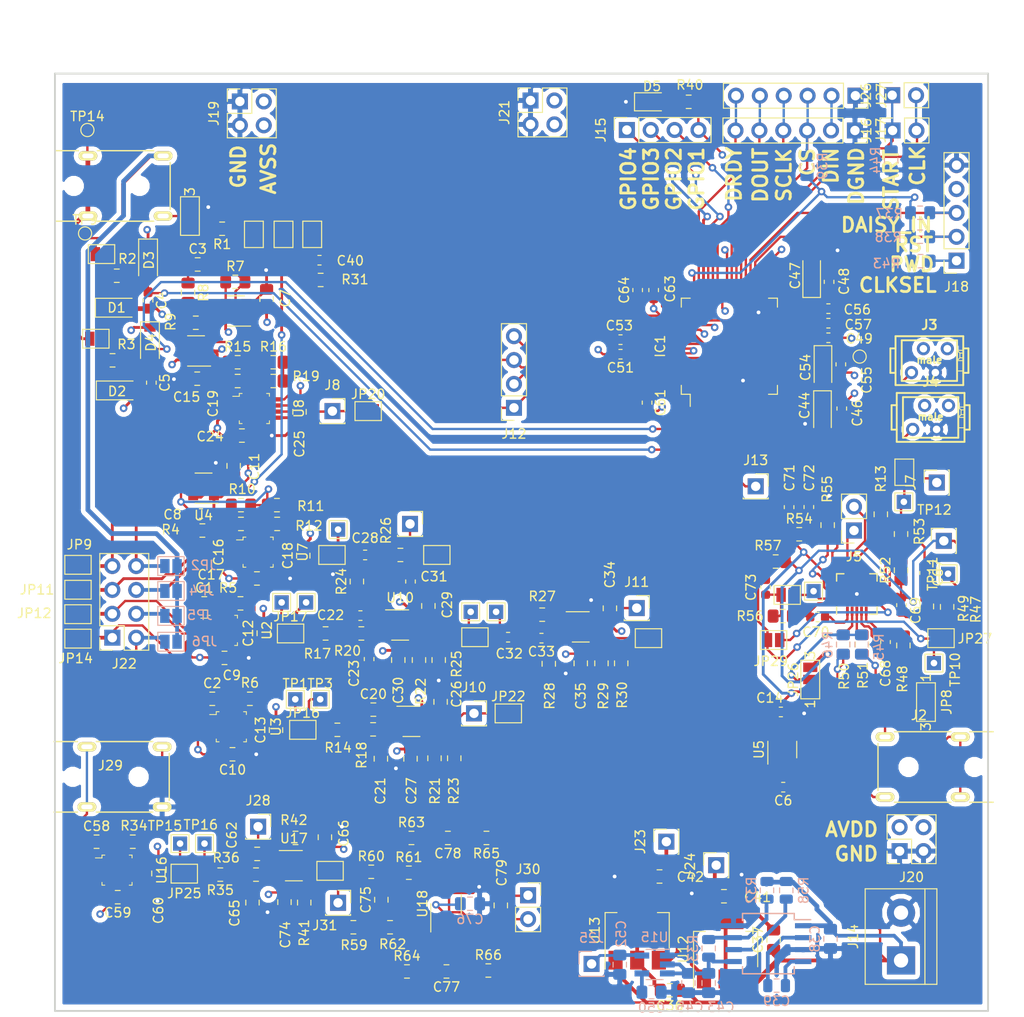
<source format=kicad_pcb>
(kicad_pcb (version 20171130) (host pcbnew "(5.0.2)-1")
  (layers (0 F.Cu signal) (1 In1.Cu power) (2 In2.Cu power) (31 B.Cu signal) (34 B.Paste user) (35 F.Paste user) (36 B.SilkS user) (37 F.SilkS user) (38 B.Mask user) (39 F.Mask user) (44 Edge.Cuts user))
  (net 0 "")
  (net 1 "Net-(C1-Pad2)")
  (net 2 "Net-(C1-Pad1)")
  (net 3 "Net-(C2-Pad2)")
  (net 4 "Net-(C2-Pad1)")
  (net 5 "Net-(C3-Pad1)")
  (net 6 RLD2)
  (net 7 IN1P)
  (net 8 AVSS)
  (net 9 IN1N)
  (net 10 +5V)
  (net 11 DGND)
  (net 12 AVDD)
  (net 13 "Net-(C8-Pad1)")
  (net 14 RLD1)
  (net 15 /sheet794AF31F/3V_IN)
  (net 16 "Net-(C16-Pad1)")
  (net 17 "Net-(C16-Pad2)")
  (net 18 "Net-(C19-Pad2)")
  (net 19 "Net-(C19-Pad1)")
  (net 20 "Net-(C20-Pad2)")
  (net 21 "Net-(C20-Pad1)")
  (net 22 "Net-(C21-Pad2)")
  (net 23 "Net-(C22-Pad1)")
  (net 24 "Net-(C22-Pad2)")
  (net 25 "Net-(C23-Pad2)")
  (net 26 "Net-(C28-Pad2)")
  (net 27 "Net-(C28-Pad1)")
  (net 28 "Net-(C31-Pad2)")
  (net 29 "Net-(C32-Pad2)")
  (net 30 "Net-(C32-Pad1)")
  (net 31 "Net-(C33-Pad1)")
  (net 32 "Net-(C39-Pad1)")
  (net 33 "Net-(C39-Pad2)")
  (net 34 RLDOUT1)
  (net 35 RLDINV)
  (net 36 DVDD)
  (net 37 "Net-(C43-Pad1)")
  (net 38 VCAP4_1)
  (net 39 "Net-(C50-Pad1)")
  (net 40 VCAP3_1)
  (net 41 VREFP1)
  (net 42 VCAP2_1)
  (net 43 VCAP1_1)
  (net 44 WTC_1)
  (net 45 "Net-(C62-Pad2)")
  (net 46 "Net-(C65-Pad2)")
  (net 47 /sheet794AF31F/EMG_OUT)
  (net 48 "Net-(C67-Pad2)")
  (net 49 "Net-(C68-Pad1)")
  (net 50 "Net-(C68-Pad2)")
  (net 51 "Net-(C69-Pad2)")
  (net 52 REF_OUT_AD8232)
  (net 53 "Net-(C70-Pad2)")
  (net 54 "Net-(C70-Pad1)")
  (net 55 "Net-(C72-Pad1)")
  (net 56 "Net-(C73-Pad1)")
  (net 57 "Net-(C73-Pad2)")
  (net 58 "Net-(D5-Pad2)")
  (net 59 IN2)
  (net 60 IN3)
  (net 61 IN4)
  (net 62 IN5)
  (net 63 IN6)
  (net 64 IN7)
  (net 65 OFFSET_AD8232)
  (net 66 IN8)
  (net 67 DIN)
  (net 68 PWDN)
  (net 69 RESET)
  (net 70 CLK)
  (net 71 START)
  (net 72 CS)
  (net 73 SCLK)
  (net 74 DAISY_CON_1)
  (net 75 GPIO_1)
  (net 76 DOUT)
  (net 77 GPIO_2)
  (net 78 GPIO_3)
  (net 79 GPIO_4)
  (net 80 DRDY)
  (net 81 CLKSEL)
  (net 82 RLD_REF1)
  (net 83 RLDIN1)
  (net 84 AD-DC1)
  (net 85 FR1)
  (net 86 "Net-(J8-Pad1)")
  (net 87 "Net-(J11-Pad1)")
  (net 88 IN+2)
  (net 89 IN+3)
  (net 90 IN+4)
  (net 91 IN-5)
  (net 92 IN+5)
  (net 93 IN-4)
  (net 94 IN-3)
  (net 95 IN-2)
  (net 96 "Net-(J1-Pad3)")
  (net 97 "Net-(J1-Pad1)")
  (net 98 "Net-(JP3-Pad1)")
  (net 99 "Net-(J1-Pad2)")
  (net 100 "Net-(J2-Pad1)")
  (net 101 DRL3)
  (net 102 "Net-(JP10-Pad2)")
  (net 103 "Net-(JP16-Pad1)")
  (net 104 "Net-(JP16-Pad2)")
  (net 105 "Net-(JP17-Pad1)")
  (net 106 "Net-(JP17-Pad2)")
  (net 107 "Net-(JP18-Pad1)")
  (net 108 "Net-(JP25-Pad1)")
  (net 109 "Net-(JP26-Pad2)")
  (net 110 "Net-(JP27-Pad1)")
  (net 111 "Net-(JP28-Pad1)")
  (net 112 "Net-(JP29-Pad2)")
  (net 113 "Net-(M1-Pad2)")
  (net 114 "Net-(M1-Pad3)")
  (net 115 "Net-(M1-Pad9)")
  (net 116 /sheet794AF31F/SDN_MCU)
  (net 117 "Net-(R5-Pad1)")
  (net 118 "Net-(R6-Pad1)")
  (net 119 "Net-(R7-Pad2)")
  (net 120 "Net-(R9-Pad1)")
  (net 121 "Net-(R11-Pad1)")
  (net 122 "Net-(R15-Pad2)")
  (net 123 "Net-(R16-Pad2)")
  (net 124 "Net-(R21-Pad2)")
  (net 125 "Net-(R22-Pad2)")
  (net 126 "Net-(R29-Pad2)")
  (net 127 "Net-(R32-Pad2)")
  (net 128 IN+8)
  (net 129 IN-8)
  (net 130 "Net-(R58-Pad2)")
  (net 131 IN1PI)
  (net 132 IN1NI)
  (net 133 "Net-(C58-Pad2)")
  (net 134 "Net-(C58-Pad1)")
  (net 135 "Net-(C62-Pad1)")
  (net 136 "Net-(C75-Pad1)")
  (net 137 "Net-(C75-Pad2)")
  (net 138 "Net-(C76-Pad1)")
  (net 139 "Net-(C77-Pad2)")
  (net 140 "Net-(C77-Pad1)")
  (net 141 "Net-(C78-Pad1)")
  (net 142 "Net-(C78-Pad2)")
  (net 143 "Net-(C79-Pad2)")
  (net 144 "Net-(C79-Pad1)")
  (net 145 IN-9)
  (net 146 IN+9)
  (net 147 "Net-(JP25-Pad2)")
  (net 148 "Net-(R34-Pad1)")
  (net 149 "Net-(R41-Pad2)")
  (net 150 "Net-(J31-Pad1)")
  (module Resistor_SMD:R_0805_2012Metric_Pad1.15x1.40mm_HandSolder (layer F.Cu) (at 112.9 76.675 90)
    (fp_text reference R49 (at -0.225 3.9 90) (layer F.SilkS))
    (fp_text value R)
    (pad 1 smd roundrect (at -1.025 0 90) (size 1.15 1.4) (layers F.Cu F.Paste F.Mask) (roundrect_rratio 0.217391) (net 51 "Net-(C69-Pad2)"))
    (pad 2 smd roundrect (at 1.025 0 90) (size 1.15 1.4) (layers F.Cu F.Paste F.Mask) (roundrect_rratio 0.217391) (net 48 "Net-(C67-Pad2)"))
  )
  (module Capacitor_SMD:C_0805_2012Metric_Pad1.15x1.40mm_HandSolder (layer F.Cu) (at 36.075 76.35)
    (fp_text reference C1 (at 0 -1.65) (layer F.SilkS))
    (fp_text value 15u)
    (pad 2 smd roundrect (at 1.025 0) (size 1.15 1.4) (layers F.Cu F.Paste F.Mask) (roundrect_rratio 0.217391) (net 1 "Net-(C1-Pad2)"))
    (pad 1 smd roundrect (at -1.025 0) (size 1.15 1.4) (layers F.Cu F.Paste F.Mask) (roundrect_rratio 0.217391) (net 2 "Net-(C1-Pad1)"))
  )
  (module Capacitor_SMD:C_0805_2012Metric_Pad1.15x1.40mm_HandSolder (layer F.Cu) (at 36.925 86.5)
    (fp_text reference C2 (at 0 -1.65) (layer F.SilkS))
    (fp_text value 15u)
    (pad 2 smd roundrect (at 1.025 0) (size 1.15 1.4) (layers F.Cu F.Paste F.Mask) (roundrect_rratio 0.217391) (net 3 "Net-(C2-Pad2)"))
    (pad 1 smd roundrect (at -1.025 0) (size 1.15 1.4) (layers F.Cu F.Paste F.Mask) (roundrect_rratio 0.217391) (net 4 "Net-(C2-Pad1)"))
  )
  (module Capacitor_SMD:C_0805_2012Metric_Pad1.15x1.40mm_HandSolder (layer F.Cu) (at 35.375 40.3)
    (fp_text reference C3 (at 0 -1.65) (layer F.SilkS))
    (fp_text value 1nF)
    (pad 1 smd roundrect (at -1.025 0) (size 1.15 1.4) (layers F.Cu F.Paste F.Mask) (roundrect_rratio 0.217391) (net 5 "Net-(C3-Pad1)"))
    (pad 2 smd roundrect (at 1.025 0) (size 1.15 1.4) (layers F.Cu F.Paste F.Mask) (roundrect_rratio 0.217391) (net 6 RLD2))
  )
  (module Capacitor_SMD:C_0603_1608Metric_Pad1.05x0.95mm_HandSolder (layer F.Cu) (at 30.1 44.125 270)
    (fp_text reference C4 (at 0 -1.43 270) (layer F.SilkS))
    (fp_text value 10pF)
    (pad 1 smd roundrect (at -0.875 0 270) (size 1.05 0.95) (layers F.Cu F.Paste F.Mask) (net 7 IN1P))
    (pad 2 smd roundrect (at 0.875 0 270) (size 1.05 0.95) (layers F.Cu F.Paste F.Mask) (net 8 AVSS))
  )
  (module Capacitor_SMD:C_0603_1608Metric_Pad1.05x0.95mm_HandSolder (layer F.Cu) (at 30.45 52.875 270)
    (fp_text reference C5 (at 0 -1.43 270) (layer F.SilkS))
    (fp_text value 10pF)
    (pad 1 smd roundrect (at -0.875 0 270) (size 1.05 0.95) (layers F.Cu F.Paste F.Mask) (net 9 IN1N))
    (pad 2 smd roundrect (at 0.875 0 270) (size 1.05 0.95) (layers F.Cu F.Paste F.Mask) (net 8 AVSS))
  )
  (module Capacitor_SMD:C_0603_1608Metric_Pad1.05x0.95mm_HandSolder (layer F.Cu) (at 97.625 95.9 180)
    (fp_text reference C6 (at 0 -1.43 180) (layer F.SilkS))
    (fp_text value 1uF)
    (pad 1 smd roundrect (at -0.875 0 180) (size 1.05 0.95) (layers F.Cu F.Paste F.Mask) (net 10 +5V))
    (pad 2 smd roundrect (at 0.875 0 180) (size 1.05 0.95) (layers F.Cu F.Paste F.Mask) (net 11 DGND))
  )
  (module Capacitor_SMD:C_0805_2012Metric_Pad1.15x1.40mm_HandSolder (layer F.Cu) (at 42.7 43.975 90)
    (fp_text reference C7 (at 0.075 2 90) (layer F.SilkS))
    (fp_text value 100n)
    (pad 2 smd roundrect (at 1.025 0 90) (size 1.15 1.4) (layers F.Cu F.Paste F.Mask) (roundrect_rratio 0.217391) (net 11 DGND))
    (pad 1 smd roundrect (at -1.025 0 90) (size 1.15 1.4) (layers F.Cu F.Paste F.Mask) (roundrect_rratio 0.217391) (net 12 AVDD))
  )
  (module Capacitor_SMD:C_0603_1608Metric_Pad1.05x0.95mm_HandSolder (layer F.Cu) (at 35.725 66.8)
    (fp_text reference C8 (at -3.025 0.1) (layer F.SilkS))
    (fp_text value 1.5nF)
    (pad 1 smd roundrect (at -0.875 0) (size 1.05 0.95) (layers F.Cu F.Paste F.Mask) (net 13 "Net-(C8-Pad1)"))
    (pad 2 smd roundrect (at 0.875 0) (size 1.05 0.95) (layers F.Cu F.Paste F.Mask) (net 14 RLD1))
  )
  (module Capacitor_SMD:C_0805_2012Metric_Pad1.15x1.40mm_HandSolder (layer F.Cu) (at 38.225 82.15 180)
    (fp_text reference C9 (at -0.775 -1.85 180) (layer F.SilkS))
    (fp_text value 100n)
    (pad 2 smd roundrect (at 1.025 0 180) (size 1.15 1.4) (layers F.Cu F.Paste F.Mask) (roundrect_rratio 0.217391) (net 8 AVSS))
    (pad 1 smd roundrect (at -1.025 0 180) (size 1.15 1.4) (layers F.Cu F.Paste F.Mask) (roundrect_rratio 0.217391) (net 11 DGND))
  )
  (module Capacitor_SMD:C_0805_2012Metric_Pad1.15x1.40mm_HandSolder (layer F.Cu) (at 39.075 92.4 180)
    (fp_text reference C10 (at 0 -1.65 180) (layer F.SilkS))
    (fp_text value 100n)
    (pad 1 smd roundrect (at -1.025 0 180) (size 1.15 1.4) (layers F.Cu F.Paste F.Mask) (roundrect_rratio 0.217391) (net 11 DGND))
    (pad 2 smd roundrect (at 1.025 0 180) (size 1.15 1.4) (layers F.Cu F.Paste F.Mask) (roundrect_rratio 0.217391) (net 8 AVSS))
  )
  (module Capacitor_SMD:C_0805_2012Metric_Pad1.15x1.40mm_HandSolder (layer F.Cu) (at 39.2 61.725 270)
    (fp_text reference C11 (at 0.075 -2.2 270) (layer F.SilkS))
    (fp_text value 100n)
    (pad 1 smd roundrect (at -1.025 0 270) (size 1.15 1.4) (layers F.Cu F.Paste F.Mask) (roundrect_rratio 0.217391) (net 12 AVDD))
    (pad 2 smd roundrect (at 1.025 0 270) (size 1.15 1.4) (layers F.Cu F.Paste F.Mask) (roundrect_rratio 0.217391) (net 11 DGND))
  )
  (module Capacitor_SMD:C_0805_2012Metric_Pad1.15x1.40mm_HandSolder (layer F.Cu) (at 42.4 79.525 90)
    (fp_text reference C12 (at 0 -1.65 90) (layer F.SilkS))
    (fp_text value 100n)
    (pad 1 smd roundrect (at -1.025 0 90) (size 1.15 1.4) (layers F.Cu F.Paste F.Mask) (roundrect_rratio 0.217391) (net 11 DGND))
    (pad 2 smd roundrect (at 1.025 0 90) (size 1.15 1.4) (layers F.Cu F.Paste F.Mask) (roundrect_rratio 0.217391) (net 12 AVDD))
  )
  (module Capacitor_SMD:C_0805_2012Metric_Pad1.15x1.40mm_HandSolder (layer F.Cu) (at 43.7 89.825 90)
    (fp_text reference C13 (at 0 -1.65 90) (layer F.SilkS))
    (fp_text value 100n)
    (pad 2 smd roundrect (at 1.025 0 90) (size 1.15 1.4) (layers F.Cu F.Paste F.Mask) (roundrect_rratio 0.217391) (net 12 AVDD))
    (pad 1 smd roundrect (at -1.025 0 90) (size 1.15 1.4) (layers F.Cu F.Paste F.Mask) (roundrect_rratio 0.217391) (net 11 DGND))
  )
  (module Capacitor_SMD:C_0603_1608Metric_Pad1.05x0.95mm_HandSolder (layer F.Cu) (at 97.375 87.9)
    (fp_text reference C14 (at -1.175 -1.5) (layer F.SilkS))
    (fp_text value 1uF)
    (pad 2 smd roundrect (at 0.875 0) (size 1.05 0.95) (layers F.Cu F.Paste F.Mask) (net 11 DGND))
    (pad 1 smd roundrect (at -0.875 0) (size 1.05 0.95) (layers F.Cu F.Paste F.Mask) (net 15 /sheet794AF31F/3V_IN))
  )
  (module Capacitor_SMD:C_0805_2012Metric_Pad1.15x1.40mm_HandSolder (layer F.Cu) (at 35.325 52.45 180)
    (fp_text reference C15 (at 1.125 -1.95 180) (layer F.SilkS))
    (fp_text value 100n)
    (pad 1 smd roundrect (at -1.025 0 180) (size 1.15 1.4) (layers F.Cu F.Paste F.Mask) (roundrect_rratio 0.217391) (net 12 AVDD))
    (pad 2 smd roundrect (at 1.025 0 180) (size 1.15 1.4) (layers F.Cu F.Paste F.Mask) (roundrect_rratio 0.217391) (net 11 DGND))
  )
  (module Capacitor_SMD:C_0805_2012Metric_Pad1.15x1.40mm_HandSolder (layer F.Cu) (at 39.975 67.9)
    (fp_text reference C16 (at -2.375 3 90) (layer F.SilkS))
    (fp_text value 15u)
    (pad 1 smd roundrect (at -1.025 0) (size 1.15 1.4) (layers F.Cu F.Paste F.Mask) (roundrect_rratio 0.217391) (net 16 "Net-(C16-Pad1)"))
    (pad 2 smd roundrect (at 1.025 0) (size 1.15 1.4) (layers F.Cu F.Paste F.Mask) (roundrect_rratio 0.217391) (net 17 "Net-(C16-Pad2)"))
  )
  (module Capacitor_SMD:C_0805_2012Metric_Pad1.15x1.40mm_HandSolder (layer F.Cu) (at 41.675 73.7 180)
    (fp_text reference C17 (at 4.875 0.4 180) (layer F.SilkS))
    (fp_text value 100n)
    (pad 2 smd roundrect (at 1.025 0 180) (size 1.15 1.4) (layers F.Cu F.Paste F.Mask) (roundrect_rratio 0.217391) (net 8 AVSS))
    (pad 1 smd roundrect (at -1.025 0 180) (size 1.15 1.4) (layers F.Cu F.Paste F.Mask) (roundrect_rratio 0.217391) (net 11 DGND))
  )
  (module Capacitor_SMD:C_0805_2012Metric_Pad1.15x1.40mm_HandSolder (layer F.Cu) (at 46.6 71.275 90)
    (fp_text reference C18 (at 0 -1.65 90) (layer F.SilkS))
    (fp_text value 100n)
    (pad 2 smd roundrect (at 1.025 0 90) (size 1.15 1.4) (layers F.Cu F.Paste F.Mask) (roundrect_rratio 0.217391) (net 12 AVDD))
    (pad 1 smd roundrect (at -1.025 0 90) (size 1.15 1.4) (layers F.Cu F.Paste F.Mask) (roundrect_rratio 0.217391) (net 11 DGND))
  )
  (module Capacitor_SMD:C_0805_2012Metric_Pad1.15x1.40mm_HandSolder (layer F.Cu) (at 39.625 52.7)
    (fp_text reference C19 (at -2.625 2.4 90) (layer F.SilkS))
    (fp_text value 15u)
    (pad 2 smd roundrect (at 1.025 0) (size 1.15 1.4) (layers F.Cu F.Paste F.Mask) (roundrect_rratio 0.217391) (net 18 "Net-(C19-Pad2)"))
    (pad 1 smd roundrect (at -1.025 0) (size 1.15 1.4) (layers F.Cu F.Paste F.Mask) (roundrect_rratio 0.217391) (net 19 "Net-(C19-Pad1)"))
  )
  (module Capacitor_SMD:C_0805_2012Metric_Pad1.15x1.40mm_HandSolder (layer F.Cu) (at 54.05 87.65)
    (fp_text reference C20 (at 0 -1.65) (layer F.SilkS))
    (fp_text value 4.7nF)
    (pad 2 smd roundrect (at 1.025 0) (size 1.15 1.4) (layers F.Cu F.Paste F.Mask) (roundrect_rratio 0.217391) (net 20 "Net-(C20-Pad2)"))
    (pad 1 smd roundrect (at -1.025 0) (size 1.15 1.4) (layers F.Cu F.Paste F.Mask) (roundrect_rratio 0.217391) (net 21 "Net-(C20-Pad1)"))
  )
  (module Capacitor_SMD:C_0805_2012Metric_Pad1.15x1.40mm_HandSolder (layer F.Cu) (at 54.85 92.875 90)
    (fp_text reference C21 (at -3.425 -0.05 90) (layer F.SilkS))
    (fp_text value 4.7nF)
    (pad 1 smd roundrect (at -1.025 0 90) (size 1.15 1.4) (layers F.Cu F.Paste F.Mask) (roundrect_rratio 0.217391) (net 11 DGND))
    (pad 2 smd roundrect (at 1.025 0 90) (size 1.15 1.4) (layers F.Cu F.Paste F.Mask) (roundrect_rratio 0.217391) (net 22 "Net-(C21-Pad2)"))
  )
  (module Capacitor_SMD:C_0603_1608Metric_Pad1.05x0.95mm_HandSolder (layer F.Cu) (at 52.675 77.65)
    (fp_text reference C22 (at -3.175 -0.05) (layer F.SilkS))
    (fp_text value 4.7nF)
    (pad 1 smd roundrect (at -0.875 0) (size 1.05 0.95) (layers F.Cu F.Paste F.Mask) (net 23 "Net-(C22-Pad1)"))
    (pad 2 smd roundrect (at 0.875 0) (size 1.05 0.95) (layers F.Cu F.Paste F.Mask) (net 24 "Net-(C22-Pad2)"))
  )
  (module Capacitor_SMD:C_0603_1608Metric_Pad1.05x0.95mm_HandSolder (layer F.Cu) (at 53.6 82.275 90)
    (fp_text reference C23 (at -1.525 -1.6 270) (layer F.SilkS))
    (fp_text value 4.7nF)
    (pad 2 smd roundrect (at 0.875 0 90) (size 1.05 0.95) (layers F.Cu F.Paste F.Mask) (net 25 "Net-(C23-Pad2)"))
    (pad 1 smd roundrect (at -0.875 0 90) (size 1.05 0.95) (layers F.Cu F.Paste F.Mask) (net 11 DGND))
  )
  (module Capacitor_SMD:C_0805_2012Metric_Pad1.15x1.40mm_HandSolder (layer F.Cu) (at 40.075 58.5 180)
    (fp_text reference C24 (at 3.375 -0.1 180) (layer F.SilkS))
    (fp_text value 100n)
    (pad 2 smd roundrect (at 1.025 0 180) (size 1.15 1.4) (layers F.Cu F.Paste F.Mask) (roundrect_rratio 0.217391) (net 8 AVSS))
    (pad 1 smd roundrect (at -1.025 0 180) (size 1.15 1.4) (layers F.Cu F.Paste F.Mask) (roundrect_rratio 0.217391) (net 11 DGND))
  )
  (module Capacitor_SMD:C_0805_2012Metric_Pad1.15x1.40mm_HandSolder (layer F.Cu) (at 46.2 55.975 90)
    (fp_text reference C25 (at -3.425 0 90) (layer F.SilkS))
    (fp_text value 100n)
    (pad 1 smd roundrect (at -1.025 0 90) (size 1.15 1.4) (layers F.Cu F.Paste F.Mask) (roundrect_rratio 0.217391) (net 11 DGND))
    (pad 2 smd roundrect (at 1.025 0 90) (size 1.15 1.4) (layers F.Cu F.Paste F.Mask) (roundrect_rratio 0.217391) (net 12 AVDD))
  )
  (module Capacitor_SMD:C_0805_2012Metric_Pad1.15x1.40mm_HandSolder (layer F.Cu) (at 61.2 86.825 90)
    (fp_text reference C26 (at 0.825 1.7 90) (layer F.SilkS))
    (fp_text value 100n)
    (pad 1 smd roundrect (at -1.025 0 90) (size 1.15 1.4) (layers F.Cu F.Paste F.Mask) (roundrect_rratio 0.217391) (net 12 AVDD))
    (pad 2 smd roundrect (at 1.025 0 90) (size 1.15 1.4) (layers F.Cu F.Paste F.Mask) (roundrect_rratio 0.217391) (net 11 DGND))
  )
  (module Capacitor_SMD:C_0805_2012Metric_Pad1.15x1.40mm_HandSolder (layer F.Cu) (at 58 92.875 270)
    (fp_text reference C27 (at 3.425 -0.1 270) (layer F.SilkS))
    (fp_text value 100n)
    (pad 1 smd roundrect (at -1.025 0 270) (size 1.15 1.4) (layers F.Cu F.Paste F.Mask) (roundrect_rratio 0.217391) (net 8 AVSS))
    (pad 2 smd roundrect (at 1.025 0 270) (size 1.15 1.4) (layers F.Cu F.Paste F.Mask) (roundrect_rratio 0.217391) (net 11 DGND))
  )
  (module Capacitor_SMD:C_0603_1608Metric_Pad1.05x0.95mm_HandSolder (layer F.Cu) (at 53.175 71.2 180)
    (fp_text reference C28 (at 0 1.8 180) (layer F.SilkS))
    (fp_text value 100n)
    (pad 2 smd roundrect (at 0.875 0 180) (size 1.05 0.95) (layers F.Cu F.Paste F.Mask) (net 26 "Net-(C28-Pad2)"))
    (pad 1 smd roundrect (at -0.875 0 180) (size 1.05 0.95) (layers F.Cu F.Paste F.Mask) (net 27 "Net-(C28-Pad1)"))
  )
  (module Capacitor_SMD:C_0805_2012Metric_Pad1.15x1.40mm_HandSolder (layer F.Cu) (at 59.9 76.625 90)
    (fp_text reference C29 (at 0.125 2 90) (layer F.SilkS))
    (fp_text value 100n)
    (pad 1 smd roundrect (at -1.025 0 90) (size 1.15 1.4) (layers F.Cu F.Paste F.Mask) (roundrect_rratio 0.217391) (net 12 AVDD))
    (pad 2 smd roundrect (at 1.025 0 90) (size 1.15 1.4) (layers F.Cu F.Paste F.Mask) (roundrect_rratio 0.217391) (net 11 DGND))
  )
  (module Capacitor_SMD:C_0805_2012Metric_Pad1.15x1.40mm_HandSolder (layer F.Cu) (at 56.7 82.375 270)
    (fp_text reference C30 (at 3.225 0 270) (layer F.SilkS))
    (fp_text value 100n)
    (pad 2 smd roundrect (at 1.025 0 270) (size 1.15 1.4) (layers F.Cu F.Paste F.Mask) (roundrect_rratio 0.217391) (net 11 DGND))
    (pad 1 smd roundrect (at -1.025 0 270) (size 1.15 1.4) (layers F.Cu F.Paste F.Mask) (roundrect_rratio 0.217391) (net 8 AVSS))
  )
  (module Capacitor_SMD:C_0603_1608Metric_Pad1.05x0.95mm_HandSolder (layer F.Cu) (at 58 74.025 90)
    (fp_text reference C31 (at 0.525 2.5 180) (layer F.SilkS))
    (fp_text value 100n)
    (pad 1 smd roundrect (at -0.875 0 90) (size 1.05 0.95) (layers F.Cu F.Paste F.Mask) (net 11 DGND))
    (pad 2 smd roundrect (at 0.875 0 90) (size 1.05 0.95) (layers F.Cu F.Paste F.Mask) (net 28 "Net-(C31-Pad2)"))
  )
  (module Capacitor_SMD:C_0603_1608Metric_Pad1.05x0.95mm_HandSolder (layer F.Cu) (at 68.375 79.95)
    (fp_text reference C32 (at 0.125 1.75) (layer F.SilkS))
    (fp_text value 10nF)
    (pad 2 smd roundrect (at 0.875 0) (size 1.05 0.95) (layers F.Cu F.Paste F.Mask) (net 29 "Net-(C32-Pad2)"))
    (pad 1 smd roundrect (at -0.875 0) (size 1.05 0.95) (layers F.Cu F.Paste F.Mask) (net 30 "Net-(C32-Pad1)"))
  )
  (module Capacitor_SMD:C_0603_1608Metric_Pad1.05x0.95mm_HandSolder (layer F.Cu) (at 71.925 80.05 180)
    (fp_text reference C33 (at 0 -1.43 180) (layer F.SilkS))
    (fp_text value 10nF)
    (pad 1 smd roundrect (at -0.875 0 180) (size 1.05 0.95) (layers F.Cu F.Paste F.Mask) (net 31 "Net-(C33-Pad1)"))
    (pad 2 smd roundrect (at 0.875 0 180) (size 1.05 0.95) (layers F.Cu F.Paste F.Mask) (net 29 "Net-(C32-Pad2)"))
  )
  (module Capacitor_SMD:C_0805_2012Metric_Pad1.15x1.40mm_HandSolder (layer F.Cu) (at 79.2 76.875 90)
    (fp_text reference C34 (at 3.575 0 90) (layer F.SilkS))
    (fp_text value 100n)
    (pad 2 smd roundrect (at 1.025 0 90) (size 1.15 1.4) (layers F.Cu F.Paste F.Mask) (roundrect_rratio 0.217391) (net 11 DGND))
    (pad 1 smd roundrect (at -1.025 0 90) (size 1.15 1.4) (layers F.Cu F.Paste F.Mask) (roundrect_rratio 0.217391) (net 12 AVDD))
  )
  (module Capacitor_SMD:C_0805_2012Metric_Pad1.15x1.40mm_HandSolder (layer F.Cu) (at 76.1 82.725 270)
    (fp_text reference C35 (at 3.475 0 270) (layer F.SilkS))
    (fp_text value 100n)
    (pad 1 smd roundrect (at -1.025 0 270) (size 1.15 1.4) (layers F.Cu F.Paste F.Mask) (roundrect_rratio 0.217391) (net 8 AVSS))
    (pad 2 smd roundrect (at 1.025 0 270) (size 1.15 1.4) (layers F.Cu F.Paste F.Mask) (roundrect_rratio 0.217391) (net 11 DGND))
  )
  (module Capacitor_SMD:C_0805_2012Metric_Pad1.15x1.40mm_HandSolder (layer F.Cu) (at 85.575 117.5 180)
    (fp_text reference C36 (at 0 -1.65 180) (layer F.SilkS))
    (fp_text value 1uF)
    (pad 2 smd roundrect (at 1.025 0 180) (size 1.15 1.4) (layers F.Cu F.Paste F.Mask) (roundrect_rratio 0.217391) (net 11 DGND))
    (pad 1 smd roundrect (at -1.025 0 180) (size 1.15 1.4) (layers F.Cu F.Paste F.Mask) (roundrect_rratio 0.217391) (net 10 +5V))
  )
  (module Capacitor_SMD:C_0805_2012Metric_Pad1.15x1.40mm_HandSolder (layer F.Cu) (at 96.6 112.125 90)
    (fp_text reference C37 (at 0 -1.65 90) (layer F.SilkS))
    (fp_text value 1uF)
    (pad 2 smd roundrect (at 1.025 0 90) (size 1.15 1.4) (layers F.Cu F.Paste F.Mask) (roundrect_rratio 0.217391) (net 11 DGND))
    (pad 1 smd roundrect (at -1.025 0 90) (size 1.15 1.4) (layers F.Cu F.Paste F.Mask) (roundrect_rratio 0.217391) (net 10 +5V))
  )
  (module Capacitor_SMD:C_0805_2012Metric_Pad1.15x1.40mm_HandSolder (layer B.Cu) (at 102.648124 112.031779 270)
    (fp_text reference C38 (at 0 1.65 270) (layer B.SilkS) (effects (justify mirror)))
    (fp_text value 4.7uF)
    (pad 1 smd roundrect (at -1.025 0 270) (size 1.15 1.4) (layers B.Cu B.Paste B.Mask) (roundrect_rratio 0.217391) (net 10 +5V))
    (pad 2 smd roundrect (at 1.025 0 270) (size 1.15 1.4) (layers B.Cu B.Paste B.Mask) (roundrect_rratio 0.217391) (net 11 DGND))
  )
  (module Capacitor_SMD:C_0805_2012Metric (layer B.Cu) (at 96.923124 117.006779)
    (fp_text reference C39 (at 0 1.65) (layer B.SilkS) (effects (justify mirror)))
    (fp_text value 1uF)
    (pad 1 smd roundrect (at -0.9375 0) (size 0.975 1.4) (layers B.Cu B.Paste B.Mask) (net 32 "Net-(C39-Pad1)"))
    (pad 2 smd roundrect (at 0.9375 0) (size 0.975 1.4) (layers B.Cu B.Paste B.Mask) (net 33 "Net-(C39-Pad2)"))
  )
  (module Capacitor_SMD:C_0603_1608Metric_Pad1.05x0.95mm_HandSolder (layer F.Cu) (at 48.325 39.85)
    (fp_text reference C40 (at 3.275 0.05) (layer F.SilkS))
    (fp_text value 1M)
    (pad 1 smd roundrect (at -0.875 0) (size 1.05 0.95) (layers F.Cu F.Paste F.Mask) (net 34 RLDOUT1))
    (pad 2 smd roundrect (at 0.875 0) (size 1.05 0.95) (layers F.Cu F.Paste F.Mask) (net 35 RLDINV))
  )
  (module Capacitor_SMD:C_0805_2012Metric_Pad1.15x1.40mm_HandSolder (layer F.Cu) (at 91.325 107.5)
    (fp_text reference C41 (at 3.575 0.1) (layer F.SilkS))
    (fp_text value 1uF)
    (pad 1 smd roundrect (at -1.025 0) (size 1.15 1.4) (layers F.Cu F.Paste F.Mask) (roundrect_rratio 0.217391) (net 12 AVDD))
    (pad 2 smd roundrect (at 1.025 0) (size 1.15 1.4) (layers F.Cu F.Paste F.Mask) (roundrect_rratio 0.217391) (net 11 DGND))
  )
  (module Capacitor_SMD:C_0805_2012Metric_Pad1.15x1.40mm_HandSolder (layer F.Cu) (at 84.475 105.4 180)
    (fp_text reference C42 (at -3.275 -0.05 180) (layer F.SilkS))
    (fp_text value 1uF)
    (pad 1 smd roundrect (at -1.025 0 180) (size 1.15 1.4) (layers F.Cu F.Paste F.Mask) (roundrect_rratio 0.217391) (net 36 DVDD))
    (pad 2 smd roundrect (at 1.025 0 180) (size 1.15 1.4) (layers F.Cu F.Paste F.Mask) (roundrect_rratio 0.217391) (net 11 DGND))
  )
  (module Capacitor_SMD:C_0805_2012Metric_Pad1.15x1.40mm_HandSolder (layer B.Cu) (at 89.698124 116.731779 270)
    (fp_text reference C43 (at 2.568221 -1.301876) (layer B.SilkS) (effects (justify mirror)))
    (fp_text value 4.7uF)
    (pad 1 smd roundrect (at -1.025 0 270) (size 1.15 1.4) (layers B.Cu B.Paste B.Mask) (roundrect_rratio 0.217391) (net 37 "Net-(C43-Pad1)"))
    (pad 2 smd roundrect (at 1.025 0 270) (size 1.15 1.4) (layers B.Cu B.Paste B.Mask) (roundrect_rratio 0.217391) (net 11 DGND))
  )
  (module Capacitor_Tantalum_SMD:CP_EIA-3216-12_Kemet-S (layer F.Cu) (at 101.8 56.05 270)
    (fp_text reference C44 (at -0.75 1.9 270) (layer F.SilkS))
    (fp_text value 10uF)
    (pad 1 smd roundrect (at -1.35 0 270) (size 1.4 1.35) (layers F.Cu F.Paste F.Mask) (roundrect_rratio 0.185185) (net 12 AVDD))
    (pad 2 smd roundrect (at 1.35 0 270) (size 1.4 1.35) (layers F.Cu F.Paste F.Mask) (roundrect_rratio 0.185185) (net 11 DGND))
  )
  (module Capacitor_SMD:C_0805_2012Metric_Pad1.15x1.40mm_HandSolder (layer B.Cu) (at 87.548124 116.731779 270)
    (fp_text reference C45 (at 2.568221 -0.151876) (layer B.SilkS) (effects (justify mirror)))
    (fp_text value 2.2uF)
    (pad 2 smd roundrect (at 1.025 0 270) (size 1.15 1.4) (layers B.Cu B.Paste B.Mask) (roundrect_rratio 0.217391) (net 11 DGND))
    (pad 1 smd roundrect (at -1.025 0 270) (size 1.15 1.4) (layers B.Cu B.Paste B.Mask) (roundrect_rratio 0.217391) (net 37 "Net-(C43-Pad1)"))
  )
  (module Capacitor_SMD:C_0603_1608Metric_Pad1.05x0.95mm_HandSolder (layer F.Cu) (at 103.85 55.625 270)
    (fp_text reference C46 (at 0.475 -1.65 270) (layer F.SilkS))
    (fp_text value 0.1u)
    (pad 2 smd roundrect (at 0.875 0 270) (size 1.05 0.95) (layers F.Cu F.Paste F.Mask) (net 11 DGND))
    (pad 1 smd roundrect (at -0.875 0 270) (size 1.05 0.95) (layers F.Cu F.Paste F.Mask) (net 12 AVDD))
  )
  (module Capacitor_Tantalum_SMD:CP_EIA-3216-10_Kemet-I (layer F.Cu) (at 100.65 41.5 90)
    (fp_text reference C47 (at 0 -1.75 90) (layer F.SilkS))
    (fp_text value 10uF)
    (pad 1 smd roundrect (at -1.35 0 90) (size 1.4 1.35) (layers F.Cu F.Paste F.Mask) (roundrect_rratio 0.185185) (net 8 AVSS))
    (pad 2 smd roundrect (at 1.35 0 90) (size 1.4 1.35) (layers F.Cu F.Paste F.Mask) (roundrect_rratio 0.185185) (net 11 DGND))
  )
  (module Capacitor_SMD:C_0603_1608Metric_Pad1.05x0.95mm_HandSolder (layer F.Cu) (at 102.5 42.15 90)
    (fp_text reference C48 (at 0.05 1.6 90) (layer F.SilkS))
    (fp_text value 0.1u)
    (pad 2 smd roundrect (at 0.875 0 90) (size 1.05 0.95) (layers F.Cu F.Paste F.Mask) (net 11 DGND))
    (pad 1 smd roundrect (at -0.875 0 90) (size 1.05 0.95) (layers F.Cu F.Paste F.Mask) (net 8 AVSS))
  )
  (module Capacitor_SMD:C_0603_1608Metric_Pad1.05x0.95mm_HandSolder (layer F.Cu) (at 102.425 48.1)
    (fp_text reference C49 (at 3.275 0.1) (layer F.SilkS))
    (fp_text value 1uF)
    (pad 1 smd roundrect (at -0.875 0) (size 1.05 0.95) (layers F.Cu F.Paste F.Mask) (net 38 VCAP4_1))
    (pad 2 smd roundrect (at 0.875 0) (size 1.05 0.95) (layers F.Cu F.Paste F.Mask) (net 8 AVSS))
  )
  (module Capacitor_SMD:C_0805_2012Metric_Pad1.15x1.40mm_HandSolder (layer B.Cu) (at 83.623124 117.706779)
    (fp_text reference C50 (at 0 1.65) (layer B.SilkS) (effects (justify mirror)))
    (fp_text value 10nF)
    (pad 2 smd roundrect (at 1.025 0) (size 1.15 1.4) (layers B.Cu B.Paste B.Mask) (roundrect_rratio 0.217391) (net 11 DGND))
    (pad 1 smd roundrect (at -1.025 0) (size 1.15 1.4) (layers B.Cu B.Paste B.Mask) (roundrect_rratio 0.217391) (net 39 "Net-(C50-Pad1)"))
  )
  (module Capacitor_SMD:C_0603_1608Metric_Pad1.05x0.95mm_HandSolder (layer F.Cu) (at 80.325 49.85 180)
    (fp_text reference C51 (at 0 -1.43 180) (layer F.SilkS))
    (fp_text value 1uF)
    (pad 2 smd roundrect (at 0.875 0 180) (size 1.05 0.95) (layers F.Cu F.Paste F.Mask) (net 8 AVSS))
    (pad 1 smd roundrect (at -0.875 0 180) (size 1.05 0.95) (layers F.Cu F.Paste F.Mask) (net 40 VCAP3_1))
  )
  (module Capacitor_SMD:C_0805_2012Metric_Pad1.15x1.40mm_HandSolder (layer B.Cu) (at 80.248124 114.781779 270)
    (fp_text reference C52 (at -3.281779 -0.151876 270) (layer B.SilkS) (effects (justify mirror)))
    (fp_text value 2.2uF)
    (pad 1 smd roundrect (at -1.025 0 270) (size 1.15 1.4) (layers B.Cu B.Paste B.Mask) (roundrect_rratio 0.217391) (net 8 AVSS))
    (pad 2 smd roundrect (at 1.025 0 270) (size 1.15 1.4) (layers B.Cu B.Paste B.Mask) (roundrect_rratio 0.217391) (net 11 DGND))
  )
  (module Capacitor_SMD:C_0603_1608Metric_Pad1.05x0.95mm_HandSolder (layer F.Cu) (at 80.325 48.3 180)
    (fp_text reference C53 (at 0.125 1.5 180) (layer F.SilkS))
    (fp_text value .1uF)
    (pad 2 smd roundrect (at 0.875 0 180) (size 1.05 0.95) (layers F.Cu F.Paste F.Mask) (net 8 AVSS))
    (pad 1 smd roundrect (at -0.875 0 180) (size 1.05 0.95) (layers F.Cu F.Paste F.Mask) (net 40 VCAP3_1))
  )
  (module Capacitor_Tantalum_SMD:CP_EIA-3216-10_Kemet-I (layer F.Cu) (at 101.85 51.25 270)
    (fp_text reference C54 (at 0 1.85 270) (layer F.SilkS))
    (fp_text value 10uF)
    (pad 2 smd roundrect (at 1.35 0 270) (size 1.4 1.35) (layers F.Cu F.Paste F.Mask) (roundrect_rratio 0.185185) (net 8 AVSS))
    (pad 1 smd roundrect (at -1.35 0 270) (size 1.4 1.35) (layers F.Cu F.Paste F.Mask) (roundrect_rratio 0.185185) (net 41 VREFP1))
  )
  (module Capacitor_SMD:C_0603_1608Metric_Pad1.05x0.95mm_HandSolder (layer F.Cu) (at 103.75 50.925 270)
    (fp_text reference C55 (at 1.675 -2.75 270) (layer F.SilkS))
    (fp_text value 0.1u)
    (pad 1 smd roundrect (at -0.875 0 270) (size 1.05 0.95) (layers F.Cu F.Paste F.Mask) (net 41 VREFP1))
    (pad 2 smd roundrect (at 0.875 0 270) (size 1.05 0.95) (layers F.Cu F.Paste F.Mask) (net 8 AVSS))
  )
  (module Capacitor_SMD:C_0603_1608Metric_Pad1.05x0.95mm_HandSolder (layer F.Cu) (at 102.425 45)
    (fp_text reference C56 (at 3.075 0.1) (layer F.SilkS))
    (fp_text value 1uF)
    (pad 1 smd roundrect (at -0.875 0) (size 1.05 0.95) (layers F.Cu F.Paste F.Mask) (net 42 VCAP2_1))
    (pad 2 smd roundrect (at 0.875 0) (size 1.05 0.95) (layers F.Cu F.Paste F.Mask) (net 8 AVSS))
  )
  (module Capacitor_SMD:C_0603_1608Metric_Pad1.05x0.95mm_HandSolder (layer F.Cu) (at 102.425 46.55)
    (fp_text reference C57 (at 3.175 0.15) (layer F.SilkS))
    (fp_text value 22uF)
    (pad 2 smd roundrect (at 0.875 0) (size 1.05 0.95) (layers F.Cu F.Paste F.Mask) (net 8 AVSS))
    (pad 1 smd roundrect (at -0.875 0) (size 1.05 0.95) (layers F.Cu F.Paste F.Mask) (net 43 VCAP1_1))
  )
  (module Capacitor_SMD:C_0603_1608Metric_Pad1.05x0.95mm_HandSolder (layer F.Cu) (at 83.15 55 270)
    (fp_text reference C61 (at 0 -1.43 270) (layer F.SilkS))
    (fp_text value 1nF)
    (pad 2 smd roundrect (at 0.875 0 270) (size 1.05 0.95) (layers F.Cu F.Paste F.Mask) (net 8 AVSS))
    (pad 1 smd roundrect (at -0.875 0 270) (size 1.05 0.95) (layers F.Cu F.Paste F.Mask) (net 44 WTC_1))
  )
  (module Capacitor_SMD:C_0603_1608Metric_Pad1.05x0.95mm_HandSolder (layer F.Cu) (at 83.85 43.025 90)
    (fp_text reference C63 (at 0.125 1.75 90) (layer F.SilkS))
    (fp_text value 0.1uF)
    (pad 2 smd roundrect (at 0.875 0 90) (size 1.05 0.95) (layers F.Cu F.Paste F.Mask) (net 11 DGND))
    (pad 1 smd roundrect (at -0.875 0 90) (size 1.05 0.95) (layers F.Cu F.Paste F.Mask) (net 36 DVDD))
  )
  (module Capacitor_SMD:C_0603_1608Metric_Pad1.05x0.95mm_HandSolder (layer F.Cu) (at 82.15 43.025 90)
    (fp_text reference C64 (at 0 -1.43 90) (layer F.SilkS))
    (fp_text value 1uF)
    (pad 1 smd roundrect (at -0.875 0 90) (size 1.05 0.95) (layers F.Cu F.Paste F.Mask) (net 36 DVDD))
    (pad 2 smd roundrect (at 0.875 0 90) (size 1.05 0.95) (layers F.Cu F.Paste F.Mask) (net 11 DGND))
  )
  (module Capacitor_SMD:C_0603_1608Metric (layer F.Cu) (at 112.65 73.1125 270)
    (fp_text reference C67 (at 0 -1.43 270) (layer F.SilkS))
    (fp_text value 1nF)
    (pad 1 smd roundrect (at -0.7875 0 270) (size 0.875 0.95) (layers F.Cu F.Paste F.Mask) (net 47 /sheet794AF31F/EMG_OUT))
    (pad 2 smd roundrect (at 0.7875 0 270) (size 0.875 0.95) (layers F.Cu F.Paste F.Mask) (net 48 "Net-(C67-Pad2)"))
  )
  (module Capacitor_SMD:C_0603_1608Metric (layer F.Cu) (at 108.5 80.4625 270)
    (fp_text reference C68 (at 3.3375 0 270) (layer F.SilkS))
    (fp_text value 1nF)
    (pad 1 smd roundrect (at -0.7875 0 270) (size 0.875 0.95) (layers F.Cu F.Paste F.Mask) (net 49 "Net-(C68-Pad1)"))
    (pad 2 smd roundrect (at 0.7875 0 270) (size 0.875 0.95) (layers F.Cu F.Paste F.Mask) (net 50 "Net-(C68-Pad2)"))
  )
  (module Capacitor_SMD:C_0603_1608Metric (layer F.Cu) (at 110.2 76.5375 270)
    (fp_text reference C69 (at 0.5625 -1.5 270) (layer F.SilkS))
    (fp_text value 1nF)
    (pad 2 smd roundrect (at 0.7875 0 270) (size 0.875 0.95) (layers F.Cu F.Paste F.Mask) (net 51 "Net-(C69-Pad2)"))
    (pad 1 smd roundrect (at -0.7875 0 270) (size 0.875 0.95) (layers F.Cu F.Paste F.Mask) (net 52 REF_OUT_AD8232))
  )
  (module Capacitor_SMD:C_0603_1608Metric (layer F.Cu) (at 101.2875 77.8)
    (fp_text reference C70 (at -0.1875 1.6) (layer F.SilkS))
    (fp_text value 1000nF)
    (pad 2 smd roundrect (at 0.7875 0) (size 0.875 0.95) (layers F.Cu F.Paste F.Mask) (net 53 "Net-(C70-Pad2)"))
    (pad 1 smd roundrect (at -0.7875 0) (size 0.875 0.95) (layers F.Cu F.Paste F.Mask) (net 54 "Net-(C70-Pad1)"))
  )
  (module Capacitor_SMD:C_0603_1608Metric (layer F.Cu) (at 98.25 66.1125 270)
    (fp_text reference C71 (at -3.1125 -0.05 270) (layer F.SilkS))
    (fp_text value 100nF)
    (pad 1 smd roundrect (at -0.7875 0 270) (size 0.875 0.95) (layers F.Cu F.Paste F.Mask) (net 11 DGND))
    (pad 2 smd roundrect (at 0.7875 0 270) (size 0.875 0.95) (layers F.Cu F.Paste F.Mask) (net 15 /sheet794AF31F/3V_IN))
  )
  (module Capacitor_SMD:C_0603_1608Metric (layer F.Cu) (at 100.35 66.1 90)
    (fp_text reference C72 (at 3.1 0.05 90) (layer F.SilkS))
    (fp_text value 100nF)
    (pad 2 smd roundrect (at 0.7875 0 90) (size 0.875 0.95) (layers F.Cu F.Paste F.Mask) (net 11 DGND))
    (pad 1 smd roundrect (at -0.7875 0 90) (size 0.875 0.95) (layers F.Cu F.Paste F.Mask) (net 55 "Net-(C72-Pad1)"))
  )
  (module Capacitor_SMD:C_0603_1608Metric (layer F.Cu) (at 95.75 74.6375 270)
    (fp_text reference C73 (at 0 1.55 270) (layer F.SilkS))
    (fp_text value 1000nF)
    (pad 1 smd roundrect (at -0.7875 0 270) (size 0.875 0.95) (layers F.Cu F.Paste F.Mask) (net 56 "Net-(C73-Pad1)"))
    (pad 2 smd roundrect (at 0.7875 0 270) (size 0.875 0.95) (layers F.Cu F.Paste F.Mask) (net 57 "Net-(C73-Pad2)"))
  )
  (module Diode_SMD:D_SOD-123 (layer F.Cu) (at 26.75 44.9)
    (fp_text reference D1 (at 0 0) (layer F.SilkS))
    (fp_text value D_Schottky)
    (pad 1 smd rect (at -1.65 0) (size 0.9 1.2) (layers F.Cu F.Paste F.Mask) (net 131 IN1PI))
    (pad 2 smd rect (at 1.65 0) (size 0.9 1.2) (layers F.Cu F.Paste F.Mask) (net 8 AVSS))
  )
  (module Diode_SMD:D_SOD-123 (layer F.Cu) (at 26.85 53.7)
    (fp_text reference D2 (at -0.05 0.1) (layer F.SilkS))
    (fp_text value D_Schottky)
    (pad 1 smd rect (at -1.65 0) (size 0.9 1.2) (layers F.Cu F.Paste F.Mask) (net 132 IN1NI))
    (pad 2 smd rect (at 1.65 0) (size 0.9 1.2) (layers F.Cu F.Paste F.Mask) (net 8 AVSS))
  )
  (module Diode_SMD:D_SOD-123 (layer F.Cu) (at 30.1 39.85 270)
    (fp_text reference D3 (at 0 -0.1 270) (layer F.SilkS))
    (fp_text value D_Schottky)
    (pad 2 smd rect (at 1.65 0 270) (size 0.9 1.2) (layers F.Cu F.Paste F.Mask) (net 7 IN1P))
    (pad 1 smd rect (at -1.65 0 270) (size 0.9 1.2) (layers F.Cu F.Paste F.Mask) (net 12 AVDD))
  )
  (module Diode_SMD:D_SOD-123 (layer F.Cu) (at 30.3 48.65 270)
    (fp_text reference D4 (at -0.05 -0.1 270) (layer F.SilkS))
    (fp_text value D_Schottky)
    (pad 2 smd rect (at 1.65 0 270) (size 0.9 1.2) (layers F.Cu F.Paste F.Mask) (net 9 IN1N))
    (pad 1 smd rect (at -1.65 0 270) (size 0.9 1.2) (layers F.Cu F.Paste F.Mask) (net 12 AVDD))
  )
  (module LED_SMD:LED_0805_2012Metric_Pad1.15x1.40mm_HandSolder (layer F.Cu) (at 83.675 23)
    (fp_text reference D5 (at 0 -1.65) (layer F.SilkS))
    (fp_text value LED)
    (pad 1 smd roundrect (at -1.025 0) (size 1.15 1.4) (layers F.Cu F.Paste F.Mask) (roundrect_rratio 0.217391) (net 11 DGND))
    (pad 2 smd roundrect (at 1.025 0) (size 1.15 1.4) (layers F.Cu F.Paste F.Mask) (roundrect_rratio 0.217391) (net 58 "Net-(D5-Pad2)"))
  )
  (module Connector_PinSocket_2.54mm:PinSocket_1x02_P2.54mm_Vertical (layer F.Cu) (at 105.15 68.6 180)
    (fp_text reference J5 (at 0 -2.77 180) (layer F.SilkS))
    (fp_text value Conn_01x02)
    (pad 2 thru_hole oval (at 0 2.54 180) (size 1.7 1.7) (drill 1) (layers *.Cu *.Mask) (net 84 AD-DC1))
    (pad 1 thru_hole rect (at 0 0 180) (size 1.7 1.7) (drill 1) (layers *.Cu *.Mask) (net 85 FR1))
  )
  (module Connector_PinSocket_2.54mm:PinSocket_1x01_P2.54mm_Vertical (layer F.Cu) (at 114.7 69.7 90)
    (fp_text reference J6)
    (fp_text value Conn_01x01)
    (pad 1 thru_hole rect (at 0 0 90) (size 1.7 1.7) (drill 1) (layers *.Cu *.Mask) (net 52 REF_OUT_AD8232))
  )
  (module Connector_PinSocket_2.54mm:PinSocket_1x01_P2.54mm_Vertical (layer F.Cu) (at 113.95 63.5 90)
    (fp_text reference J7 (at 0 -2.77 90) (layer F.SilkS))
    (fp_text value Conn_01x01)
    (pad 1 thru_hole rect (at 0 0 90) (size 1.7 1.7) (drill 1) (layers *.Cu *.Mask) (net 47 /sheet794AF31F/EMG_OUT))
  )
  (module Connector_PinSocket_2.54mm:PinSocket_1x01_P2.54mm_Vertical (layer F.Cu) (at 49.7 55.9)
    (fp_text reference J8 (at 0 -2.77) (layer F.SilkS))
    (fp_text value Conn_01x01)
    (pad 1 thru_hole rect (at 0 0) (size 1.7 1.7) (drill 1) (layers *.Cu *.Mask) (net 86 "Net-(J8-Pad1)"))
  )
  (module Connector_PinSocket_2.54mm:PinSocket_1x01_P2.54mm_Vertical (layer F.Cu) (at 57.95 67.9)
    (fp_text reference J9)
    (fp_text value Conn_01x01)
    (pad 1 thru_hole rect (at 0 0) (size 1.7 1.7) (drill 1) (layers *.Cu *.Mask) (net 28 "Net-(C31-Pad2)"))
  )
  (module Connector_PinSocket_2.54mm:PinSocket_1x01_P2.54mm_Vertical (layer F.Cu) (at 64.75 88.05)
    (fp_text reference J10 (at 0 -2.77) (layer F.SilkS))
    (fp_text value Conn_01x01)
    (pad 1 thru_hole rect (at 0 0) (size 1.7 1.7) (drill 1) (layers *.Cu *.Mask) (net 20 "Net-(C20-Pad2)"))
  )
  (module Connector_PinSocket_2.54mm:PinSocket_1x01_P2.54mm_Vertical (layer F.Cu) (at 82.05 76.85)
    (fp_text reference J11 (at 0 -2.77) (layer F.SilkS))
    (fp_text value Conn_01x01)
    (pad 1 thru_hole rect (at 0 0) (size 1.7 1.7) (drill 1) (layers *.Cu *.Mask) (net 87 "Net-(J11-Pad1)"))
  )
  (module Connector_PinSocket_2.54mm:PinSocket_1x04_P2.54mm_Vertical (layer F.Cu) (at 69 55.55 180)
    (fp_text reference J12 (at 0 -2.77 180) (layer F.SilkS))
    (fp_text value Conn_01x04)
    (pad 4 thru_hole oval (at 0 7.62 180) (size 1.7 1.7) (drill 1) (layers *.Cu *.Mask) (net 82 RLD_REF1))
    (pad 3 thru_hole oval (at 0 5.08 180) (size 1.7 1.7) (drill 1) (layers *.Cu *.Mask) (net 35 RLDINV))
    (pad 2 thru_hole oval (at 0 2.54 180) (size 1.7 1.7) (drill 1) (layers *.Cu *.Mask) (net 83 RLDIN1))
    (pad 1 thru_hole rect (at 0 0 180) (size 1.7 1.7) (drill 1) (layers *.Cu *.Mask) (net 34 RLDOUT1))
  )
  (module Connector_PinSocket_2.54mm:PinSocket_1x01_P2.54mm_Vertical (layer F.Cu) (at 94.7 63.9)
    (fp_text reference J13 (at 0 -2.77) (layer F.SilkS))
    (fp_text value Conn_01x01)
    (pad 1 thru_hole rect (at 0 0) (size 1.7 1.7) (drill 1) (layers *.Cu *.Mask) (net 65 OFFSET_AD8232))
  )
  (module TerminalBlock:TerminalBlock_bornier-2_P5.08mm (layer F.Cu) (at 110.15 114.33 90)
    (fp_text reference J14 (at 2.54 -5.08 90) (layer F.SilkS))
    (fp_text value Screw_Terminal_01x02)
    (pad 1 thru_hole rect (at 0 0 90) (size 3 3) (drill 1.52) (layers *.Cu *.Mask) (net 10 +5V))
    (pad 2 thru_hole circle (at 5.08 0 90) (size 3 3) (drill 1.52) (layers *.Cu *.Mask) (net 11 DGND))
  )
  (module Connector_PinSocket_2.54mm:PinSocket_1x04_P2.54mm_Vertical (layer F.Cu) (at 81 26 90)
    (fp_text reference J15 (at 0 -2.77 90) (layer F.SilkS))
    (fp_text value Conn_01x04)
    (pad 1 thru_hole rect (at 0 0 90) (size 1.7 1.7) (drill 1) (layers *.Cu *.Mask) (net 79 GPIO_4))
    (pad 2 thru_hole oval (at 0 2.54 90) (size 1.7 1.7) (drill 1) (layers *.Cu *.Mask) (net 78 GPIO_3))
    (pad 3 thru_hole oval (at 0 5.08 90) (size 1.7 1.7) (drill 1) (layers *.Cu *.Mask) (net 77 GPIO_2))
    (pad 4 thru_hole oval (at 0 7.62 90) (size 1.7 1.7) (drill 1) (layers *.Cu *.Mask) (net 75 GPIO_1))
  )
  (module Connector_PinSocket_2.54mm:PinSocket_1x02_P2.54mm_Vertical (layer F.Cu) (at 109.25 26.05 90)
    (fp_text reference J16 (at 0 -2.77 90) (layer F.SilkS))
    (fp_text value Conn_01x02)
    (pad 1 thru_hole rect (at 0 0 90) (size 1.7 1.7) (drill 1) (layers *.Cu *.Mask) (net 71 START))
    (pad 2 thru_hole oval (at 0 2.54 90) (size 1.7 1.7) (drill 1) (layers *.Cu *.Mask) (net 70 CLK))
  )
  (module Connector_PinSocket_2.54mm:PinSocket_1x06_P2.54mm_Vertical (layer F.Cu) (at 105.25 26.05 270)
    (fp_text reference J17 (at 0 -2.77 270) (layer F.SilkS))
    (fp_text value DATA_OUT)
    (pad 1 thru_hole rect (at 0 0 270) (size 1.7 1.7) (drill 1) (layers *.Cu *.Mask) (net 11 DGND))
    (pad 2 thru_hole oval (at 0 2.54 270) (size 1.7 1.7) (drill 1) (layers *.Cu *.Mask) (net 67 DIN))
    (pad 3 thru_hole oval (at 0 5.08 270) (size 1.7 1.7) (drill 1) (layers *.Cu *.Mask) (net 72 CS))
    (pad 4 thru_hole oval (at 0 7.62 270) (size 1.7 1.7) (drill 1) (layers *.Cu *.Mask) (net 73 SCLK))
    (pad 5 thru_hole oval (at 0 10.16 270) (size 1.7 1.7) (drill 1) (layers *.Cu *.Mask) (net 76 DOUT))
    (pad 6 thru_hole oval (at 0 12.7 270) (size 1.7 1.7) (drill 1) (layers *.Cu *.Mask) (net 80 DRDY))
  )
  (module Connector_PinSocket_2.54mm:PinSocket_1x05_P2.54mm_Vertical (layer F.Cu) (at 116.05 39.9 180)
    (fp_text reference J18 (at 0 -2.77 180) (layer F.SilkS))
    (fp_text value Conn_01x05)
    (pad 1 thru_hole rect (at 0 0 180) (size 1.7 1.7) (drill 1) (layers *.Cu *.Mask) (net 81 CLKSEL))
    (pad 2 thru_hole oval (at 0 2.54 180) (size 1.7 1.7) (drill 1) (layers *.Cu *.Mask) (net 68 PWDN))
    (pad 3 thru_hole oval (at 0 5.08 180) (size 1.7 1.7) (drill 1) (layers *.Cu *.Mask) (net 69 RESET))
    (pad 4 thru_hole oval (at 0 7.62 180) (size 1.7 1.7) (drill 1) (layers *.Cu *.Mask) (net 74 DAISY_CON_1))
    (pad 5 thru_hole oval (at 0 10.16 180) (size 1.7 1.7) (drill 1) (layers *.Cu *.Mask) (net 11 DGND))
  )
  (module Connector_PinSocket_2.54mm:PinSocket_2x02_P2.54mm_Vertical (layer F.Cu) (at 39.86 22.96 90)
    (fp_text reference J19 (at -1.27 -2.77 90) (layer F.SilkS))
    (fp_text value Conn_02x02_Counter_Clockwise)
    (pad 1 thru_hole rect (at 0 0 90) (size 1.7 1.7) (drill 1) (layers *.Cu *.Mask) (net 11 DGND))
    (pad 2 thru_hole oval (at -2.54 0 90) (size 1.7 1.7) (drill 1) (layers *.Cu *.Mask) (net 11 DGND))
    (pad 3 thru_hole oval (at 0 2.54 90) (size 1.7 1.7) (drill 1) (layers *.Cu *.Mask) (net 8 AVSS))
    (pad 4 thru_hole oval (at -2.54 2.54 90) (size 1.7 1.7) (drill 1) (layers *.Cu *.Mask) (net 8 AVSS))
  )
  (module Connector_PinSocket_2.54mm:PinSocket_2x02_P2.54mm_Vertical (layer F.Cu) (at 110 102.7 180)
    (fp_text reference J20 (at -1.27 -2.77 180) (layer F.SilkS))
    (fp_text value Conn_02x02_Counter_Clockwise)
    (pad 4 thru_hole oval (at -2.54 2.54 180) (size 1.7 1.7) (drill 1) (layers *.Cu *.Mask) (net 12 AVDD))
    (pad 3 thru_hole oval (at 0 2.54 180) (size 1.7 1.7) (drill 1) (layers *.Cu *.Mask) (net 12 AVDD))
    (pad 2 thru_hole oval (at -2.54 0 180) (size 1.7 1.7) (drill 1) (layers *.Cu *.Mask) (net 11 DGND))
    (pad 1 thru_hole rect (at 0 0 180) (size 1.7 1.7) (drill 1) (layers *.Cu *.Mask) (net 11 DGND))
  )
  (module Connector_PinSocket_2.54mm:PinSocket_2x02_P2.54mm_Vertical (layer F.Cu) (at 70.76 22.86 90)
    (fp_text reference J21 (at -1.27 -2.77 90) (layer F.SilkS))
    (fp_text value Conn_02x02_Counter_Clockwise)
    (pad 1 thru_hole rect (at 0 0 90) (size 1.7 1.7) (drill 1) (layers *.Cu *.Mask) (net 11 DGND))
    (pad 2 thru_hole oval (at -2.54 0 90) (size 1.7 1.7) (drill 1) (layers *.Cu *.Mask) (net 11 DGND))
    (pad 3 thru_hole oval (at 0 2.54 90) (size 1.7 1.7) (drill 1) (layers *.Cu *.Mask) (net 36 DVDD))
    (pad 4 thru_hole oval (at -2.54 2.54 90) (size 1.7 1.7) (drill 1) (layers *.Cu *.Mask) (net 36 DVDD))
  )
  (module Connector_PinSocket_2.54mm:PinSocket_2x04_P2.54mm_Vertical (layer F.Cu) (at 26.3 80 180)
    (fp_text reference J22 (at -1.27 -2.77 180) (layer F.SilkS))
    (fp_text value Conn_02x04_Counter_Clockwise)
    (pad 1 thru_hole rect (at 0 0 180) (size 1.7 1.7) (drill 1) (layers *.Cu *.Mask) (net 91 IN-5))
    (pad 2 thru_hole oval (at -2.54 0 180) (size 1.7 1.7) (drill 1) (layers *.Cu *.Mask) (net 92 IN+5))
    (pad 3 thru_hole oval (at 0 2.54 180) (size 1.7 1.7) (drill 1) (layers *.Cu *.Mask) (net 93 IN-4))
    (pad 4 thru_hole oval (at -2.54 2.54 180) (size 1.7 1.7) (drill 1) (layers *.Cu *.Mask) (net 90 IN+4))
    (pad 5 thru_hole oval (at 0 5.08 180) (size 1.7 1.7) (drill 1) (layers *.Cu *.Mask) (net 94 IN-3))
    (pad 6 thru_hole oval (at -2.54 5.08 180) (size 1.7 1.7) (drill 1) (layers *.Cu *.Mask) (net 89 IN+3))
    (pad 7 thru_hole oval (at 0 7.62 180) (size 1.7 1.7) (drill 1) (layers *.Cu *.Mask) (net 95 IN-2))
    (pad 8 thru_hole oval (at -2.54 7.62 180) (size 1.7 1.7) (drill 1) (layers *.Cu *.Mask) (net 88 IN+2))
  )
  (module Connector_PinSocket_2.54mm:PinSocket_1x01_P2.54mm_Vertical (layer F.Cu) (at 85.2 101.7 90)
    (fp_text reference J23 (at 0 -2.77 90) (layer F.SilkS))
    (fp_text value Conn_01x01)
    (pad 1 thru_hole rect (at 0 0 90) (size 1.7 1.7) (drill 1) (layers *.Cu *.Mask) (net 36 DVDD))
  )
  (module Connector_PinSocket_2.54mm:PinSocket_1x01_P2.54mm_Vertical (layer F.Cu) (at 90.5 104.2 90)
    (fp_text reference J24 (at 0 -2.77 90) (layer F.SilkS))
    (fp_text value Conn_01x01)
    (pad 1 thru_hole rect (at 0 0 90) (size 1.7 1.7) (drill 1) (layers *.Cu *.Mask) (net 12 AVDD))
  )
  (module Connector_PinSocket_2.54mm:PinSocket_1x01_P2.54mm_Vertical (layer B.Cu) (at 77.25 114.7 180)
    (fp_text reference J25 (at 0 2.77 180) (layer B.SilkS) (effects (justify mirror)))
    (fp_text value Conn_01x01)
    (pad 1 thru_hole rect (at 0 0 180) (size 1.7 1.7) (drill 1) (layers *.Cu *.Mask) (net 8 AVSS))
  )
  (module Jumper:SolderJumper-2_P1.3mm_Open_Pad1.0x1.5mm (layer F.Cu) (at 25.15 39.2)
    (fp_text reference JP1)
    (fp_text value SolderJumper_2_Open)
    (pad 2 smd rect (at 0.65 0) (size 1 1.5) (layers F.Cu F.Mask) (net 131 IN1PI))
    (pad 1 smd rect (at -0.65 0) (size 1 1.5) (layers F.Cu F.Mask) (net 96 "Net-(J1-Pad3)"))
  )
  (module Jumper:SolderJumper-2_P1.3mm_Open_Pad1.0x1.5mm (layer B.Cu) (at 32.535245 72.3802 180)
    (fp_text reference JP2 (at -3.464755 0.0802 180) (layer B.SilkS) (effects (justify mirror)))
    (fp_text value SolderJumper_2_Open)
    (pad 2 smd rect (at 0.65 0 180) (size 1 1.5) (layers B.Cu B.Mask) (net 88 IN+2))
    (pad 1 smd rect (at -0.65 0 180) (size 1 1.5) (layers B.Cu B.Mask) (net 96 "Net-(J1-Pad3)"))
  )
  (module Jumper:SolderJumper-3_P1.3mm_Open_Pad1.0x1.5mm_NumberLabels (layer F.Cu) (at 34.55 35.15 90)
    (fp_text reference JP3)
    (fp_text value Jumper_3_Open)
    (fp_text user 3 (at 2.6 0 90) (layer F.SilkS))
    (pad 3 smd rect (at 1.3 0 90) (size 1 1.5) (layers F.Cu F.Mask) (net 11 DGND))
    (pad 2 smd rect (at 0 0 90) (size 1 1.5) (layers F.Cu F.Mask) (net 97 "Net-(J1-Pad1)"))
    (pad 1 smd rect (at -1.3 0 90) (size 1 1.5) (layers F.Cu F.Mask) (net 98 "Net-(JP3-Pad1)"))
  )
  (module Jumper:SolderJumper-2_P1.3mm_Open_Pad1.0x1.5mm (layer B.Cu) (at 32.535245 75.0302 180)
    (fp_text reference JP4 (at -3.264755 0.0302 180) (layer B.SilkS) (effects (justify mirror)))
    (fp_text value SolderJumper_2_Open)
    (pad 1 smd rect (at -0.65 0 180) (size 1 1.5) (layers B.Cu B.Mask) (net 96 "Net-(J1-Pad3)"))
    (pad 2 smd rect (at 0.65 0 180) (size 1 1.5) (layers B.Cu B.Mask) (net 89 IN+3))
  )
  (module Jumper:SolderJumper-2_P1.3mm_Open_Pad1.0x1.5mm (layer B.Cu) (at 32.535245 77.6802 180)
    (fp_text reference JP5 (at -3.064755 0.0802 180) (layer B.SilkS) (effects (justify mirror)))
    (fp_text value SolderJumper_2_Open)
    (pad 2 smd rect (at 0.65 0 180) (size 1 1.5) (layers B.Cu B.Mask) (net 90 IN+4))
    (pad 1 smd rect (at -0.65 0 180) (size 1 1.5) (layers B.Cu B.Mask) (net 96 "Net-(J1-Pad3)"))
  )
  (module Jumper:SolderJumper-2_P1.3mm_Open_Pad1.0x1.5mm (layer B.Cu) (at 32.535245 80.4302 180)
    (fp_text reference JP6 (at -3.564755 0.0302 180) (layer B.SilkS) (effects (justify mirror)))
    (fp_text value SolderJumper_2_Open)
    (pad 2 smd rect (at 0.65 0 180) (size 1 1.5) (layers B.Cu B.Mask) (net 92 IN+5))
    (pad 1 smd rect (at -0.65 0 180) (size 1 1.5) (layers B.Cu B.Mask) (net 96 "Net-(J1-Pad3)"))
  )
  (module Jumper:SolderJumper-2_P1.3mm_Open_Pad1.0x1.5mm (layer F.Cu) (at 24.55 48.2)
    (fp_text reference JP7)
    (fp_text value SolderJumper_2_Open)
    (pad 1 smd rect (at -0.65 0) (size 1 1.5) (layers F.Cu F.Mask) (net 99 "Net-(J1-Pad2)"))
    (pad 2 smd rect (at 0.65 0) (size 1 1.5) (layers F.Cu F.Mask) (net 132 IN1NI))
  )
  (module Jumper:SolderJumper-3_P1.3mm_Open_Pad1.0x1.5mm_NumberLabels (layer F.Cu) (at 112.8 86.85 270)
    (fp_text reference JP8 (at 0 -2.2 270) (layer F.SilkS))
    (fp_text value Jumper_3_Open)
    (fp_text user 3 (at 2.6 0 270) (layer F.SilkS))
    (fp_text user 1 (at -2.6 0 270) (layer F.SilkS))
    (pad 3 smd rect (at 1.3 0 270) (size 1 1.5) (layers F.Cu F.Mask) (net 52 REF_OUT_AD8232))
    (pad 2 smd rect (at 0 0 270) (size 1 1.5) (layers F.Cu F.Mask) (net 100 "Net-(J2-Pad1)"))
    (pad 1 smd rect (at -1.3 0 270) (size 1 1.5) (layers F.Cu F.Mask) (net 101 DRL3))
  )
  (module Jumper:SolderJumper-2_P1.3mm_Open_Pad1.0x1.5mm (layer F.Cu) (at 22.65 72.25)
    (fp_text reference JP9 (at 0.15 -2.15) (layer F.SilkS))
    (fp_text value SolderJumper_2_Open)
    (pad 2 smd rect (at 0.65 0) (size 1 1.5) (layers F.Cu F.Mask) (net 95 IN-2))
    (pad 1 smd rect (at -0.65 0) (size 1 1.5) (layers F.Cu F.Mask) (net 99 "Net-(J1-Pad2)"))
  )
  (module Jumper:SolderJumper-2_P1.3mm_Open_Pad1.0x1.5mm (layer F.Cu) (at 41.35 37.1 90)
    (fp_text reference JP10)
    (fp_text value SolderJumper_2_Open)
    (pad 1 smd rect (at -0.65 0 90) (size 1 1.5) (layers F.Cu F.Mask) (net 6 RLD2))
    (pad 2 smd rect (at 0.65 0 90) (size 1 1.5) (layers F.Cu F.Mask) (net 102 "Net-(JP10-Pad2)"))
  )
  (module Jumper:SolderJumper-2_P1.3mm_Open_Pad1.0x1.5mm (layer F.Cu) (at 22.65 74.9)
    (fp_text reference JP11 (at -4.35 0) (layer F.SilkS))
    (fp_text value SolderJumper_2_Open)
    (pad 1 smd rect (at -0.65 0) (size 1 1.5) (layers F.Cu F.Mask) (net 99 "Net-(J1-Pad2)"))
    (pad 2 smd rect (at 0.65 0) (size 1 1.5) (layers F.Cu F.Mask) (net 94 IN-3))
  )
  (module Jumper:SolderJumper-2_P1.3mm_Open_Pad1.0x1.5mm (layer F.Cu) (at 22.65 77.5)
    (fp_text reference JP12 (at -4.65 -0.1) (layer F.SilkS))
    (fp_text value SolderJumper_2_Open)
    (pad 2 smd rect (at 0.65 0) (size 1 1.5) (layers F.Cu F.Mask) (net 93 IN-4))
    (pad 1 smd rect (at -0.65 0) (size 1 1.5) (layers F.Cu F.Mask) (net 99 "Net-(J1-Pad2)"))
  )
  (module Jumper:SolderJumper-2_P1.3mm_Open_Pad1.0x1.5mm (layer F.Cu) (at 44.5 37.1 90)
    (fp_text reference JP13)
    (fp_text value SolderJumper_2_Open)
    (pad 2 smd rect (at 0.65 0 90) (size 1 1.5) (layers F.Cu F.Mask) (net 102 "Net-(JP10-Pad2)"))
    (pad 1 smd rect (at -0.65 0 90) (size 1 1.5) (layers F.Cu F.Mask) (net 14 RLD1))
  )
  (module Jumper:SolderJumper-2_P1.3mm_Open_Pad1.0x1.5mm (layer F.Cu) (at 22.65 80.1)
    (fp_text reference JP14 (at -0.25 2.1) (layer F.SilkS))
    (fp_text value SolderJumper_2_Open)
    (pad 1 smd rect (at -0.65 0) (size 1 1.5) (layers F.Cu F.Mask) (net 99 "Net-(J1-Pad2)"))
    (pad 2 smd rect (at 0.65 0) (size 1 1.5) (layers F.Cu F.Mask) (net 91 IN-5))
  )
  (module Jumper:SolderJumper-2_P1.3mm_Open_Pad1.0x1.5mm (layer F.Cu) (at 47.55 37.1 90)
    (fp_text reference JP15)
    (fp_text value SolderJumper_2_Open)
    (pad 1 smd rect (at -0.65 0 90) (size 1 1.5) (layers F.Cu F.Mask) (net 34 RLDOUT1))
    (pad 2 smd rect (at 0.65 0 90) (size 1 1.5) (layers F.Cu F.Mask) (net 102 "Net-(JP10-Pad2)"))
  )
  (module Jumper:SolderJumper-2_P1.3mm_Open_Pad1.0x1.5mm (layer F.Cu) (at 46.55 89.8)
    (fp_text reference JP16 (at 0 -1.8) (layer F.SilkS))
    (fp_text value Jumper)
    (pad 1 smd rect (at -0.65 0) (size 1 1.5) (layers F.Cu F.Mask) (net 103 "Net-(JP16-Pad1)"))
    (pad 2 smd rect (at 0.65 0) (size 1 1.5) (layers F.Cu F.Mask) (net 104 "Net-(JP16-Pad2)"))
  )
  (module Jumper:SolderJumper-2_P1.3mm_Open_Pad1.0x1.5mm (layer F.Cu) (at 45.25 79.55)
    (fp_text reference JP17 (at 0 -1.8) (layer F.SilkS))
    (fp_text value Jumper)
    (pad 1 smd rect (at -0.65 0) (size 1 1.5) (layers F.Cu F.Mask) (net 105 "Net-(JP17-Pad1)"))
    (pad 2 smd rect (at 0.65 0) (size 1 1.5) (layers F.Cu F.Mask) (net 106 "Net-(JP17-Pad2)"))
  )
  (module Jumper:SolderJumper-2_P1.3mm_Open_Pad1.0x1.5mm (layer F.Cu) (at 49.65 71.2)
    (fp_text reference JP18)
    (fp_text value Jumper)
    (pad 1 smd rect (at -0.65 0) (size 1 1.5) (layers F.Cu F.Mask) (net 107 "Net-(JP18-Pad1)"))
    (pad 2 smd rect (at 0.65 0) (size 1 1.5) (layers F.Cu F.Mask) (net 26 "Net-(C28-Pad2)"))
  )
  (module Jumper:SolderJumper-2_P1.3mm_Open_Pad1.0x1.5mm (layer F.Cu) (at 110.5 62.4 90)
    (fp_text reference JP19)
    (fp_text value SolderJumper_2_Open)
    (pad 2 smd rect (at 0.65 0 90) (size 1 1.5) (layers F.Cu F.Mask) (net 66 IN8))
    (pad 1 smd rect (at -0.65 0 90) (size 1 1.5) (layers F.Cu F.Mask) (net 47 /sheet794AF31F/EMG_OUT))
  )
  (module Jumper:SolderJumper-2_P1.3mm_Open_Pad1.0x1.5mm (layer F.Cu) (at 53.5 55.9)
    (fp_text reference JP20 (at 0 -1.8) (layer F.SilkS))
    (fp_text value Jumper)
    (pad 2 smd rect (at 0.65 0) (size 1 1.5) (layers F.Cu F.Mask) (net 59 IN2))
    (pad 1 smd rect (at -0.65 0) (size 1 1.5) (layers F.Cu F.Mask) (net 86 "Net-(J8-Pad1)"))
  )
  (module Jumper:SolderJumper-2_P1.3mm_Open_Pad1.0x1.5mm (layer F.Cu) (at 60.8 71.2)
    (fp_text reference JP21)
    (fp_text value Jumper)
    (pad 1 smd rect (at -0.65 0) (size 1 1.5) (layers F.Cu F.Mask) (net 28 "Net-(C31-Pad2)"))
    (pad 2 smd rect (at 0.65 0) (size 1 1.5) (layers F.Cu F.Mask) (net 60 IN3))
  )
  (module Jumper:SolderJumper-2_P1.3mm_Open_Pad1.0x1.5mm (layer F.Cu) (at 68.4 88.05)
    (fp_text reference JP22 (at 0 -1.8) (layer F.SilkS))
    (fp_text value Jumper)
    (pad 1 smd rect (at -0.65 0) (size 1 1.5) (layers F.Cu F.Mask) (net 20 "Net-(C20-Pad2)"))
    (pad 2 smd rect (at 0.65 0) (size 1 1.5) (layers F.Cu F.Mask) (net 62 IN5))
  )
  (module Jumper:SolderJumper-2_P1.3mm_Open_Pad1.0x1.5mm (layer F.Cu) (at 64.85 79.95)
    (fp_text reference JP23)
    (fp_text value Jumper)
    (pad 1 smd rect (at -0.65 0) (size 1 1.5) (layers F.Cu F.Mask) (net 24 "Net-(C22-Pad2)"))
    (pad 2 smd rect (at 0.65 0) (size 1 1.5) (layers F.Cu F.Mask) (net 30 "Net-(C32-Pad1)"))
  )
  (module Jumper:SolderJumper-2_P1.3mm_Open_Pad1.0x1.5mm (layer F.Cu) (at 83.3 80.05)
    (fp_text reference JP24)
    (fp_text value Jumper)
    (pad 2 smd rect (at 0.65 0) (size 1 1.5) (layers F.Cu F.Mask) (net 61 IN4))
    (pad 1 smd rect (at -0.65 0) (size 1 1.5) (layers F.Cu F.Mask) (net 87 "Net-(J11-Pad1)"))
  )
  (module Jumper:SolderJumper-3_P1.3mm_Open_Pad1.0x1.5mm_NumberLabels (layer F.Cu) (at 100.5 84.45 90)
    (fp_text reference JP26 (at 0 -1.8 90) (layer F.SilkS))
    (fp_text value SolderJumper_3_Open)
    (fp_text user 1 (at -2.6 0 90) (layer F.SilkS))
    (fp_text user 3 (at 2.6 0 90) (layer F.SilkS))
    (pad 1 smd rect (at -1.3 0 90) (size 1 1.5) (layers F.Cu F.Mask) (net 15 /sheet794AF31F/3V_IN))
    (pad 2 smd rect (at 0 0 90) (size 1 1.5) (layers F.Cu F.Mask) (net 109 "Net-(JP26-Pad2)"))
    (pad 3 smd rect (at 1.3 0 90) (size 1 1.5) (layers F.Cu F.Mask) (net 52 REF_OUT_AD8232))
  )
  (module Jumper:SolderJumper-2_P1.3mm_Open_Pad1.0x1.5mm (layer F.Cu) (at 114.4 80.05 180)
    (fp_text reference JP27 (at -3.6 -0.05 180) (layer F.SilkS))
    (fp_text value Jumper_2_Open)
    (pad 2 smd rect (at 0.65 0 180) (size 1 1.5) (layers F.Cu F.Mask) (net 56 "Net-(C73-Pad1)"))
    (pad 1 smd rect (at -0.65 0 180) (size 1 1.5) (layers F.Cu F.Mask) (net 110 "Net-(JP27-Pad1)"))
  )
  (module Jumper:SolderJumper-2_P1.3mm_Open_Pad1.0x1.5mm (layer F.Cu) (at 98.05 75.45 180)
    (fp_text reference JP28)
    (fp_text value Jumper_2_Open)
    (pad 2 smd rect (at 0.65 0 180) (size 1 1.5) (layers F.Cu F.Mask) (net 57 "Net-(C73-Pad2)"))
    (pad 1 smd rect (at -0.65 0 180) (size 1 1.5) (layers F.Cu F.Mask) (net 111 "Net-(JP28-Pad1)"))
  )
  (module Jumper:SolderJumper-2_P1.3mm_Open_Pad1.0x1.5mm (layer F.Cu) (at 96.6 80.25)
    (fp_text reference JP29 (at -0.3 2.25) (layer F.SilkS))
    (fp_text value Jumper_2_Open)
    (pad 1 smd rect (at -0.65 0) (size 1 1.5) (layers F.Cu F.Mask) (net 56 "Net-(C73-Pad1)"))
    (pad 2 smd rect (at 0.65 0) (size 1 1.5) (layers F.Cu F.Mask) (net 112 "Net-(JP29-Pad2)"))
  )
  (module Package_CSP:LFCSP-20-1EP_4x4mm_P0.5mm_EP2.1x2.1mm (layer F.Cu) (at 105.45 75.35 90)
    (fp_text reference M1)
    (fp_text value AD8232)
    (pad 1 smd rect (at -1.83 -1 90) (size 0.95 0.3) (layers F.Cu F.Paste F.Mask) (net 53 "Net-(C70-Pad2)"))
    (pad 2 smd rect (at -1.83 -0.5 90) (size 0.95 0.3) (layers F.Cu F.Paste F.Mask) (net 113 "Net-(M1-Pad2)"))
    (pad 3 smd rect (at -1.83 0 90) (size 0.95 0.3) (layers F.Cu F.Paste F.Mask) (net 114 "Net-(M1-Pad3)"))
    (pad 4 smd rect (at -1.83 0.5 90) (size 0.95 0.3) (layers F.Cu F.Paste F.Mask) (net 50 "Net-(C68-Pad2)"))
    (pad 5 smd rect (at -1.83 1 90) (size 0.95 0.3) (layers F.Cu F.Paste F.Mask) (net 49 "Net-(C68-Pad1)"))
    (pad 6 smd rect (at -1 1.83 180) (size 0.95 0.3) (layers F.Cu F.Paste F.Mask) (net 112 "Net-(JP29-Pad2)"))
    (pad 7 smd rect (at -0.5 1.83 180) (size 0.95 0.3) (layers F.Cu F.Paste F.Mask) (net 51 "Net-(C69-Pad2)"))
    (pad 8 smd rect (at 0 1.83 180) (size 0.95 0.3) (layers F.Cu F.Paste F.Mask) (net 52 REF_OUT_AD8232))
    (pad 9 smd rect (at 0.5 1.83 180) (size 0.95 0.3) (layers F.Cu F.Paste F.Mask) (net 115 "Net-(M1-Pad9)"))
    (pad 10 smd rect (at 1 1.83 180) (size 0.95 0.3) (layers F.Cu F.Paste F.Mask) (net 47 /sheet794AF31F/EMG_OUT))
    (pad 11 smd rect (at 1.83 1 90) (size 0.95 0.3) (layers F.Cu F.Paste F.Mask))
    (pad 12 smd rect (at 1.83 0.5 90) (size 0.95 0.3) (layers F.Cu F.Paste F.Mask))
    (pad 13 smd rect (at 1.83 0 90) (size 0.95 0.3) (layers F.Cu F.Paste F.Mask) (net 116 /sheet794AF31F/SDN_MCU))
    (pad 14 smd rect (at 1.83 -0.5 90) (size 0.95 0.3) (layers F.Cu F.Paste F.Mask) (net 84 AD-DC1))
    (pad 15 smd rect (at 1.83 -1 90) (size 0.95 0.3) (layers F.Cu F.Paste F.Mask) (net 85 FR1))
    (pad 16 smd rect (at 1 -1.83 180) (size 0.95 0.3) (layers F.Cu F.Paste F.Mask) (net 11 DGND))
    (pad 17 smd rect (at 0.5 -1.83 180) (size 0.95 0.3) (layers F.Cu F.Paste F.Mask) (net 15 /sheet794AF31F/3V_IN))
    (pad 18 smd rect (at 0 -1.83 180) (size 0.95 0.3) (layers F.Cu F.Paste F.Mask) (net 55 "Net-(C72-Pad1)"))
    (pad 19 smd rect (at -0.5 -1.83 180) (size 0.95 0.3) (layers F.Cu F.Paste F.Mask) (net 111 "Net-(JP28-Pad1)"))
    (pad 20 smd rect (at -1 -1.83 180) (size 0.95 0.3) (layers F.Cu F.Paste F.Mask) (net 54 "Net-(C70-Pad1)"))
    (pad 21 smd rect (at 0 0 90) (size 2.1 2.1) (layers F.Cu F.Mask) (net 11 DGND))
  )
  (module Resistor_SMD:R_0805_2012Metric_Pad1.15x1.40mm_HandSolder (layer F.Cu) (at 37.975 36.5 180)
    (fp_text reference R1 (at 0 -1.65 180) (layer F.SilkS))
    (fp_text value 100k)
    (pad 2 smd roundrect (at 1.025 0 180) (size 1.15 1.4) (layers F.Cu F.Paste F.Mask) (roundrect_rratio 0.217391) (net 98 "Net-(JP3-Pad1)"))
    (pad 1 smd roundrect (at -1.025 0 180) (size 1.15 1.4) (layers F.Cu F.Paste F.Mask) (roundrect_rratio 0.217391) (net 102 "Net-(JP10-Pad2)"))
  )
  (module Resistor_SMD:R_0805_2012Metric_Pad1.15x1.40mm_HandSolder (layer F.Cu) (at 26.775 41.5 180)
    (fp_text reference R2 (at -1.125 1.8 180) (layer F.SilkS))
    (fp_text value 5k)
    (pad 1 smd roundrect (at -1.025 0 180) (size 1.15 1.4) (layers F.Cu F.Paste F.Mask) (roundrect_rratio 0.217391) (net 7 IN1P))
    (pad 2 smd roundrect (at 1.025 0 180) (size 1.15 1.4) (layers F.Cu F.Paste F.Mask) (roundrect_rratio 0.217391) (net 131 IN1PI))
  )
  (module Resistor_SMD:R_0805_2012Metric_Pad1.15x1.40mm_HandSolder (layer F.Cu) (at 26.325 50.5 180)
    (fp_text reference R3 (at -1.475 1.7 180) (layer F.SilkS))
    (fp_text value 5k)
    (pad 1 smd roundrect (at -1.025 0 180) (size 1.15 1.4) (layers F.Cu F.Paste F.Mask) (roundrect_rratio 0.217391) (net 9 IN1N))
    (pad 2 smd roundrect (at 1.025 0 180) (size 1.15 1.4) (layers F.Cu F.Paste F.Mask) (roundrect_rratio 0.217391) (net 132 IN1NI))
  )
  (module Resistor_SMD:R_0805_2012Metric_Pad1.15x1.40mm_HandSolder (layer F.Cu) (at 35.875 68.6 180)
    (fp_text reference R4 (at 3.375 0.1 180) (layer F.SilkS))
    (fp_text value 1M)
    (pad 1 smd roundrect (at -1.025 0 180) (size 1.15 1.4) (layers F.Cu F.Paste F.Mask) (roundrect_rratio 0.217391) (net 14 RLD1))
    (pad 2 smd roundrect (at 1.025 0 180) (size 1.15 1.4) (layers F.Cu F.Paste F.Mask) (roundrect_rratio 0.217391) (net 13 "Net-(C8-Pad1)"))
  )
  (module Resistor_SMD:R_0805_2012Metric_Pad1.15x1.40mm_HandSolder (layer F.Cu) (at 39.925 76.35 180)
    (fp_text reference R5 (at 1.325 1.65 180) (layer F.SilkS))
    (fp_text value 1K)
    (pad 2 smd roundrect (at 1.025 0 180) (size 1.15 1.4) (layers F.Cu F.Paste F.Mask) (roundrect_rratio 0.217391) (net 1 "Net-(C1-Pad2)"))
    (pad 1 smd roundrect (at -1.025 0 180) (size 1.15 1.4) (layers F.Cu F.Paste F.Mask) (roundrect_rratio 0.217391) (net 117 "Net-(R5-Pad1)"))
  )
  (module Resistor_SMD:R_0805_2012Metric_Pad1.15x1.40mm_HandSolder (layer F.Cu) (at 40.925 86.5 180)
    (fp_text reference R6 (at 0 1.7 180) (layer F.SilkS))
    (fp_text value 1K)
    (pad 2 smd roundrect (at 1.025 0 180) (size 1.15 1.4) (layers F.Cu F.Paste F.Mask) (roundrect_rratio 0.217391) (net 3 "Net-(C2-Pad2)"))
    (pad 1 smd roundrect (at -1.025 0 180) (size 1.15 1.4) (layers F.Cu F.Paste F.Mask) (roundrect_rratio 0.217391) (net 118 "Net-(R6-Pad1)"))
  )
  (module Resistor_SMD:R_0805_2012Metric_Pad1.15x1.40mm_HandSolder (layer F.Cu) (at 39.375 42.15 180)
    (fp_text reference R7 (at 0 1.65 180) (layer F.SilkS))
    (fp_text value 100k)
    (pad 2 smd roundrect (at 1.025 0 180) (size 1.15 1.4) (layers F.Cu F.Paste F.Mask) (roundrect_rratio 0.217391) (net 119 "Net-(R7-Pad2)"))
    (pad 1 smd roundrect (at -1.025 0 180) (size 1.15 1.4) (layers F.Cu F.Paste F.Mask) (roundrect_rratio 0.217391) (net 6 RLD2))
  )
  (module Resistor_SMD:R_0805_2012Metric_Pad1.15x1.40mm_HandSolder (layer F.Cu) (at 34.35 43.3 270)
    (fp_text reference R8 (at 0 -1.65 270) (layer F.SilkS))
    (fp_text value 10k)
    (pad 2 smd roundrect (at 1.025 0 270) (size 1.15 1.4) (layers F.Cu F.Paste F.Mask) (roundrect_rratio 0.217391) (net 119 "Net-(R7-Pad2)"))
    (pad 1 smd roundrect (at -1.025 0 270) (size 1.15 1.4) (layers F.Cu F.Paste F.Mask) (roundrect_rratio 0.217391) (net 5 "Net-(C3-Pad1)"))
  )
  (module Resistor_SMD:R_0805_2012Metric_Pad1.15x1.40mm_HandSolder (layer F.Cu) (at 35.175 46.5)
    (fp_text reference R9 (at -2.675 -0.1 90) (layer F.SilkS))
    (fp_text value 10K)
    (pad 1 smd roundrect (at -1.025 0) (size 1.15 1.4) (layers F.Cu F.Paste F.Mask) (roundrect_rratio 0.217391) (net 120 "Net-(R9-Pad1)"))
    (pad 2 smd roundrect (at 1.025 0) (size 1.15 1.4) (layers F.Cu F.Paste F.Mask) (roundrect_rratio 0.217391) (net 119 "Net-(R7-Pad2)"))
  )
  (module Resistor_SMD:R_0805_2012Metric_Pad1.15x1.40mm_HandSolder (layer F.Cu) (at 39.975 65.9 180)
    (fp_text reference R10 (at -0.125 1.7) (layer F.SilkS))
    (fp_text value 1K)
    (pad 1 smd roundrect (at -1.025 0 180) (size 1.15 1.4) (layers F.Cu F.Paste F.Mask) (roundrect_rratio 0.217391) (net 13 "Net-(C8-Pad1)"))
    (pad 2 smd roundrect (at 1.025 0 180) (size 1.15 1.4) (layers F.Cu F.Paste F.Mask) (roundrect_rratio 0.217391) (net 16 "Net-(C16-Pad1)"))
  )
  (module Resistor_SMD:R_0805_2012Metric_Pad1.15x1.40mm_HandSolder (layer F.Cu) (at 43.8 65.9 180)
    (fp_text reference R11 (at -3.6 -0.1 180) (layer F.SilkS))
    (fp_text value 1K)
    (pad 1 smd roundrect (at -1.025 0 180) (size 1.15 1.4) (layers F.Cu F.Paste F.Mask) (roundrect_rratio 0.217391) (net 121 "Net-(R11-Pad1)"))
    (pad 2 smd roundrect (at 1.025 0 180) (size 1.15 1.4) (layers F.Cu F.Paste F.Mask) (roundrect_rratio 0.217391) (net 13 "Net-(C8-Pad1)"))
  )
  (module Resistor_SMD:R_0805_2012Metric_Pad1.15x1.40mm_HandSolder (layer F.Cu) (at 43.825 67.9 180)
    (fp_text reference R12 (at -3.375 -0.2 180) (layer F.SilkS))
    (fp_text value 1K)
    (pad 2 smd roundrect (at 1.025 0 180) (size 1.15 1.4) (layers F.Cu F.Paste F.Mask) (roundrect_rratio 0.217391) (net 17 "Net-(C16-Pad2)"))
    (pad 1 smd roundrect (at -1.025 0 180) (size 1.15 1.4) (layers F.Cu F.Paste F.Mask) (roundrect_rratio 0.217391) (net 121 "Net-(R11-Pad1)"))
  )
  (module Resistor_SMD:R_0805_2012Metric_Pad1.15x1.40mm_HandSolder (layer F.Cu) (at 108 66.875 90)
    (fp_text reference R13 (at 3.775 0 90) (layer F.SilkS))
    (fp_text value 10k)
    (pad 2 smd roundrect (at 1.025 0 90) (size 1.15 1.4) (layers F.Cu F.Paste F.Mask) (roundrect_rratio 0.217391) (net 15 /sheet794AF31F/3V_IN))
    (pad 1 smd roundrect (at -1.025 0 90) (size 1.15 1.4) (layers F.Cu F.Paste F.Mask) (roundrect_rratio 0.217391) (net 116 /sheet794AF31F/SDN_MCU))
  )
  (module Resistor_SMD:R_0805_2012Metric_Pad1.15x1.40mm_HandSolder (layer F.Cu) (at 50.225 89.8 180)
    (fp_text reference R14 (at -0.075 -1.9 180) (layer F.SilkS))
    (fp_text value 36k)
    (pad 1 smd roundrect (at -1.025 0 180) (size 1.15 1.4) (layers F.Cu F.Paste F.Mask) (roundrect_rratio 0.217391) (net 21 "Net-(C20-Pad1)"))
    (pad 2 smd roundrect (at 1.025 0 180) (size 1.15 1.4) (layers F.Cu F.Paste F.Mask) (roundrect_rratio 0.217391) (net 104 "Net-(JP16-Pad2)"))
  )
  (module Resistor_SMD:R_0805_2012Metric_Pad1.15x1.40mm_HandSolder (layer F.Cu) (at 39.625 50.7)
    (fp_text reference R15 (at 0 -1.65) (layer F.SilkS))
    (fp_text value 1K)
    (pad 1 smd roundrect (at -1.025 0) (size 1.15 1.4) (layers F.Cu F.Paste F.Mask) (roundrect_rratio 0.217391) (net 19 "Net-(C19-Pad1)"))
    (pad 2 smd roundrect (at 1.025 0) (size 1.15 1.4) (layers F.Cu F.Paste F.Mask) (roundrect_rratio 0.217391) (net 122 "Net-(R15-Pad2)"))
  )
  (module Resistor_SMD:R_0805_2012Metric_Pad1.15x1.40mm_HandSolder (layer F.Cu) (at 43.425 50.7)
    (fp_text reference R16 (at 0 -1.65) (layer F.SilkS))
    (fp_text value 1K)
    (pad 2 smd roundrect (at 1.025 0) (size 1.15 1.4) (layers F.Cu F.Paste F.Mask) (roundrect_rratio 0.217391) (net 123 "Net-(R16-Pad2)"))
    (pad 1 smd roundrect (at -1.025 0) (size 1.15 1.4) (layers F.Cu F.Paste F.Mask) (roundrect_rratio 0.217391) (net 122 "Net-(R15-Pad2)"))
  )
  (module Resistor_SMD:R_0805_2012Metric_Pad1.15x1.40mm_HandSolder (layer F.Cu) (at 48.975 79.55 180)
    (fp_text reference R17 (at 0.875 -2.15 180) (layer F.SilkS))
    (fp_text value 36k)
    (pad 2 smd roundrect (at 1.025 0 180) (size 1.15 1.4) (layers F.Cu F.Paste F.Mask) (roundrect_rratio 0.217391) (net 106 "Net-(JP17-Pad2)"))
    (pad 1 smd roundrect (at -1.025 0 180) (size 1.15 1.4) (layers F.Cu F.Paste F.Mask) (roundrect_rratio 0.217391) (net 23 "Net-(C22-Pad1)"))
  )
  (module Resistor_SMD:R_0805_2012Metric_Pad1.15x1.40mm_HandSolder (layer F.Cu) (at 54.025 89.75 180)
    (fp_text reference R18 (at 1.225 -2.75 270) (layer F.SilkS))
    (fp_text value 130k)
    (pad 1 smd roundrect (at -1.025 0 180) (size 1.15 1.4) (layers F.Cu F.Paste F.Mask) (roundrect_rratio 0.217391) (net 22 "Net-(C21-Pad2)"))
    (pad 2 smd roundrect (at 1.025 0 180) (size 1.15 1.4) (layers F.Cu F.Paste F.Mask) (roundrect_rratio 0.217391) (net 21 "Net-(C20-Pad1)"))
  )
  (module Resistor_SMD:R_0805_2012Metric_Pad1.15x1.40mm_HandSolder (layer F.Cu) (at 43.425 52.7 180)
    (fp_text reference R19 (at -3.475 0.5 180) (layer F.SilkS))
    (fp_text value 1K)
    (pad 1 smd roundrect (at -1.025 0 180) (size 1.15 1.4) (layers F.Cu F.Paste F.Mask) (roundrect_rratio 0.217391) (net 123 "Net-(R16-Pad2)"))
    (pad 2 smd roundrect (at 1.025 0 180) (size 1.15 1.4) (layers F.Cu F.Paste F.Mask) (roundrect_rratio 0.217391) (net 18 "Net-(C19-Pad2)"))
  )
  (module Resistor_SMD:R_0805_2012Metric_Pad1.15x1.40mm_HandSolder (layer F.Cu) (at 52.775 79.55 180)
    (fp_text reference R20 (at 1.475 -1.85 180) (layer F.SilkS))
    (fp_text value 130k)
    (pad 2 smd roundrect (at 1.025 0 180) (size 1.15 1.4) (layers F.Cu F.Paste F.Mask) (roundrect_rratio 0.217391) (net 23 "Net-(C22-Pad1)"))
    (pad 1 smd roundrect (at -1.025 0 180) (size 1.15 1.4) (layers F.Cu F.Paste F.Mask) (roundrect_rratio 0.217391) (net 25 "Net-(C23-Pad2)"))
  )
  (module Resistor_SMD:R_0805_2012Metric_Pad1.15x1.40mm_HandSolder (layer F.Cu) (at 60.55 92.825 90)
    (fp_text reference R21 (at -3.475 0.05 90) (layer F.SilkS))
    (fp_text value 1K)
    (pad 1 smd roundrect (at -1.025 0 90) (size 1.15 1.4) (layers F.Cu F.Paste F.Mask) (roundrect_rratio 0.217391) (net 11 DGND))
    (pad 2 smd roundrect (at 1.025 0 90) (size 1.15 1.4) (layers F.Cu F.Paste F.Mask) (roundrect_rratio 0.217391) (net 124 "Net-(R21-Pad2)"))
  )
  (module Resistor_SMD:R_0805_2012Metric_Pad1.15x1.40mm_HandSolder (layer F.Cu) (at 58.9 82.375 90)
    (fp_text reference R22 (at -3.325 0.2 90) (layer F.SilkS))
    (fp_text value 1K)
    (pad 1 smd roundrect (at -1.025 0 90) (size 1.15 1.4) (layers F.Cu F.Paste F.Mask) (roundrect_rratio 0.217391) (net 11 DGND))
    (pad 2 smd roundrect (at 1.025 0 90) (size 1.15 1.4) (layers F.Cu F.Paste F.Mask) (roundrect_rratio 0.217391) (net 125 "Net-(R22-Pad2)"))
  )
  (module Resistor_SMD:R_0805_2012Metric_Pad1.15x1.40mm_HandSolder (layer F.Cu) (at 62.65 92.825 90)
    (fp_text reference R23 (at -3.475 -0.05 90) (layer F.SilkS))
    (fp_text value 9k)
    (pad 1 smd roundrect (at -1.025 0 90) (size 1.15 1.4) (layers F.Cu F.Paste F.Mask) (roundrect_rratio 0.217391) (net 11 DGND))
    (pad 2 smd roundrect (at 1.025 0 90) (size 1.15 1.4) (layers F.Cu F.Paste F.Mask) (roundrect_rratio 0.217391) (net 20 "Net-(C20-Pad2)"))
  )
  (module Resistor_SMD:R_0805_2012Metric_Pad1.15x1.40mm_HandSolder (layer F.Cu) (at 52.3 74.025 90)
    (fp_text reference R24 (at 0 -1.65 90) (layer F.SilkS))
    (fp_text value 1K)
    (pad 2 smd roundrect (at 1.025 0 90) (size 1.15 1.4) (layers F.Cu F.Paste F.Mask) (roundrect_rratio 0.217391) (net 26 "Net-(C28-Pad2)"))
    (pad 1 smd roundrect (at -1.025 0 90) (size 1.15 1.4) (layers F.Cu F.Paste F.Mask) (roundrect_rratio 0.217391) (net 11 DGND))
  )
  (module Resistor_SMD:R_0805_2012Metric_Pad1.15x1.40mm_HandSolder (layer F.Cu) (at 61 82.375 90)
    (fp_text reference R25 (at -0.425 1.9 90) (layer F.SilkS))
    (fp_text value 30k)
    (pad 2 smd roundrect (at 1.025 0 90) (size 1.15 1.4) (layers F.Cu F.Paste F.Mask) (roundrect_rratio 0.217391) (net 24 "Net-(C22-Pad2)"))
    (pad 1 smd roundrect (at -1.025 0 90) (size 1.15 1.4) (layers F.Cu F.Paste F.Mask) (roundrect_rratio 0.217391) (net 11 DGND))
  )
  (module Resistor_SMD:R_0805_2012Metric_Pad1.15x1.40mm_HandSolder (layer F.Cu) (at 56.925 71.2)
    (fp_text reference R26 (at -1.525 -2.6 90) (layer F.SilkS))
    (fp_text value 1K)
    (pad 2 smd roundrect (at 1.025 0) (size 1.15 1.4) (layers F.Cu F.Paste F.Mask) (roundrect_rratio 0.217391) (net 28 "Net-(C31-Pad2)"))
    (pad 1 smd roundrect (at -1.025 0) (size 1.15 1.4) (layers F.Cu F.Paste F.Mask) (roundrect_rratio 0.217391) (net 27 "Net-(C28-Pad1)"))
  )
  (module Resistor_SMD:R_0805_2012Metric_Pad1.15x1.40mm_HandSolder (layer F.Cu) (at 72 77.55 180)
    (fp_text reference R27 (at 0 1.95 180) (layer F.SilkS))
    (fp_text value 1.1M)
    (pad 2 smd roundrect (at 1.025 0 180) (size 1.15 1.4) (layers F.Cu F.Paste F.Mask) (roundrect_rratio 0.217391) (net 29 "Net-(C32-Pad2)"))
    (pad 1 smd roundrect (at -1.025 0 180) (size 1.15 1.4) (layers F.Cu F.Paste F.Mask) (roundrect_rratio 0.217391) (net 87 "Net-(J11-Pad1)"))
  )
  (module Resistor_SMD:R_0805_2012Metric_Pad1.15x1.40mm_HandSolder (layer F.Cu) (at 72.7 82.775 90)
    (fp_text reference R28 (at -3.425 0.1 90) (layer F.SilkS))
    (fp_text value 2.2M)
    (pad 2 smd roundrect (at 1.025 0 90) (size 1.15 1.4) (layers F.Cu F.Paste F.Mask) (roundrect_rratio 0.217391) (net 31 "Net-(C33-Pad1)"))
    (pad 1 smd roundrect (at -1.025 0 90) (size 1.15 1.4) (layers F.Cu F.Paste F.Mask) (roundrect_rratio 0.217391) (net 11 DGND))
  )
  (module Resistor_SMD:R_0805_2012Metric_Pad1.15x1.40mm_HandSolder (layer F.Cu) (at 78.3 82.725 90)
    (fp_text reference R29 (at -3.475 0.2 90) (layer F.SilkS))
    (fp_text value 1K)
    (pad 2 smd roundrect (at 1.025 0 90) (size 1.15 1.4) (layers F.Cu F.Paste F.Mask) (roundrect_rratio 0.217391) (net 126 "Net-(R29-Pad2)"))
    (pad 1 smd roundrect (at -1.025 0 90) (size 1.15 1.4) (layers F.Cu F.Paste F.Mask) (roundrect_rratio 0.217391) (net 11 DGND))
  )
  (module Resistor_SMD:R_0805_2012Metric_Pad1.15x1.40mm_HandSolder (layer F.Cu) (at 80.4 82.725 90)
    (fp_text reference R30 (at -3.375 0.1 90) (layer F.SilkS))
    (fp_text value 3K)
    (pad 1 smd roundrect (at -1.025 0 90) (size 1.15 1.4) (layers F.Cu F.Paste F.Mask) (roundrect_rratio 0.217391) (net 11 DGND))
    (pad 2 smd roundrect (at 1.025 0 90) (size 1.15 1.4) (layers F.Cu F.Paste F.Mask) (roundrect_rratio 0.217391) (net 87 "Net-(J11-Pad1)"))
  )
  (module Resistor_SMD:R_0805_2012Metric_Pad1.15x1.40mm_HandSolder (layer F.Cu) (at 48.45 41.95 180)
    (fp_text reference R31 (at -3.65 0.05 180) (layer F.SilkS))
    (fp_text value 1.5nF)
    (pad 2 smd roundrect (at 1.025 0 180) (size 1.15 1.4) (layers F.Cu F.Paste F.Mask) (roundrect_rratio 0.217391) (net 34 RLDOUT1))
    (pad 1 smd roundrect (at -1.025 0 180) (size 1.15 1.4) (layers F.Cu F.Paste F.Mask) (roundrect_rratio 0.217391) (net 35 RLDINV))
  )
  (module Resistor_SMD:R_0805_2012Metric (layer B.Cu) (at 95.898124 106.869279 270)
    (fp_text reference R32 (at 0 1.65 270) (layer B.SilkS) (effects (justify mirror)))
    (fp_text value 100k)
    (pad 1 smd roundrect (at -0.9375 0 270) (size 0.975 1.4) (layers B.Cu B.Paste B.Mask) (net 10 +5V))
    (pad 2 smd roundrect (at 0.9375 0 270) (size 0.975 1.4) (layers B.Cu B.Paste B.Mask) (net 127 "Net-(R32-Pad2)"))
  )
  (module Resistor_SMD:R_0805_2012Metric (layer B.Cu) (at 89.698124 113.044279 270)
    (fp_text reference R33 (at 0 1.65 270) (layer B.SilkS) (effects (justify mirror)))
    (fp_text value 50k)
    (pad 2 smd roundrect (at 0.9375 0 270) (size 0.975 1.4) (layers B.Cu B.Paste B.Mask) (net 37 "Net-(C43-Pad1)"))
    (pad 1 smd roundrect (at -0.9375 0 270) (size 0.975 1.4) (layers B.Cu B.Paste B.Mask) (net 127 "Net-(R32-Pad2)"))
  )
  (module Resistor_SMD:R_0805_2012Metric_Pad1.15x1.40mm_HandSolder (layer B.Cu) (at 112.175 34.8)
    (fp_text reference R37 (at -3.275 0.1) (layer B.SilkS) (effects (justify mirror)))
    (fp_text value 10k)
    (pad 2 smd roundrect (at 1.025 0) (size 1.15 1.4) (layers B.Cu B.Paste B.Mask) (roundrect_rratio 0.217391) (net 69 RESET))
    (pad 1 smd roundrect (at -1.025 0) (size 1.15 1.4) (layers B.Cu B.Paste B.Mask) (roundrect_rratio 0.217391) (net 36 DVDD))
  )
  (module Resistor_SMD:R_0805_2012Metric_Pad1.15x1.40mm_HandSolder (layer B.Cu) (at 112.175 37.35)
    (fp_text reference R38 (at -3.375 0.05) (layer B.SilkS) (effects (justify mirror)))
    (fp_text value 10K)
    (pad 1 smd roundrect (at -1.025 0) (size 1.15 1.4) (layers B.Cu B.Paste B.Mask) (roundrect_rratio 0.217391) (net 36 DVDD))
    (pad 2 smd roundrect (at 1.025 0) (size 1.15 1.4) (layers B.Cu B.Paste B.Mask) (roundrect_rratio 0.217391) (net 68 PWDN))
  )
  (module Resistor_SMD:R_0805_2012Metric_Pad1.15x1.40mm_HandSolder (layer B.Cu) (at 100.15 29.825 90)
    (fp_text reference R39 (at 0 1.65 90) (layer B.SilkS) (effects (justify mirror)))
    (fp_text value 100K)
    (pad 2 smd roundrect (at 1.025 0 90) (size 1.15 1.4) (layers B.Cu B.Paste B.Mask) (roundrect_rratio 0.217391) (net 72 CS))
    (pad 1 smd roundrect (at -1.025 0 90) (size 1.15 1.4) (layers B.Cu B.Paste B.Mask) (roundrect_rratio 0.217391) (net 36 DVDD))
  )
  (module Resistor_SMD:R_0805_2012Metric_Pad1.15x1.40mm_HandSolder (layer F.Cu) (at 87.575 23 180)
    (fp_text reference R40 (at -0.125 1.8 180) (layer F.SilkS))
    (fp_text value R)
    (pad 1 smd roundrect (at -1.025 0 180) (size 1.15 1.4) (layers F.Cu F.Paste F.Mask) (roundrect_rratio 0.217391) (net 75 GPIO_1))
    (pad 2 smd roundrect (at 1.025 0 180) (size 1.15 1.4) (layers F.Cu F.Paste F.Mask) (roundrect_rratio 0.217391) (net 58 "Net-(D5-Pad2)"))
  )
  (module Resistor_SMD:R_0805_2012Metric_Pad1.15x1.40mm_HandSolder (layer B.Cu) (at 112.225 39.95)
    (fp_text reference R43 (at -3.625 0.25) (layer B.SilkS) (effects (justify mirror)))
    (fp_text value 10k)
    (pad 1 smd roundrect (at -1.025 0) (size 1.15 1.4) (layers B.Cu B.Paste B.Mask) (roundrect_rratio 0.217391) (net 36 DVDD))
    (pad 2 smd roundrect (at 1.025 0) (size 1.15 1.4) (layers B.Cu B.Paste B.Mask) (roundrect_rratio 0.217391) (net 81 CLKSEL))
  )
  (module Resistor_SMD:R_0805_2012Metric_Pad1.15x1.40mm_HandSolder (layer B.Cu) (at 109.1 29.225 270)
    (fp_text reference R44 (at 0 1.65 270) (layer B.SilkS) (effects (justify mirror)))
    (fp_text value 10k)
    (pad 1 smd roundrect (at -1.025 0 270) (size 1.15 1.4) (layers B.Cu B.Paste B.Mask) (roundrect_rratio 0.217391) (net 71 START))
    (pad 2 smd roundrect (at 1.025 0 270) (size 1.15 1.4) (layers B.Cu B.Paste B.Mask) (roundrect_rratio 0.217391) (net 11 DGND))
  )
  (module Resistor_SMD:R_0805_2012Metric_Pad1.15x1.40mm_HandSolder (layer B.Cu) (at 105.95 80.725 270)
    (fp_text reference R45 (at 0.275 -1.85 270) (layer B.SilkS) (effects (justify mirror)))
    (fp_text value 10M)
    (pad 2 smd roundrect (at 1.025 0 270) (size 1.15 1.4) (layers B.Cu B.Paste B.Mask) (roundrect_rratio 0.217391) (net 128 IN+8))
    (pad 1 smd roundrect (at -1.025 0 270) (size 1.15 1.4) (layers B.Cu B.Paste B.Mask) (roundrect_rratio 0.217391) (net 109 "Net-(JP26-Pad2)"))
  )
  (module Resistor_SMD:R_0805_2012Metric_Pad1.15x1.40mm_HandSolder (layer B.Cu) (at 104 80.725 270)
    (fp_text reference R46 (at 0 1.65 270) (layer B.SilkS) (effects (justify mirror)))
    (fp_text value 10M)
    (pad 1 smd roundrect (at -1.025 0 270) (size 1.15 1.4) (layers B.Cu B.Paste B.Mask) (roundrect_rratio 0.217391) (net 109 "Net-(JP26-Pad2)"))
    (pad 2 smd roundrect (at 1.025 0 270) (size 1.15 1.4) (layers B.Cu B.Paste B.Mask) (roundrect_rratio 0.217391) (net 129 IN-8))
  )
  (module Resistor_SMD:R_0805_2012Metric_Pad1.15x1.40mm_HandSolder (layer F.Cu) (at 115.05 76.725 270)
    (fp_text reference R47 (at 0.275 -3.05 270) (layer F.SilkS))
    (fp_text value R)
    (pad 2 smd roundrect (at 1.025 0 270) (size 1.15 1.4) (layers F.Cu F.Paste F.Mask) (roundrect_rratio 0.217391) (net 110 "Net-(JP27-Pad1)"))
    (pad 1 smd roundrect (at -1.025 0 270) (size 1.15 1.4) (layers F.Cu F.Paste F.Mask) (roundrect_rratio 0.217391) (net 48 "Net-(C67-Pad2)"))
  )
  (module Resistor_SMD:R_0805_2012Metric_Pad1.15x1.40mm_HandSolder (layer F.Cu) (at 110.4 80.825 270)
    (fp_text reference R48 (at 3.575 0.1 270) (layer F.SilkS))
    (fp_text value 390k)
    (pad 1 smd roundrect (at -1.025 0 270) (size 1.15 1.4) (layers F.Cu F.Paste F.Mask) (roundrect_rratio 0.217391) (net 49 "Net-(C68-Pad1)"))
    (pad 2 smd roundrect (at 1.025 0 270) (size 1.15 1.4) (layers F.Cu F.Paste F.Mask) (roundrect_rratio 0.217391) (net 101 DRL3))
  )
  (module Resistor_SMD:R_0805_2012Metric_Pad1.15x1.40mm_HandSolder (layer F.Cu) (at 104 80.725 270)
    (fp_text reference R50 (at 3.375 -0.1 270) (layer F.SilkS))
    (fp_text value 180k)
    (pad 1 smd roundrect (at -1.025 0 270) (size 1.15 1.4) (layers F.Cu F.Paste F.Mask) (roundrect_rratio 0.217391) (net 113 "Net-(M1-Pad2)"))
    (pad 2 smd roundrect (at 1.025 0 270) (size 1.15 1.4) (layers F.Cu F.Paste F.Mask) (roundrect_rratio 0.217391) (net 129 IN-8))
  )
  (module Resistor_SMD:R_0805_2012Metric_Pad1.15x1.40mm_HandSolder (layer F.Cu) (at 106 80.725 270)
    (fp_text reference R51 (at 3.275 -0.1 270) (layer F.SilkS))
    (fp_text value 180k)
    (pad 2 smd roundrect (at 1.025 0 270) (size 1.15 1.4) (layers F.Cu F.Paste F.Mask) (roundrect_rratio 0.217391) (net 128 IN+8))
    (pad 1 smd roundrect (at -1.025 0 270) (size 1.15 1.4) (layers F.Cu F.Paste F.Mask) (roundrect_rratio 0.217391) (net 114 "Net-(M1-Pad3)"))
  )
  (module Resistor_SMD:R_0805_2012Metric_Pad1.15x1.40mm_HandSolder (layer F.Cu) (at 110.15 72.825 90)
    (fp_text reference R52 (at 0 -1.65 90) (layer F.SilkS))
    (fp_text value R)
    (pad 1 smd roundrect (at -1.025 0 90) (size 1.15 1.4) (layers F.Cu F.Paste F.Mask) (roundrect_rratio 0.217391) (net 52 REF_OUT_AD8232))
    (pad 2 smd roundrect (at 1.025 0 90) (size 1.15 1.4) (layers F.Cu F.Paste F.Mask) (roundrect_rratio 0.217391) (net 115 "Net-(M1-Pad9)"))
  )
  (module Resistor_SMD:R_0805_2012Metric_Pad1.15x1.40mm_HandSolder (layer F.Cu) (at 110.15 68.975 90)
    (fp_text reference R53 (at 0.275 1.95 90) (layer F.SilkS))
    (fp_text value R)
    (pad 1 smd roundrect (at -1.025 0 90) (size 1.15 1.4) (layers F.Cu F.Paste F.Mask) (roundrect_rratio 0.217391) (net 115 "Net-(M1-Pad9)"))
    (pad 2 smd roundrect (at 1.025 0 90) (size 1.15 1.4) (layers F.Cu F.Paste F.Mask) (roundrect_rratio 0.217391) (net 47 /sheet794AF31F/EMG_OUT))
  )
  (module Resistor_SMD:R_0805_2012Metric_Pad1.15x1.40mm_HandSolder (layer F.Cu) (at 99.325 69)
    (fp_text reference R54 (at 0 -1.65) (layer F.SilkS))
    (fp_text value 10M)
    (pad 1 smd roundrect (at -1.025 0) (size 1.15 1.4) (layers F.Cu F.Paste F.Mask) (roundrect_rratio 0.217391) (net 15 /sheet794AF31F/3V_IN))
    (pad 2 smd roundrect (at 1.025 0) (size 1.15 1.4) (layers F.Cu F.Paste F.Mask) (roundrect_rratio 0.217391) (net 55 "Net-(C72-Pad1)"))
  )
  (module Resistor_SMD:R_0805_2012Metric_Pad1.15x1.40mm_HandSolder (layer F.Cu) (at 102.35 68.025 270)
    (fp_text reference R55 (at -3.825 0.05 270) (layer F.SilkS))
    (fp_text value 10M)
    (pad 2 smd roundrect (at 1.025 0 270) (size 1.15 1.4) (layers F.Cu F.Paste F.Mask) (roundrect_rratio 0.217391) (net 55 "Net-(C72-Pad1)"))
    (pad 1 smd roundrect (at -1.025 0 270) (size 1.15 1.4) (layers F.Cu F.Paste F.Mask) (roundrect_rratio 0.217391) (net 11 DGND))
  )
  (module Resistor_SMD:R_0805_2012Metric_Pad1.15x1.40mm_HandSolder (layer F.Cu) (at 97.575 77.7)
    (fp_text reference R56 (at -3.475 0) (layer F.SilkS))
    (fp_text value 130k)
    (pad 1 smd roundrect (at -1.025 0) (size 1.15 1.4) (layers F.Cu F.Paste F.Mask) (roundrect_rratio 0.217391) (net 57 "Net-(C73-Pad2)"))
    (pad 2 smd roundrect (at 1.025 0) (size 1.15 1.4) (layers F.Cu F.Paste F.Mask) (roundrect_rratio 0.217391) (net 54 "Net-(C70-Pad1)"))
  )
  (module Resistor_SMD:R_0805_2012Metric_Pad1.15x1.40mm_HandSolder (layer F.Cu) (at 96.825 71.9 180)
    (fp_text reference R57 (at 0.825 1.7 180) (layer F.SilkS))
    (fp_text value 130k)
    (pad 2 smd roundrect (at 1.025 0 180) (size 1.15 1.4) (layers F.Cu F.Paste F.Mask) (roundrect_rratio 0.217391) (net 56 "Net-(C73-Pad1)"))
    (pad 1 smd roundrect (at -1.025 0 180) (size 1.15 1.4) (layers F.Cu F.Paste F.Mask) (roundrect_rratio 0.217391) (net 52 REF_OUT_AD8232))
  )
  (module Resistor_SMD:R_0805_2012Metric (layer B.Cu) (at 97.948124 106.869279 270)
    (fp_text reference R58 (at 0 -1.851876 270) (layer B.SilkS) (effects (justify mirror)))
    (fp_text value 10k)
    (pad 1 smd roundrect (at -0.9375 0 270) (size 0.975 1.4) (layers B.Cu B.Paste B.Mask) (net 10 +5V))
    (pad 2 smd roundrect (at 0.9375 0 270) (size 0.975 1.4) (layers B.Cu B.Paste B.Mask) (net 130 "Net-(R58-Pad2)"))
  )
  (module TestPoint:TestPoint_THTPad_1.5x1.5mm_Drill0.7mm (layer F.Cu) (at 45.75 86.55)
    (fp_text reference TP1 (at 0 -1.648) (layer F.SilkS))
    (fp_text value TestPoint)
    (pad 1 thru_hole rect (at 0 0) (size 1.5 1.5) (drill 0.7) (layers *.Cu *.Mask) (net 103 "Net-(JP16-Pad1)"))
  )
  (module TestPoint:TestPoint_THTPad_1.5x1.5mm_Drill0.7mm (layer F.Cu) (at 44.3 76.25)
    (fp_text reference TP2)
    (fp_text value TestPoint)
    (pad 1 thru_hole rect (at 0 0) (size 1.5 1.5) (drill 0.7) (layers *.Cu *.Mask) (net 105 "Net-(JP17-Pad1)"))
  )
  (module TestPoint:TestPoint_THTPad_1.5x1.5mm_Drill0.7mm (layer F.Cu) (at 48.4 86.55)
    (fp_text reference TP3 (at 0 -1.648) (layer F.SilkS))
    (fp_text value TestPoint)
    (pad 1 thru_hole rect (at 0 0) (size 1.5 1.5) (drill 0.7) (layers *.Cu *.Mask) (net 104 "Net-(JP16-Pad2)"))
  )
  (module TestPoint:TestPoint_THTPad_1.5x1.5mm_Drill0.7mm (layer F.Cu) (at 46.9 76.25)
    (fp_text reference TP4)
    (fp_text value TestPoint)
    (pad 1 thru_hole rect (at 0 0) (size 1.5 1.5) (drill 0.7) (layers *.Cu *.Mask) (net 106 "Net-(JP17-Pad2)"))
  )
  (module TestPoint:TestPoint_THTPad_1.5x1.5mm_Drill0.7mm (layer F.Cu) (at 50.3 68.5)
    (fp_text reference TP5)
    (fp_text value TestPoint)
    (pad 1 thru_hole rect (at 0 0) (size 1.5 1.5) (drill 0.7) (layers *.Cu *.Mask) (net 26 "Net-(C28-Pad2)"))
  )
  (module TestPoint:TestPoint_THTPad_1.5x1.5mm_Drill0.7mm (layer F.Cu) (at 64.4 77.25)
    (fp_text reference TP6)
    (fp_text value TestPoint)
    (pad 1 thru_hole rect (at 0 0) (size 1.5 1.5) (drill 0.7) (layers *.Cu *.Mask) (net 24 "Net-(C22-Pad2)"))
  )
  (module TestPoint:TestPoint_THTPad_1.5x1.5mm_Drill0.7mm (layer F.Cu) (at 67.1 77.25)
    (fp_text reference TP7)
    (fp_text value TestPoint)
    (pad 1 thru_hole rect (at 0 0) (size 1.5 1.5) (drill 0.7) (layers *.Cu *.Mask) (net 30 "Net-(C32-Pad1)"))
  )
  (module TestPoint:TestPoint_Pad_D1.0mm (layer F.Cu) (at 105.75 50.1)
    (fp_text reference TP8)
    (fp_text value TestPoint)
    (pad 1 smd circle (at 0 0) (size 1 1) (layers F.Cu F.Mask) (net 41 VREFP1))
  )
  (module TestPoint:TestPoint_THTPad_1.5x1.5mm_Drill0.7mm (layer F.Cu) (at 113.65 82.7 90)
    (fp_text reference TP10 (at -0.7 2.25 90) (layer F.SilkS))
    (fp_text value TestPoint)
    (pad 1 thru_hole rect (at 0 0 90) (size 1.5 1.5) (drill 0.7) (layers *.Cu *.Mask) (net 56 "Net-(C73-Pad1)"))
  )
  (module TestPoint:TestPoint_THTPad_1.5x1.5mm_Drill0.7mm (layer F.Cu) (at 115.15 73.2 90)
    (fp_text reference TP11 (at 0 -1.648 90) (layer F.SilkS))
    (fp_text value TestPoint)
    (pad 1 thru_hole rect (at 0 0 90) (size 1.5 1.5) (drill 0.7) (layers *.Cu *.Mask) (net 110 "Net-(JP27-Pad1)"))
  )
  (module TestPoint:TestPoint_THTPad_1.5x1.5mm_Drill0.7mm (layer F.Cu) (at 110.45 65.55 90)
    (fp_text reference TP12 (at -0.85 3.25 180) (layer F.SilkS))
    (fp_text value TestPoint)
    (pad 1 thru_hole rect (at 0 0 90) (size 1.5 1.5) (drill 0.7) (layers *.Cu *.Mask) (net 47 /sheet794AF31F/EMG_OUT))
  )
  (module TestPoint:TestPoint_THTPad_1.5x1.5mm_Drill0.7mm (layer F.Cu) (at 100.85 75.05 90)
    (fp_text reference TP13)
    (fp_text value TestPoint)
    (pad 1 thru_hole rect (at 0 0 90) (size 1.5 1.5) (drill 0.7) (layers *.Cu *.Mask) (net 111 "Net-(JP28-Pad1)"))
  )
  (module Package_TO_SOT_SMD:SOT-23-5 (layer F.Cu) (at 39.45 45.25 180)
    (fp_text reference U1)
    (fp_text value OPA333xxDBV)
    (pad 1 smd rect (at -1.1 -0.95 180) (size 1.06 0.65) (layers F.Cu F.Paste F.Mask) (net 6 RLD2))
    (pad 2 smd rect (at -1.1 0 180) (size 1.06 0.65) (layers F.Cu F.Paste F.Mask) (net 12 AVDD))
    (pad 3 smd rect (at -1.1 0.95 180) (size 1.06 0.65) (layers F.Cu F.Paste F.Mask) (net 11 DGND))
    (pad 4 smd rect (at 1.1 0.95 180) (size 1.06 0.65) (layers F.Cu F.Paste F.Mask) (net 119 "Net-(R7-Pad2)"))
    (pad 5 smd rect (at 1.1 -0.95 180) (size 1.06 0.65) (layers F.Cu F.Paste F.Mask) (net 8 AVSS))
  )
  (module digikey-footprints:TSSOP-8_W3mm (layer F.Cu) (at 38 79.225 270)
    (fp_text reference U2 (at 0 -4.75 270) (layer F.SilkS))
    (fp_text value INA333AIDGKR)
    (pad 8 smd rect (at -0.975 -2.2 270) (size 0.45 1.45) (layers F.Cu F.Paste F.Mask) (net 117 "Net-(R5-Pad1)"))
    (pad 7 smd rect (at -0.325 -2.2 270) (size 0.45 1.45) (layers F.Cu F.Paste F.Mask) (net 12 AVDD))
    (pad 6 smd rect (at 0.325 -2.2 270) (size 0.45 1.45) (layers F.Cu F.Paste F.Mask) (net 105 "Net-(JP17-Pad1)"))
    (pad 5 smd rect (at 0.975 -2.2 270) (size 0.45 1.45) (layers F.Cu F.Paste F.Mask) (net 11 DGND))
    (pad 4 smd rect (at 0.975 2.2 270) (size 0.45 1.45) (layers F.Cu F.Paste F.Mask) (net 8 AVSS))
    (pad 3 smd rect (at 0.325 2.2 270) (size 0.45 1.45) (layers F.Cu F.Paste F.Mask) (net 90 IN+4))
    (pad 2 smd rect (at -0.325 2.2 270) (size 0.45 1.45) (layers F.Cu F.Paste F.Mask) (net 93 IN-4))
    (pad 1 smd rect (at -0.975 2.2 270) (size 0.45 1.45) (layers F.Cu F.Paste F.Mask) (net 2 "Net-(C1-Pad1)"))
  )
  (module digikey-footprints:TSSOP-8_W3mm (layer F.Cu) (at 38.95 89.475 270)
    (fp_text reference U3 (at 0 -4.75 270) (layer F.SilkS))
    (fp_text value INA333AIDGKR)
    (pad 1 smd rect (at -0.975 2.2 270) (size 0.45 1.45) (layers F.Cu F.Paste F.Mask) (net 4 "Net-(C2-Pad1)"))
    (pad 2 smd rect (at -0.325 2.2 270) (size 0.45 1.45) (layers F.Cu F.Paste F.Mask) (net 91 IN-5))
    (pad 3 smd rect (at 0.325 2.2 270) (size 0.45 1.45) (layers F.Cu F.Paste F.Mask) (net 92 IN+5))
    (pad 4 smd rect (at 0.975 2.2 270) (size 0.45 1.45) (layers F.Cu F.Paste F.Mask) (net 8 AVSS))
    (pad 5 smd rect (at 0.975 -2.2 270) (size 0.45 1.45) (layers F.Cu F.Paste F.Mask) (net 11 DGND))
    (pad 6 smd rect (at 0.325 -2.2 270) (size 0.45 1.45) (layers F.Cu F.Paste F.Mask) (net 103 "Net-(JP16-Pad1)"))
    (pad 7 smd rect (at -0.325 -2.2 270) (size 0.45 1.45) (layers F.Cu F.Paste F.Mask) (net 12 AVDD))
    (pad 8 smd rect (at -0.975 -2.2 270) (size 0.45 1.45) (layers F.Cu F.Paste F.Mask) (net 118 "Net-(R6-Pad1)"))
  )
  (module Package_TO_SOT_SMD:SOT-23-5 (layer F.Cu) (at 36 64.1 180)
    (fp_text reference U4 (at 0 -2.9 180) (layer F.SilkS))
    (fp_text value OPA333xxDBV)
    (pad 5 smd rect (at 1.1 -0.95 180) (size 1.06 0.65) (layers F.Cu F.Paste F.Mask) (net 8 AVSS))
    (pad 4 smd rect (at 1.1 0.95 180) (size 1.06 0.65) (layers F.Cu F.Paste F.Mask) (net 13 "Net-(C8-Pad1)"))
    (pad 3 smd rect (at -1.1 0.95 180) (size 1.06 0.65) (layers F.Cu F.Paste F.Mask) (net 11 DGND))
    (pad 2 smd rect (at -1.1 0 180) (size 1.06 0.65) (layers F.Cu F.Paste F.Mask) (net 12 AVDD))
    (pad 1 smd rect (at -1.1 -0.95 180) (size 1.06 0.65) (layers F.Cu F.Paste F.Mask) (net 14 RLD1))
  )
  (module Package_TO_SOT_SMD:TSOT-23-5_HandSoldering (layer F.Cu) (at 97.5 91.9 90)
    (fp_text reference U5 (at 0 -2.45 90) (layer F.SilkS))
    (fp_text value ADP150)
    (pad 1 smd rect (at -1.71 -0.95 90) (size 2 0.65) (layers F.Cu F.Paste F.Mask) (net 10 +5V))
    (pad 2 smd rect (at -1.71 0 90) (size 2 0.65) (layers F.Cu F.Paste F.Mask) (net 11 DGND))
    (pad 3 smd rect (at -1.71 0.95 90) (size 2 0.65) (layers F.Cu F.Paste F.Mask) (net 10 +5V))
    (pad 4 smd rect (at 1.71 0.95 90) (size 2 0.65) (layers F.Cu F.Paste F.Mask))
    (pad 5 smd rect (at 1.71 -0.95 90) (size 2 0.65) (layers F.Cu F.Paste F.Mask) (net 15 /sheet794AF31F/3V_IN))
  )
  (module Package_TO_SOT_SMD:SOT-23-5 (layer F.Cu) (at 35.2 49.5 180)
    (fp_text reference U6)
    (fp_text value OPA333xxDBV)
    (pad 5 smd rect (at 1.1 -0.95 180) (size 1.06 0.65) (layers F.Cu F.Paste F.Mask) (net 8 AVSS))
    (pad 4 smd rect (at 1.1 0.95 180) (size 1.06 0.65) (layers F.Cu F.Paste F.Mask) (net 120 "Net-(R9-Pad1)"))
    (pad 3 smd rect (at -1.1 0.95 180) (size 1.06 0.65) (layers F.Cu F.Paste F.Mask) (net 122 "Net-(R15-Pad2)"))
    (pad 2 smd rect (at -1.1 0 180) (size 1.06 0.65) (layers F.Cu F.Paste F.Mask) (net 12 AVDD))
    (pad 1 smd rect (at -1.1 -0.95 180) (size 1.06 0.65) (layers F.Cu F.Paste F.Mask) (net 120 "Net-(R9-Pad1)"))
  )
  (module digikey-footprints:TSSOP-8_W3mm (layer F.Cu) (at 41.8 70.9 270)
    (fp_text reference U7 (at 0 -4.75 270) (layer F.SilkS))
    (fp_text value INA333AIDGKR)
    (pad 8 smd rect (at -0.975 -2.2 270) (size 0.45 1.45) (layers F.Cu F.Paste F.Mask) (net 121 "Net-(R11-Pad1)"))
    (pad 7 smd rect (at -0.325 -2.2 270) (size 0.45 1.45) (layers F.Cu F.Paste F.Mask) (net 12 AVDD))
    (pad 6 smd rect (at 0.325 -2.2 270) (size 0.45 1.45) (layers F.Cu F.Paste F.Mask) (net 107 "Net-(JP18-Pad1)"))
    (pad 5 smd rect (at 0.975 -2.2 270) (size 0.45 1.45) (layers F.Cu F.Paste F.Mask) (net 11 DGND))
    (pad 4 smd rect (at 0.975 2.2 270) (size 0.45 1.45) (layers F.Cu F.Paste F.Mask) (net 8 AVSS))
    (pad 3 smd rect (at 0.325 2.2 270) (size 0.45 1.45) (layers F.Cu F.Paste F.Mask) (net 89 IN+3))
    (pad 2 smd rect (at -0.325 2.2 270) (size 0.45 1.45) (layers F.Cu F.Paste F.Mask) (net 94 IN-3))
    (pad 1 smd rect (at -0.975 2.2 270) (size 0.45 1.45) (layers F.Cu F.Paste F.Mask) (net 16 "Net-(C16-Pad1)"))
  )
  (module digikey-footprints:TSSOP-8_W3mm (layer F.Cu) (at 41.4 55.625 270)
    (fp_text reference U8 (at 0 -4.75 270) (layer F.SilkS))
    (fp_text value INA333AIDGKR)
    (pad 1 smd rect (at -0.975 2.2 270) (size 0.45 1.45) (layers F.Cu F.Paste F.Mask) (net 19 "Net-(C19-Pad1)"))
    (pad 2 smd rect (at -0.325 2.2 270) (size 0.45 1.45) (layers F.Cu F.Paste F.Mask) (net 95 IN-2))
    (pad 3 smd rect (at 0.325 2.2 270) (size 0.45 1.45) (layers F.Cu F.Paste F.Mask) (net 88 IN+2))
    (pad 4 smd rect (at 0.975 2.2 270) (size 0.45 1.45) (layers F.Cu F.Paste F.Mask) (net 8 AVSS))
    (pad 5 smd rect (at 0.975 -2.2 270) (size 0.45 1.45) (layers F.Cu F.Paste F.Mask) (net 11 DGND))
    (pad 6 smd rect (at 0.325 -2.2 270) (size 0.45 1.45) (layers F.Cu F.Paste F.Mask) (net 86 "Net-(J8-Pad1)"))
    (pad 7 smd rect (at -0.325 -2.2 270) (size 0.45 1.45) (layers F.Cu F.Paste F.Mask) (net 12 AVDD))
    (pad 8 smd rect (at -0.975 -2.2 270) (size 0.45 1.45) (layers F.Cu F.Paste F.Mask) (net 123 "Net-(R16-Pad2)"))
  )
  (module Package_TO_SOT_SMD:SOT-23-5 (layer F.Cu) (at 58.1 88.9)
    (fp_text reference U9)
    (fp_text value OPA333xxDBV)
    (pad 1 smd rect (at -1.1 -0.95) (size 1.06 0.65) (layers F.Cu F.Paste F.Mask) (net 20 "Net-(C20-Pad2)"))
    (pad 2 smd rect (at -1.1 0) (size 1.06 0.65) (layers F.Cu F.Paste F.Mask) (net 8 AVSS))
    (pad 3 smd rect (at -1.1 0.95) (size 1.06 0.65) (layers F.Cu F.Paste F.Mask) (net 22 "Net-(C21-Pad2)"))
    (pad 4 smd rect (at 1.1 0.95) (size 1.06 0.65) (layers F.Cu F.Paste F.Mask) (net 124 "Net-(R21-Pad2)"))
    (pad 5 smd rect (at 1.1 -0.95) (size 1.06 0.65) (layers F.Cu F.Paste F.Mask) (net 12 AVDD))
  )
  (module Package_TO_SOT_SMD:SOT-23-5 (layer F.Cu) (at 56.9 78.65)
    (fp_text reference U10 (at 0 -2.9) (layer F.SilkS))
    (fp_text value OPA333xxDBV)
    (pad 5 smd rect (at 1.1 -0.95) (size 1.06 0.65) (layers F.Cu F.Paste F.Mask) (net 12 AVDD))
    (pad 4 smd rect (at 1.1 0.95) (size 1.06 0.65) (layers F.Cu F.Paste F.Mask) (net 125 "Net-(R22-Pad2)"))
    (pad 3 smd rect (at -1.1 0.95) (size 1.06 0.65) (layers F.Cu F.Paste F.Mask) (net 25 "Net-(C23-Pad2)"))
    (pad 2 smd rect (at -1.1 0) (size 1.06 0.65) (layers F.Cu F.Paste F.Mask) (net 8 AVSS))
    (pad 1 smd rect (at -1.1 -0.95) (size 1.06 0.65) (layers F.Cu F.Paste F.Mask) (net 24 "Net-(C22-Pad2)"))
  )
  (module Package_TO_SOT_SMD:SOT-23-5 (layer F.Cu) (at 76.1 78.85)
    (fp_text reference U11)
    (fp_text value OPA333xxDBV)
    (pad 1 smd rect (at -1.1 -0.95) (size 1.06 0.65) (layers F.Cu F.Paste F.Mask) (net 87 "Net-(J11-Pad1)"))
    (pad 2 smd rect (at -1.1 0) (size 1.06 0.65) (layers F.Cu F.Paste F.Mask) (net 8 AVSS))
    (pad 3 smd rect (at -1.1 0.95) (size 1.06 0.65) (layers F.Cu F.Paste F.Mask) (net 31 "Net-(C33-Pad1)"))
    (pad 4 smd rect (at 1.1 0.95) (size 1.06 0.65) (layers F.Cu F.Paste F.Mask) (net 126 "Net-(R29-Pad2)"))
    (pad 5 smd rect (at 1.1 -0.95) (size 1.06 0.65) (layers F.Cu F.Paste F.Mask) (net 12 AVDD))
  )
  (module Package_SO:SO-8_5.3x6.2mm_P1.27mm (layer B.Cu) (at 96.048124 112.541779 180)
    (fp_text reference U14)
    (fp_text value MAX889T)
    (pad 1 smd rect (at -3.7 1.905 180) (size 1.75 0.55) (layers B.Cu B.Paste B.Mask) (net 10 +5V))
    (pad 2 smd rect (at -3.7 0.635 180) (size 1.75 0.55) (layers B.Cu B.Paste B.Mask) (net 32 "Net-(C39-Pad1)"))
    (pad 3 smd rect (at -3.7 -0.635 180) (size 1.75 0.55) (layers B.Cu B.Paste B.Mask) (net 11 DGND))
    (pad 4 smd rect (at -3.7 -1.905 180) (size 1.75 0.55) (layers B.Cu B.Paste B.Mask) (net 33 "Net-(C39-Pad2)"))
    (pad 5 smd rect (at 3.7 -1.905 180) (size 1.75 0.55) (layers B.Cu B.Paste B.Mask) (net 37 "Net-(C43-Pad1)"))
    (pad 6 smd rect (at 3.7 -0.635 180) (size 1.75 0.55) (layers B.Cu B.Paste B.Mask) (net 130 "Net-(R58-Pad2)"))
    (pad 7 smd rect (at 3.7 0.635 180) (size 1.75 0.55) (layers B.Cu B.Paste B.Mask) (net 127 "Net-(R32-Pad2)"))
    (pad 8 smd rect (at 3.7 1.905 180) (size 1.75 0.55) (layers B.Cu B.Paste B.Mask) (net 11 DGND))
  )
  (module Package_TO_SOT_SMD:SOT-23-5_HandSoldering (layer B.Cu) (at 83.948124 114.756779 180)
    (fp_text reference U15 (at 0 2.9 180) (layer B.SilkS) (effects (justify mirror)))
    (fp_text value TPS72325)
    (pad 1 smd rect (at -1.35 0.95 180) (size 1.56 0.65) (layers B.Cu B.Paste B.Mask) (net 11 DGND))
    (pad 2 smd rect (at -1.35 0 180) (size 1.56 0.65) (layers B.Cu B.Paste B.Mask) (net 37 "Net-(C43-Pad1)"))
    (pad 3 smd rect (at -1.35 -0.95 180) (size 1.56 0.65) (layers B.Cu B.Paste B.Mask) (net 37 "Net-(C43-Pad1)"))
    (pad 4 smd rect (at 1.35 -0.95 180) (size 1.56 0.65) (layers B.Cu B.Paste B.Mask) (net 39 "Net-(C50-Pad1)"))
    (pad 5 smd rect (at 1.35 0.95 180) (size 1.56 0.65) (layers B.Cu B.Paste B.Mask) (net 8 AVSS))
  )
  (module "audio and red connector:MX387GL" (layer F.Cu) (at 17.7 31.95 90)
    (fp_text reference J1)
    (fp_text value AUDIO_JACK_By_OLIVER hide)
    (pad 3 thru_hole oval (at 3.2 14 90) (size 1 2) (drill oval 0.5 1.2) (layers *.Cu *.Mask F.SilkS) (net 96 "Net-(J1-Pad3)"))
    (pad 2 thru_hole oval (at 3.2 6 90) (size 1 2) (drill oval 0.5 1.2) (layers *.Cu *.Mask F.SilkS) (net 99 "Net-(J1-Pad2)"))
    (pad 1 thru_hole oval (at -3.2 14 90) (size 1 2) (drill oval 0.5 1.2) (layers *.Cu *.Mask F.SilkS) (net 97 "Net-(J1-Pad1)"))
    (pad 2 thru_hole oval (at -3.2 6 90) (size 1 2) (drill oval 0.5 1.2) (layers *.Cu *.Mask F.SilkS) (net 99 "Net-(J1-Pad2)"))
    (pad "" np_thru_hole circle (at 0 11.5 90) (size 1.15 1.15) (drill 1.15) (layers *.Cu *.Mask))
    (pad "" np_thru_hole circle (at 0 4.5 90) (size 1.15 1.15) (drill 1.15) (layers *.Cu *.Mask))
  )
  (module "audio and red connector:MX387GL" (layer F.Cu) (at 122.45 93.75 270)
    (fp_text reference J2 (at -5.5 10.4) (layer F.SilkS))
    (fp_text value AUDIO_JACK_By_OLIVER hide)
    (pad "" np_thru_hole circle (at 0 4.5 270) (size 1.15 1.15) (drill 1.15) (layers *.Cu *.Mask))
    (pad "" np_thru_hole circle (at 0 11.5 270) (size 1.15 1.15) (drill 1.15) (layers *.Cu *.Mask))
    (pad 2 thru_hole oval (at -3.2 6 270) (size 1 2) (drill oval 0.5 1.2) (layers *.Cu *.Mask F.SilkS) (net 128 IN+8))
    (pad 1 thru_hole oval (at -3.2 14 270) (size 1 2) (drill oval 0.5 1.2) (layers *.Cu *.Mask F.SilkS) (net 100 "Net-(J2-Pad1)"))
    (pad 2 thru_hole oval (at 3.2 6 270) (size 1 2) (drill oval 0.5 1.2) (layers *.Cu *.Mask F.SilkS) (net 128 IN+8))
    (pad 3 thru_hole oval (at 3.2 14 270) (size 1 2) (drill oval 0.5 1.2) (layers *.Cu *.Mask F.SilkS) (net 129 IN-8))
  )
  (module "audio and red connector:0-215464-4_TH_4-pin_male" (layer F.Cu) (at 113.165 50.53)
    (fp_text reference J3 (at 0 -3.8) (layer F.SilkS) (effects (font (thickness 0.2))))
    (fp_text value "external header 2" hide)
    (fp_text user male (at 0 -0.07) (layer F.SilkS) (effects (font (size 0.75 0.75) (thickness 0.1875))))
    (pad 1 thru_hole circle (at 1.905 -1.27) (size 1.4 1.4) (drill 0.8) (layers *.Cu *.Mask) (net 12 AVDD))
    (pad 2 thru_hole circle (at 0.635 1.27) (size 1.4 1.4) (drill 0.8) (layers *.Cu *.Mask) (net 11 DGND))
    (pad 3 thru_hole circle (at -0.635 -1.27) (size 1.4 1.4) (drill 0.8) (layers *.Cu *.Mask) (net 8 AVSS))
    (pad 4 thru_hole circle (at -1.905 1.27) (size 1.4 1.4) (drill 0.8) (layers *.Cu *.Mask) (net 64 IN7))
  )
  (module "audio and red connector:0-215464-4_TH_4-pin_male" (layer F.Cu) (at 113.295 56.57)
    (fp_text reference J4 (at 0 -3.8) (layer F.SilkS) (effects (font (thickness 0.2))))
    (fp_text value "external header 2" hide)
    (fp_text user male (at 0 -0.07) (layer F.SilkS) (effects (font (size 0.75 0.75) (thickness 0.1875))))
    (pad 4 thru_hole circle (at -1.905 1.27) (size 1.4 1.4) (drill 0.8) (layers *.Cu *.Mask) (net 63 IN6))
    (pad 3 thru_hole circle (at -0.635 -1.27) (size 1.4 1.4) (drill 0.8) (layers *.Cu *.Mask) (net 8 AVSS))
    (pad 2 thru_hole circle (at 0.635 1.27) (size 1.4 1.4) (drill 0.8) (layers *.Cu *.Mask) (net 11 DGND))
    (pad 1 thru_hole circle (at 1.905 -1.27) (size 1.4 1.4) (drill 0.8) (layers *.Cu *.Mask) (net 12 AVDD))
  )
  (module Package_QFP:TQFP-64_10x10mm_P0.5mm (layer F.Cu) (at 91.9 49 90)
    (fp_text reference IC1 (at 0 -7.35 90) (layer F.SilkS))
    (fp_text value ADS1298_By_Oliver)
    (pad 1 smd roundrect (at -5.6625 -3.75 90) (size 1.475 0.3) (layers F.Cu F.Paste F.Mask) (net 9 IN1N))
    (pad 2 smd roundrect (at -5.6625 -3.25 90) (size 1.475 0.3) (layers F.Cu F.Paste F.Mask) (net 7 IN1P))
    (pad 3 smd roundrect (at -5.6625 -2.75 90) (size 1.475 0.3) (layers F.Cu F.Paste F.Mask) (net 11 DGND))
    (pad 4 smd roundrect (at -5.6625 -2.25 90) (size 1.475 0.3) (layers F.Cu F.Paste F.Mask) (net 59 IN2))
    (pad 5 smd roundrect (at -5.6625 -1.75 90) (size 1.475 0.3) (layers F.Cu F.Paste F.Mask) (net 11 DGND))
    (pad 6 smd roundrect (at -5.6625 -1.25 90) (size 1.475 0.3) (layers F.Cu F.Paste F.Mask) (net 60 IN3))
    (pad 7 smd roundrect (at -5.6625 -0.75 90) (size 1.475 0.3) (layers F.Cu F.Paste F.Mask) (net 11 DGND))
    (pad 8 smd roundrect (at -5.6625 -0.25 90) (size 1.475 0.3) (layers F.Cu F.Paste F.Mask) (net 61 IN4))
    (pad 9 smd roundrect (at -5.6625 0.25 90) (size 1.475 0.3) (layers F.Cu F.Paste F.Mask) (net 11 DGND))
    (pad 10 smd roundrect (at -5.6625 0.75 90) (size 1.475 0.3) (layers F.Cu F.Paste F.Mask) (net 62 IN5))
    (pad 11 smd roundrect (at -5.6625 1.25 90) (size 1.475 0.3) (layers F.Cu F.Paste F.Mask) (net 65 OFFSET_AD8232))
    (pad 12 smd roundrect (at -5.6625 1.75 90) (size 1.475 0.3) (layers F.Cu F.Paste F.Mask) (net 66 IN8))
    (pad 13 smd roundrect (at -5.6625 2.25 90) (size 1.475 0.3) (layers F.Cu F.Paste F.Mask) (net 11 DGND))
    (pad 14 smd roundrect (at -5.6625 2.75 90) (size 1.475 0.3) (layers F.Cu F.Paste F.Mask) (net 63 IN6))
    (pad 15 smd roundrect (at -5.6625 3.25 90) (size 1.475 0.3) (layers F.Cu F.Paste F.Mask) (net 11 DGND))
    (pad 16 smd roundrect (at -5.6625 3.75 90) (size 1.475 0.3) (layers F.Cu F.Paste F.Mask) (net 64 IN7))
    (pad 17 smd roundrect (at -3.75 5.6625 90) (size 0.3 1.475) (layers F.Cu F.Paste F.Mask))
    (pad 18 smd roundrect (at -3.25 5.6625 90) (size 0.3 1.475) (layers F.Cu F.Paste F.Mask))
    (pad 19 smd roundrect (at -2.75 5.6625 90) (size 0.3 1.475) (layers F.Cu F.Paste F.Mask) (net 12 AVDD))
    (pad 20 smd roundrect (at -2.25 5.6625 90) (size 0.3 1.475) (layers F.Cu F.Paste F.Mask) (net 8 AVSS))
    (pad 21 smd roundrect (at -1.75 5.6625 90) (size 0.3 1.475) (layers F.Cu F.Paste F.Mask) (net 12 AVDD))
    (pad 22 smd roundrect (at -1.25 5.6625 90) (size 0.3 1.475) (layers F.Cu F.Paste F.Mask) (net 12 AVDD))
    (pad 23 smd roundrect (at -0.75 5.6625 90) (size 0.3 1.475) (layers F.Cu F.Paste F.Mask) (net 8 AVSS))
    (pad 24 smd roundrect (at -0.25 5.6625 90) (size 0.3 1.475) (layers F.Cu F.Paste F.Mask) (net 8 AVSS))
    (pad 25 smd roundrect (at 0.25 5.6625 90) (size 0.3 1.475) (layers F.Cu F.Paste F.Mask) (net 41 VREFP1))
    (pad 26 smd roundrect (at 0.75 5.6625 90) (size 0.3 1.475) (layers F.Cu F.Paste F.Mask) (net 38 VCAP4_1))
    (pad 27 smd roundrect (at 1.25 5.6625 90) (size 0.3 1.475) (layers F.Cu F.Paste F.Mask))
    (pad 28 smd roundrect (at 1.75 5.6625 90) (size 0.3 1.475) (layers F.Cu F.Paste F.Mask) (net 43 VCAP1_1))
    (pad 29 smd roundrect (at 2.25 5.6625 90) (size 0.3 1.475) (layers F.Cu F.Paste F.Mask))
    (pad 30 smd roundrect (at 2.75 5.6625 90) (size 0.3 1.475) (layers F.Cu F.Paste F.Mask) (net 42 VCAP2_1))
    (pad 31 smd roundrect (at 3.25 5.6625 90) (size 0.3 1.475) (layers F.Cu F.Paste F.Mask) (net 11 DGND))
    (pad 32 smd roundrect (at 3.75 5.6625 90) (size 0.3 1.475) (layers F.Cu F.Paste F.Mask) (net 8 AVSS))
    (pad 33 smd roundrect (at 5.6625 3.75 90) (size 1.475 0.3) (layers F.Cu F.Paste F.Mask) (net 11 DGND))
    (pad 34 smd roundrect (at 5.6625 3.25 90) (size 1.475 0.3) (layers F.Cu F.Paste F.Mask) (net 67 DIN))
    (pad 35 smd roundrect (at 5.6625 2.75 90) (size 1.475 0.3) (layers F.Cu F.Paste F.Mask) (net 68 PWDN))
    (pad 36 smd roundrect (at 5.6625 2.25 90) (size 1.475 0.3) (layers F.Cu F.Paste F.Mask) (net 69 RESET))
    (pad 37 smd roundrect (at 5.6625 1.75 90) (size 1.475 0.3) (layers F.Cu F.Paste F.Mask) (net 70 CLK))
    (pad 38 smd roundrect (at 5.6625 1.25 90) (size 1.475 0.3) (layers F.Cu F.Paste F.Mask) (net 71 START))
    (pad 39 smd roundrect (at 5.6625 0.75 90) (size 1.475 0.3) (layers F.Cu F.Paste F.Mask) (net 72 CS))
    (pad 40 smd roundrect (at 5.6625 0.25 90) (size 1.475 0.3) (layers F.Cu F.Paste F.Mask) (net 73 SCLK))
    (pad 41 smd roundrect (at 5.6625 -0.25 90) (size 1.475 0.3) (layers F.Cu F.Paste F.Mask) (net 74 DAISY_CON_1))
    (pad 42 smd roundrect (at 5.6625 -0.75 90) (size 1.475 0.3) (layers F.Cu F.Paste F.Mask) (net 75 GPIO_1))
    (pad 43 smd roundrect (at 5.6625 -1.25 90) (size 1.475 0.3) (layers F.Cu F.Paste F.Mask) (net 76 DOUT))
    (pad 44 smd roundrect (at 5.6625 -1.75 90) (size 1.475 0.3) (layers F.Cu F.Paste F.Mask) (net 77 GPIO_2))
    (pad 45 smd roundrect (at 5.6625 -2.25 90) (size 1.475 0.3) (layers F.Cu F.Paste F.Mask) (net 78 GPIO_3))
    (pad 46 smd roundrect (at 5.6625 -2.75 90) (size 1.475 0.3) (layers F.Cu F.Paste F.Mask) (net 79 GPIO_4))
    (pad 47 smd roundrect (at 5.6625 -3.25 90) (size 1.475 0.3) (layers F.Cu F.Paste F.Mask) (net 80 DRDY))
    (pad 48 smd roundrect (at 5.6625 -3.75 90) (size 1.475 0.3) (layers F.Cu F.Paste F.Mask) (net 36 DVDD))
    (pad 49 smd roundrect (at 3.75 -5.6625 90) (size 0.3 1.475) (layers F.Cu F.Paste F.Mask) (net 11 DGND))
    (pad 50 smd roundrect (at 3.25 -5.6625 90) (size 0.3 1.475) (layers F.Cu F.Paste F.Mask) (net 36 DVDD))
    (pad 51 smd roundrect (at 2.75 -5.6625 90) (size 0.3 1.475) (layers F.Cu F.Paste F.Mask) (net 11 DGND))
    (pad 52 smd roundrect (at 2.25 -5.6625 90) (size 0.3 1.475) (layers F.Cu F.Paste F.Mask) (net 81 CLKSEL))
    (pad 53 smd roundrect (at 1.75 -5.6625 90) (size 0.3 1.475) (layers F.Cu F.Paste F.Mask) (net 8 AVSS))
    (pad 54 smd roundrect (at 1.25 -5.6625 90) (size 0.3 1.475) (layers F.Cu F.Paste F.Mask) (net 12 AVDD))
    (pad 55 smd roundrect (at 0.75 -5.6625 90) (size 0.3 1.475) (layers F.Cu F.Paste F.Mask) (net 40 VCAP3_1))
    (pad 56 smd roundrect (at 0.25 -5.6625 90) (size 0.3 1.475) (layers F.Cu F.Paste F.Mask) (net 12 AVDD))
    (pad 57 smd roundrect (at -0.25 -5.6625 90) (size 0.3 1.475) (layers F.Cu F.Paste F.Mask) (net 8 AVSS))
    (pad 58 smd roundrect (at -0.75 -5.6625 90) (size 0.3 1.475) (layers F.Cu F.Paste F.Mask) (net 8 AVSS))
    (pad 59 smd roundrect (at -1.25 -5.6625 90) (size 0.3 1.475) (layers F.Cu F.Paste F.Mask) (net 12 AVDD))
    (pad 60 smd roundrect (at -1.75 -5.6625 90) (size 0.3 1.475) (layers F.Cu F.Paste F.Mask) (net 82 RLD_REF1))
    (pad 61 smd roundrect (at -2.25 -5.6625 90) (size 0.3 1.475) (layers F.Cu F.Paste F.Mask) (net 35 RLDINV))
    (pad 62 smd roundrect (at -2.75 -5.6625 90) (size 0.3 1.475) (layers F.Cu F.Paste F.Mask) (net 83 RLDIN1))
    (pad 63 smd roundrect (at -3.25 -5.6625 90) (size 0.3 1.475) (layers F.Cu F.Paste F.Mask) (net 34 RLDOUT1))
    (pad 64 smd roundrect (at -3.75 -5.6625 90) (size 0.3 1.475) (layers F.Cu F.Paste F.Mask) (net 44 WTC_1))
  )
  (module Connector_PinSocket_2.54mm:PinSocket_1x02_P2.54mm_Vertical (layer F.Cu) (at 109.21 22.3 90)
    (fp_text reference J26 (at 0 -2.77 90) (layer F.SilkS))
    (fp_text value Conn_01x02)
    (pad 1 thru_hole rect (at 0 0 90) (size 1.7 1.7) (drill 1) (layers *.Cu *.Mask) (net 71 START))
    (pad 2 thru_hole oval (at 0 2.54 90) (size 1.7 1.7) (drill 1) (layers *.Cu *.Mask) (net 70 CLK))
  )
  (module Connector_PinSocket_2.54mm:PinSocket_1x06_P2.54mm_Vertical (layer F.Cu) (at 105.3 22.35 270)
    (fp_text reference J27 (at 0 -2.77 270) (layer F.SilkS))
    (fp_text value DATA_OUT)
    (pad 1 thru_hole rect (at 0 0 270) (size 1.7 1.7) (drill 1) (layers *.Cu *.Mask) (net 11 DGND))
    (pad 2 thru_hole oval (at 0 2.54 270) (size 1.7 1.7) (drill 1) (layers *.Cu *.Mask) (net 67 DIN))
    (pad 3 thru_hole oval (at 0 5.08 270) (size 1.7 1.7) (drill 1) (layers *.Cu *.Mask) (net 72 CS))
    (pad 4 thru_hole oval (at 0 7.62 270) (size 1.7 1.7) (drill 1) (layers *.Cu *.Mask) (net 73 SCLK))
    (pad 5 thru_hole oval (at 0 10.16 270) (size 1.7 1.7) (drill 1) (layers *.Cu *.Mask) (net 76 DOUT))
    (pad 6 thru_hole oval (at 0 12.7 270) (size 1.7 1.7) (drill 1) (layers *.Cu *.Mask) (net 80 DRDY))
  )
  (module TestPoint:TestPoint_Pad_D1.0mm (layer F.Cu) (at 23.4 37)
    (fp_text reference TP9 (at 0 -1.448) (layer F.SilkS))
    (fp_text value TestPoint)
    (pad 1 smd circle (at 0 0) (size 1 1) (layers F.Cu F.Mask) (net 96 "Net-(J1-Pad3)"))
  )
  (module TestPoint:TestPoint_Pad_D1.0mm (layer F.Cu) (at 23.65 26)
    (fp_text reference TP14 (at 0 -1.448) (layer F.SilkS))
    (fp_text value TestPoint)
    (pad 1 smd circle (at 0 0) (size 1 1) (layers F.Cu F.Mask) (net 99 "Net-(J1-Pad2)"))
  )
  (module Capacitor_SMD:C_0805_2012Metric_Pad1.15x1.40mm_HandSolder (layer F.Cu) (at 24.625 101.7)
    (fp_text reference C58 (at 0 -1.65) (layer F.SilkS))
    (fp_text value 15u)
    (pad 2 smd roundrect (at 1.025 0) (size 1.15 1.4) (layers F.Cu F.Paste F.Mask) (roundrect_rratio 0.217391) (net 133 "Net-(C58-Pad2)"))
    (pad 1 smd roundrect (at -1.025 0) (size 1.15 1.4) (layers F.Cu F.Paste F.Mask) (roundrect_rratio 0.217391) (net 134 "Net-(C58-Pad1)"))
  )
  (module Capacitor_SMD:C_0805_2012Metric_Pad1.15x1.40mm_HandSolder (layer F.Cu) (at 26.875 107.6 180)
    (fp_text reference C59 (at 0 -1.65 180) (layer F.SilkS))
    (fp_text value 100n)
    (pad 2 smd roundrect (at 1.025 0 180) (size 1.15 1.4) (layers F.Cu F.Paste F.Mask) (roundrect_rratio 0.217391) (net 8 AVSS))
    (pad 1 smd roundrect (at -1.025 0 180) (size 1.15 1.4) (layers F.Cu F.Paste F.Mask) (roundrect_rratio 0.217391) (net 11 DGND))
  )
  (module Capacitor_SMD:C_0805_2012Metric_Pad1.15x1.40mm_HandSolder (layer F.Cu) (at 31.2 105.075 90)
    (fp_text reference C60 (at -3.925 0 90) (layer F.SilkS))
    (fp_text value 100n)
    (pad 1 smd roundrect (at -1.025 0 90) (size 1.15 1.4) (layers F.Cu F.Paste F.Mask) (roundrect_rratio 0.217391) (net 11 DGND))
    (pad 2 smd roundrect (at 1.025 0 90) (size 1.15 1.4) (layers F.Cu F.Paste F.Mask) (roundrect_rratio 0.217391) (net 12 AVDD))
  )
  (module Capacitor_SMD:C_0805_2012Metric_Pad1.15x1.40mm_HandSolder (layer F.Cu) (at 41.7 103)
    (fp_text reference C62 (at -2.7 -2 90) (layer F.SilkS))
    (fp_text value 4.7nF)
    (pad 2 smd roundrect (at 1.025 0) (size 1.15 1.4) (layers F.Cu F.Paste F.Mask) (roundrect_rratio 0.217391) (net 45 "Net-(C62-Pad2)"))
    (pad 1 smd roundrect (at -1.025 0) (size 1.15 1.4) (layers F.Cu F.Paste F.Mask) (roundrect_rratio 0.217391) (net 135 "Net-(C62-Pad1)"))
  )
  (module Capacitor_SMD:C_0805_2012Metric_Pad1.15x1.40mm_HandSolder (layer F.Cu) (at 41.2 108.175 90)
    (fp_text reference C65 (at -1.125 -1.9 90) (layer F.SilkS))
    (fp_text value 4.7nF)
    (pad 1 smd roundrect (at -1.025 0 90) (size 1.15 1.4) (layers F.Cu F.Paste F.Mask) (roundrect_rratio 0.217391) (net 11 DGND))
    (pad 2 smd roundrect (at 1.025 0 90) (size 1.15 1.4) (layers F.Cu F.Paste F.Mask) (roundrect_rratio 0.217391) (net 46 "Net-(C65-Pad2)"))
  )
  (module Capacitor_SMD:C_0805_2012Metric_Pad1.15x1.40mm_HandSolder (layer F.Cu) (at 48.9 101.225 90)
    (fp_text reference C66 (at 0.425 2 90) (layer F.SilkS))
    (fp_text value 100n)
    (pad 2 smd roundrect (at 1.025 0 90) (size 1.15 1.4) (layers F.Cu F.Paste F.Mask) (roundrect_rratio 0.217391) (net 11 DGND))
    (pad 1 smd roundrect (at -1.025 0 90) (size 1.15 1.4) (layers F.Cu F.Paste F.Mask) (roundrect_rratio 0.217391) (net 12 AVDD))
  )
  (module Capacitor_SMD:C_0805_2012Metric_Pad1.15x1.40mm_HandSolder (layer F.Cu) (at 44.6 108.125 270)
    (fp_text reference C74 (at 3.475 -0.1 270) (layer F.SilkS))
    (fp_text value 100n)
    (pad 1 smd roundrect (at -1.025 0 270) (size 1.15 1.4) (layers F.Cu F.Paste F.Mask) (roundrect_rratio 0.217391) (net 8 AVSS))
    (pad 2 smd roundrect (at 1.025 0 270) (size 1.15 1.4) (layers F.Cu F.Paste F.Mask) (roundrect_rratio 0.217391) (net 11 DGND))
  )
  (module Capacitor_SMD:C_0805_2012Metric_Pad1.15x1.40mm_HandSolder (layer F.Cu) (at 54.9 107.875 90)
    (fp_text reference C75 (at 0 -1.65 90) (layer F.SilkS))
    (fp_text value 100n)
    (pad 1 smd roundrect (at -1.025 0 90) (size 1.15 1.4) (layers F.Cu F.Paste F.Mask) (roundrect_rratio 0.217391) (net 136 "Net-(C75-Pad1)"))
    (pad 2 smd roundrect (at 1.025 0 90) (size 1.15 1.4) (layers F.Cu F.Paste F.Mask) (roundrect_rratio 0.217391) (net 137 "Net-(C75-Pad2)"))
  )
  (module Capacitor_SMD:C_0805_2012Metric_Pad1.15x1.40mm_HandSolder (layer B.Cu) (at 64.325 108.3)
    (fp_text reference C76 (at 0 1.65) (layer B.SilkS) (effects (justify mirror)))
    (fp_text value 100n)
    (pad 1 smd roundrect (at -1.025 0) (size 1.15 1.4) (layers B.Cu B.Paste B.Mask) (roundrect_rratio 0.217391) (net 138 "Net-(C76-Pad1)"))
    (pad 2 smd roundrect (at 1.025 0) (size 1.15 1.4) (layers B.Cu B.Paste B.Mask) (roundrect_rratio 0.217391) (net 11 DGND))
  )
  (module Capacitor_SMD:C_0805_2012Metric_Pad1.15x1.40mm_HandSolder (layer F.Cu) (at 61.825 115.5 180)
    (fp_text reference C77 (at 0 -1.65 180) (layer F.SilkS))
    (fp_text value 100n)
    (pad 2 smd roundrect (at 1.025 0 180) (size 1.15 1.4) (layers F.Cu F.Paste F.Mask) (roundrect_rratio 0.217391) (net 139 "Net-(C77-Pad2)"))
    (pad 1 smd roundrect (at -1.025 0 180) (size 1.15 1.4) (layers F.Cu F.Paste F.Mask) (roundrect_rratio 0.217391) (net 140 "Net-(C77-Pad1)"))
  )
  (module Capacitor_SMD:C_0805_2012Metric_Pad1.15x1.40mm_HandSolder (layer F.Cu) (at 61.975 101.3 180)
    (fp_text reference C78 (at 0 -1.65 180) (layer F.SilkS))
    (fp_text value 100n)
    (pad 1 smd roundrect (at -1.025 0 180) (size 1.15 1.4) (layers F.Cu F.Paste F.Mask) (roundrect_rratio 0.217391) (net 141 "Net-(C78-Pad1)"))
    (pad 2 smd roundrect (at 1.025 0 180) (size 1.15 1.4) (layers F.Cu F.Paste F.Mask) (roundrect_rratio 0.217391) (net 142 "Net-(C78-Pad2)"))
  )
  (module Capacitor_SMD:C_0805_2012Metric_Pad1.15x1.40mm_HandSolder (layer F.Cu) (at 67.6 108.475 270)
    (fp_text reference C79 (at -3.475 -0.1 270) (layer F.SilkS))
    (fp_text value 100n)
    (pad 2 smd roundrect (at 1.025 0 270) (size 1.15 1.4) (layers F.Cu F.Paste F.Mask) (roundrect_rratio 0.217391) (net 143 "Net-(C79-Pad2)"))
    (pad 1 smd roundrect (at -1.025 0 270) (size 1.15 1.4) (layers F.Cu F.Paste F.Mask) (roundrect_rratio 0.217391) (net 144 "Net-(C79-Pad1)"))
  )
  (module Connector_PinSocket_2.54mm:PinSocket_1x01_P2.54mm_Vertical (layer F.Cu) (at 41.8 100.1)
    (fp_text reference J28 (at 0 -2.77) (layer F.SilkS))
    (fp_text value Conn_01x01)
    (pad 1 thru_hole rect (at 0 0) (size 1.7 1.7) (drill 1) (layers *.Cu *.Mask) (net 45 "Net-(C62-Pad2)"))
  )
  (module "audio and red connector:MX387GL" (layer F.Cu) (at 17.6 94.8 90)
    (fp_text reference J29 (at 1.2 8.5 180) (layer F.SilkS))
    (fp_text value AUDIO_JACK_By_OLIVER hide)
    (pad 3 thru_hole oval (at 3.2 14 90) (size 1 2) (drill oval 0.5 1.2) (layers *.Cu *.Mask F.SilkS) (net 145 IN-9))
    (pad 2 thru_hole oval (at 3.2 6 90) (size 1 2) (drill oval 0.5 1.2) (layers *.Cu *.Mask F.SilkS) (net 146 IN+9))
    (pad 1 thru_hole oval (at -3.2 14 90) (size 1 2) (drill oval 0.5 1.2) (layers *.Cu *.Mask F.SilkS) (net 11 DGND))
    (pad 2 thru_hole oval (at -3.2 6 90) (size 1 2) (drill oval 0.5 1.2) (layers *.Cu *.Mask F.SilkS) (net 146 IN+9))
    (pad "" np_thru_hole circle (at 0 11.5 90) (size 1.15 1.15) (drill 1.15) (layers *.Cu *.Mask))
    (pad "" np_thru_hole circle (at 0 4.5 90) (size 1.15 1.15) (drill 1.15) (layers *.Cu *.Mask))
  )
  (module Connector_PinSocket_2.54mm:PinSocket_1x02_P2.54mm_Vertical (layer F.Cu) (at 70.5 107.4)
    (fp_text reference J30 (at 0 -2.77) (layer F.SilkS))
    (fp_text value Conn_01x02)
    (pad 1 thru_hole rect (at 0 0) (size 1.7 1.7) (drill 1) (layers *.Cu *.Mask) (net 144 "Net-(C79-Pad1)"))
    (pad 2 thru_hole oval (at 0 2.54) (size 1.7 1.7) (drill 1) (layers *.Cu *.Mask) (net 143 "Net-(C79-Pad2)"))
  )
  (module Jumper:SolderJumper-2_P1.3mm_Open_Pad1.0x1.5mm (layer F.Cu) (at 33.95 105.1)
    (fp_text reference JP25 (at 0 2.1) (layer F.SilkS))
    (fp_text value Jumper)
    (pad 2 smd rect (at 0.65 0) (size 1 1.5) (layers F.Cu F.Mask) (net 147 "Net-(JP25-Pad2)"))
    (pad 1 smd rect (at -0.65 0) (size 1 1.5) (layers F.Cu F.Mask) (net 108 "Net-(JP25-Pad1)"))
  )
  (module Jumper:SolderJumper-2_P1.3mm_Open_Pad1.0x1.5mm (layer F.Cu) (at 49.45 104.8)
    (fp_text reference JP30)
    (fp_text value Jumper)
    (pad 1 smd rect (at -0.65 0) (size 1 1.5) (layers F.Cu F.Mask) (net 45 "Net-(C62-Pad2)"))
    (pad 2 smd rect (at 0.65 0) (size 1 1.5) (layers F.Cu F.Mask) (net 150 "Net-(J31-Pad1)"))
  )
  (module Resistor_SMD:R_0805_2012Metric_Pad1.15x1.40mm_HandSolder (layer F.Cu) (at 28.475 101.7 180)
    (fp_text reference R34 (at -0.125 1.7 180) (layer F.SilkS))
    (fp_text value 1K)
    (pad 2 smd roundrect (at 1.025 0 180) (size 1.15 1.4) (layers F.Cu F.Paste F.Mask) (roundrect_rratio 0.217391) (net 133 "Net-(C58-Pad2)"))
    (pad 1 smd roundrect (at -1.025 0 180) (size 1.15 1.4) (layers F.Cu F.Paste F.Mask) (roundrect_rratio 0.217391) (net 148 "Net-(R34-Pad1)"))
  )
  (module Resistor_SMD:R_0805_2012Metric_Pad1.15x1.40mm_HandSolder (layer F.Cu) (at 37.775 105.2 180)
    (fp_text reference R35 (at 0 -1.65 180) (layer F.SilkS))
    (fp_text value 36k)
    (pad 1 smd roundrect (at -1.025 0 180) (size 1.15 1.4) (layers F.Cu F.Paste F.Mask) (roundrect_rratio 0.217391) (net 135 "Net-(C62-Pad1)"))
    (pad 2 smd roundrect (at 1.025 0 180) (size 1.15 1.4) (layers F.Cu F.Paste F.Mask) (roundrect_rratio 0.217391) (net 147 "Net-(JP25-Pad2)"))
  )
  (module Resistor_SMD:R_0805_2012Metric_Pad1.15x1.40mm_HandSolder (layer F.Cu) (at 41.575 105.2 180)
    (fp_text reference R36 (at 3.175 1.8 180) (layer F.SilkS))
    (fp_text value 130k)
    (pad 1 smd roundrect (at -1.025 0 180) (size 1.15 1.4) (layers F.Cu F.Paste F.Mask) (roundrect_rratio 0.217391) (net 46 "Net-(C65-Pad2)"))
    (pad 2 smd roundrect (at 1.025 0 180) (size 1.15 1.4) (layers F.Cu F.Paste F.Mask) (roundrect_rratio 0.217391) (net 135 "Net-(C62-Pad1)"))
  )
  (module Resistor_SMD:R_0805_2012Metric_Pad1.15x1.40mm_HandSolder (layer F.Cu) (at 46.7 108.175 90)
    (fp_text reference R41 (at -3.225 0 90) (layer F.SilkS))
    (fp_text value 1K)
    (pad 1 smd roundrect (at -1.025 0 90) (size 1.15 1.4) (layers F.Cu F.Paste F.Mask) (roundrect_rratio 0.217391) (net 11 DGND))
    (pad 2 smd roundrect (at 1.025 0 90) (size 1.15 1.4) (layers F.Cu F.Paste F.Mask) (roundrect_rratio 0.217391) (net 149 "Net-(R41-Pad2)"))
  )
  (module Resistor_SMD:R_0805_2012Metric_Pad1.15x1.40mm_HandSolder (layer F.Cu) (at 45.775 101.3 180)
    (fp_text reference R42 (at 0.175 1.9 180) (layer F.SilkS))
    (fp_text value 9k)
    (pad 2 smd roundrect (at 1.025 0 180) (size 1.15 1.4) (layers F.Cu F.Paste F.Mask) (roundrect_rratio 0.217391) (net 45 "Net-(C62-Pad2)"))
    (pad 1 smd roundrect (at -1.025 0 180) (size 1.15 1.4) (layers F.Cu F.Paste F.Mask) (roundrect_rratio 0.217391) (net 11 DGND))
  )
  (module Resistor_SMD:R_0805_2012Metric_Pad1.15x1.40mm_HandSolder (layer F.Cu) (at 51.925 110.8)
    (fp_text reference R59 (at 0.075 1.9) (layer F.SilkS))
    (fp_text value 130k)
    (pad 1 smd roundrect (at -1.025 0) (size 1.15 1.4) (layers F.Cu F.Paste F.Mask) (roundrect_rratio 0.217391) (net 11 DGND))
    (pad 2 smd roundrect (at 1.025 0) (size 1.15 1.4) (layers F.Cu F.Paste F.Mask) (roundrect_rratio 0.217391) (net 136 "Net-(C75-Pad1)"))
  )
  (module Resistor_SMD:R_0805_2012Metric_Pad1.15x1.40mm_HandSolder (layer F.Cu) (at 53.825 104.9)
    (fp_text reference R60 (at 0 -1.65) (layer F.SilkS))
    (fp_text value 130k)
    (pad 2 smd roundrect (at 1.025 0) (size 1.15 1.4) (layers F.Cu F.Paste F.Mask) (roundrect_rratio 0.217391) (net 137 "Net-(C75-Pad2)"))
    (pad 1 smd roundrect (at -1.025 0) (size 1.15 1.4) (layers F.Cu F.Paste F.Mask) (roundrect_rratio 0.217391) (net 150 "Net-(J31-Pad1)"))
  )
  (module Resistor_SMD:R_0805_2012Metric_Pad1.15x1.40mm_HandSolder (layer F.Cu) (at 57.825 105)
    (fp_text reference R61 (at 0 -1.65) (layer F.SilkS))
    (fp_text value 130k)
    (pad 2 smd roundrect (at 1.025 0) (size 1.15 1.4) (layers F.Cu F.Paste F.Mask) (roundrect_rratio 0.217391) (net 142 "Net-(C78-Pad2)"))
    (pad 1 smd roundrect (at -1.025 0) (size 1.15 1.4) (layers F.Cu F.Paste F.Mask) (roundrect_rratio 0.217391) (net 137 "Net-(C75-Pad2)"))
  )
  (module Resistor_SMD:R_0805_2012Metric_Pad1.15x1.40mm_HandSolder (layer F.Cu) (at 55.825 110.8)
    (fp_text reference R62 (at 0.275 1.8) (layer F.SilkS))
    (fp_text value 130k)
    (pad 2 smd roundrect (at 1.025 0) (size 1.15 1.4) (layers F.Cu F.Paste F.Mask) (roundrect_rratio 0.217391) (net 139 "Net-(C77-Pad2)"))
    (pad 1 smd roundrect (at -1.025 0) (size 1.15 1.4) (layers F.Cu F.Paste F.Mask) (roundrect_rratio 0.217391) (net 136 "Net-(C75-Pad1)"))
  )
  (module Resistor_SMD:R_0805_2012Metric_Pad1.15x1.40mm_HandSolder (layer F.Cu) (at 58.1 101.3)
    (fp_text reference R63 (at 0 -1.65) (layer F.SilkS))
    (fp_text value 130k)
    (pad 1 smd roundrect (at -1.025 0) (size 1.15 1.4) (layers F.Cu F.Paste F.Mask) (roundrect_rratio 0.217391) (net 137 "Net-(C75-Pad2)"))
    (pad 2 smd roundrect (at 1.025 0) (size 1.15 1.4) (layers F.Cu F.Paste F.Mask) (roundrect_rratio 0.217391) (net 141 "Net-(C78-Pad1)"))
  )
  (module Resistor_SMD:R_0805_2012Metric_Pad1.15x1.40mm_HandSolder (layer F.Cu) (at 57.625 115.5)
    (fp_text reference R64 (at 0 -1.65) (layer F.SilkS))
    (fp_text value 130k)
    (pad 1 smd roundrect (at -1.025 0) (size 1.15 1.4) (layers F.Cu F.Paste F.Mask) (roundrect_rratio 0.217391) (net 136 "Net-(C75-Pad1)"))
    (pad 2 smd roundrect (at 1.025 0) (size 1.15 1.4) (layers F.Cu F.Paste F.Mask) (roundrect_rratio 0.217391) (net 140 "Net-(C77-Pad1)"))
  )
  (module Resistor_SMD:R_0805_2012Metric_Pad1.15x1.40mm_HandSolder (layer F.Cu) (at 66.075 101.3 180)
    (fp_text reference R65 (at 0 -1.65 180) (layer F.SilkS))
    (fp_text value 130k)
    (pad 2 smd roundrect (at 1.025 0 180) (size 1.15 1.4) (layers F.Cu F.Paste F.Mask) (roundrect_rratio 0.217391) (net 141 "Net-(C78-Pad1)"))
    (pad 1 smd roundrect (at -1.025 0 180) (size 1.15 1.4) (layers F.Cu F.Paste F.Mask) (roundrect_rratio 0.217391) (net 144 "Net-(C79-Pad1)"))
  )
  (module Resistor_SMD:R_0805_2012Metric_Pad1.15x1.40mm_HandSolder (layer F.Cu) (at 66.275 115.4)
    (fp_text reference R66 (at 0 -1.65) (layer F.SilkS))
    (fp_text value 130k)
    (pad 1 smd roundrect (at -1.025 0) (size 1.15 1.4) (layers F.Cu F.Paste F.Mask) (roundrect_rratio 0.217391) (net 140 "Net-(C77-Pad1)"))
    (pad 2 smd roundrect (at 1.025 0) (size 1.15 1.4) (layers F.Cu F.Paste F.Mask) (roundrect_rratio 0.217391) (net 143 "Net-(C79-Pad2)"))
  )
  (module TestPoint:TestPoint_THTPad_1.5x1.5mm_Drill0.7mm (layer F.Cu) (at 33.5 101.9)
    (fp_text reference TP15 (at -1.6 -1.9) (layer F.SilkS))
    (fp_text value TestPoint)
    (pad 1 thru_hole rect (at 0 0) (size 1.5 1.5) (drill 0.7) (layers *.Cu *.Mask) (net 108 "Net-(JP25-Pad1)"))
  )
  (module TestPoint:TestPoint_THTPad_1.5x1.5mm_Drill0.7mm (layer F.Cu) (at 36.1 101.9)
    (fp_text reference TP16 (at -0.4 -2) (layer F.SilkS))
    (fp_text value TestPoint)
    (pad 1 thru_hole rect (at 0 0) (size 1.5 1.5) (drill 0.7) (layers *.Cu *.Mask) (net 147 "Net-(JP25-Pad2)"))
  )
  (module digikey-footprints:TSSOP-8_W3mm (layer F.Cu) (at 26.8 104.725 270)
    (fp_text reference U16 (at 0 -4.75 270) (layer F.SilkS))
    (fp_text value INA333AIDGKR)
    (pad 1 smd rect (at -0.975 2.2 270) (size 0.45 1.45) (layers F.Cu F.Paste F.Mask) (net 134 "Net-(C58-Pad1)"))
    (pad 2 smd rect (at -0.325 2.2 270) (size 0.45 1.45) (layers F.Cu F.Paste F.Mask) (net 145 IN-9))
    (pad 3 smd rect (at 0.325 2.2 270) (size 0.45 1.45) (layers F.Cu F.Paste F.Mask) (net 146 IN+9))
    (pad 4 smd rect (at 0.975 2.2 270) (size 0.45 1.45) (layers F.Cu F.Paste F.Mask) (net 8 AVSS))
    (pad 5 smd rect (at 0.975 -2.2 270) (size 0.45 1.45) (layers F.Cu F.Paste F.Mask) (net 11 DGND))
    (pad 6 smd rect (at 0.325 -2.2 270) (size 0.45 1.45) (layers F.Cu F.Paste F.Mask) (net 108 "Net-(JP25-Pad1)"))
    (pad 7 smd rect (at -0.325 -2.2 270) (size 0.45 1.45) (layers F.Cu F.Paste F.Mask) (net 12 AVDD))
    (pad 8 smd rect (at -0.975 -2.2 270) (size 0.45 1.45) (layers F.Cu F.Paste F.Mask) (net 148 "Net-(R34-Pad1)"))
  )
  (module Package_TO_SOT_SMD:SOT-23-5 (layer F.Cu) (at 45.6 104.25)
    (fp_text reference U17 (at 0 -2.9) (layer F.SilkS))
    (fp_text value OPA333xxDBV)
    (pad 1 smd rect (at -1.1 -0.95) (size 1.06 0.65) (layers F.Cu F.Paste F.Mask) (net 45 "Net-(C62-Pad2)"))
    (pad 2 smd rect (at -1.1 0) (size 1.06 0.65) (layers F.Cu F.Paste F.Mask) (net 8 AVSS))
    (pad 3 smd rect (at -1.1 0.95) (size 1.06 0.65) (layers F.Cu F.Paste F.Mask) (net 46 "Net-(C65-Pad2)"))
    (pad 4 smd rect (at 1.1 0.95) (size 1.06 0.65) (layers F.Cu F.Paste F.Mask) (net 149 "Net-(R41-Pad2)"))
    (pad 5 smd rect (at 1.1 -0.95) (size 1.06 0.65) (layers F.Cu F.Paste F.Mask) (net 12 AVDD))
  )
  (module Package_SO:VSSOP-8_3.0x3.0mm_P0.65mm (layer F.Cu) (at 61.775 108.3 90)
    (fp_text reference U18 (at 0 -2.5 90) (layer F.SilkS))
    (fp_text value THS4521IDGKT)
    (pad 1 smd rect (at -2.2 -0.975) (size 0.45 1.45) (layers F.Cu F.Paste F.Mask) (net 139 "Net-(C77-Pad2)"))
    (pad 2 smd rect (at -2.2 -0.325) (size 0.45 1.45) (layers F.Cu F.Paste F.Mask) (net 138 "Net-(C76-Pad1)"))
    (pad 3 smd rect (at -2.2 0.325) (size 0.45 1.45) (layers F.Cu F.Paste F.Mask) (net 10 +5V))
    (pad 4 smd rect (at -2.2 0.975) (size 0.45 1.45) (layers F.Cu F.Paste F.Mask) (net 140 "Net-(C77-Pad1)"))
    (pad 5 smd rect (at 2.2 0.975) (size 0.45 1.45) (layers F.Cu F.Paste F.Mask) (net 141 "Net-(C78-Pad1)"))
    (pad 6 smd rect (at 2.2 0.325) (size 0.45 1.45) (layers F.Cu F.Paste F.Mask) (net 11 DGND))
    (pad 7 smd rect (at 2.2 -0.325) (size 0.45 1.45) (layers F.Cu F.Paste F.Mask) (net 10 +5V))
    (pad 8 smd rect (at 2.2 -0.975) (size 0.45 1.45) (layers F.Cu F.Paste F.Mask) (net 142 "Net-(C78-Pad2)"))
  )
  (module Connector_PinSocket_2.54mm:PinSocket_1x01_P2.54mm_Vertical (layer F.Cu) (at 50.3 108.2)
    (fp_text reference J31 (at -1.4 2.4) (layer F.SilkS))
    (fp_text value Conn_01x01)
    (pad 1 thru_hole rect (at 0 0) (size 1.7 1.7) (drill 1) (layers *.Cu *.Mask) (net 150 "Net-(J31-Pad1)"))
  )
  (module Package_TO_SOT_SMD:SOT-223-3_TabPin2 (layer F.Cu) (at 91.5 113.15 90)
    (fp_text reference U12 (at 0 -4.5 90) (layer F.SilkS))
    (fp_text value TLV1117-25)
    (pad 1 smd rect (at -3.15 -2.3 90) (size 2 1.5) (layers F.Cu F.Paste F.Mask) (net 11 DGND))
    (pad 3 smd rect (at -3.15 2.3 90) (size 2 1.5) (layers F.Cu F.Paste F.Mask) (net 10 +5V))
    (pad 2 smd rect (at -3.15 0 90) (size 2 1.5) (layers F.Cu F.Paste F.Mask) (net 12 AVDD))
    (pad 2 smd rect (at 3.15 0 90) (size 2 3.8) (layers F.Cu F.Paste F.Mask) (net 12 AVDD))
  )
  (module Package_TO_SOT_SMD:SOT-223-3_TabPin2 (layer F.Cu) (at 82.1 111.15 90)
    (fp_text reference U13 (at 0 -4.5 90) (layer F.SilkS))
    (fp_text value MCP1825S)
    (pad 2 smd rect (at 3.15 0 90) (size 2 3.8) (layers F.Cu F.Paste F.Mask) (net 11 DGND))
    (pad 2 smd rect (at -3.15 0 90) (size 2 1.5) (layers F.Cu F.Paste F.Mask) (net 11 DGND))
    (pad 3 smd rect (at -3.15 2.3 90) (size 2 1.5) (layers F.Cu F.Paste F.Mask) (net 36 DVDD))
    (pad 1 smd rect (at -3.15 -2.3 90) (size 2 1.5) (layers F.Cu F.Paste F.Mask) (net 10 +5V))
  )
  (gr_text GND (at 105.4 103) (layer F.SilkS) (effects (font (size 1.5 1.5) (thickness 0.3))))
  (gr_text AVDD (at 104.9 100.4) (layer F.SilkS) (effects (font (size 1.5 1.5) (thickness 0.3))))
  (gr_text GND (at 39.7 29.9 90) (layer F.SilkS) (effects (font (size 1.5 1.5) (thickness 0.3))))
  (gr_text AVSS (at 42.9 30.1 90) (layer F.SilkS) (effects (font (size 1.5 1.5) (thickness 0.3))))
  (gr_text "GPIO4\nGPIO3\nGPIO2\nGPIO1\n" (at 84.8 31.2 90) (layer F.SilkS) (effects (font (size 1.5 1.5) (thickness 0.3))))
  (gr_text "DGND\n" (at 105.4 30.9 90) (layer F.SilkS) (effects (font (size 1.5 1.5) (thickness 0.3))))
  (gr_text "DRDY\n" (at 92.4 30.7 90) (layer F.SilkS) (effects (font (size 1.5 1.5) (thickness 0.3))))
  (gr_text DIN (at 102.7 29.8 90) (layer F.SilkS) (effects (font (size 1.5 1.5) (thickness 0.3))))
  (gr_text "CS\n" (at 100.2 29.4 90) (layer F.SilkS) (effects (font (size 1.5 1.5) (thickness 0.3))))
  (gr_text "SCLK\n" (at 97.7 30.8 90) (layer F.SilkS) (effects (font (size 1.5 1.5) (thickness 0.3))))
  (gr_text DOUT (at 95.2 30.8 90) (layer F.SilkS) (effects (font (size 1.5 1.5) (thickness 0.3))))
  (gr_text START (at 109.1 31.3 90) (layer F.SilkS) (effects (font (size 1.5 1.5) (thickness 0.3))))
  (gr_text "CLK\n" (at 111.9 29.8 90) (layer F.SilkS) (effects (font (size 1.5 1.5) (thickness 0.3))))
  (gr_text "DAISY_IN\n" (at 108.6 36.1) (layer F.SilkS) (effects (font (size 1.5 1.5) (thickness 0.3))))
  (gr_text RST (at 111.5 38.2) (layer F.SilkS) (effects (font (size 1.5 1.5) (thickness 0.3))))
  (gr_text PWD (at 111.3 40.3) (layer F.SilkS) (effects (font (size 1.5 1.5) (thickness 0.3))))
  (gr_text "CLKSEL\n" (at 109.8 42.5) (layer F.SilkS) (effects (font (size 1.5 1.5) (thickness 0.3))))
  (gr_line (start 20.2 20) (end 20.2 119.7) (layer Edge.Cuts) (width 0.2))
  (gr_line (start 119.4 119.7) (end 20.2 119.7) (layer Edge.Cuts) (width 0.2))
  (gr_line (start 119.4 20) (end 119.4 119.7) (layer Edge.Cuts) (width 0.2))
  (gr_line (start 20.2 20) (end 119.4 20) (layer Edge.Cuts) (width 0.2))
  (segment (start 38.9 76.35) (end 37.1 76.35) (width 0.25) (layer F.Cu) (net 1))
  (segment (start 35.3 78.25) (end 35.8 78.25) (width 0.25) (layer F.Cu) (net 2))
  (segment (start 34.825 77.775) (end 35.3 78.25) (width 0.25) (layer F.Cu) (net 2))
  (segment (start 35.05 76.35) (end 34.825 76.575) (width 0.25) (layer F.Cu) (net 2))
  (segment (start 34.825 76.575) (end 34.825 77.775) (width 0.25) (layer F.Cu) (net 2))
  (segment (start 39.9 86.5) (end 37.95 86.5) (width 0.25) (layer F.Cu) (net 3))
  (segment (start 35.225 86.5) (end 34.7 87.025) (width 0.25) (layer F.Cu) (net 4))
  (segment (start 35.9 86.5) (end 35.225 86.5) (width 0.25) (layer F.Cu) (net 4))
  (segment (start 34.7 87.025) (end 34.7 87.9) (width 0.25) (layer F.Cu) (net 4))
  (segment (start 35.3 88.5) (end 36.75 88.5) (width 0.25) (layer F.Cu) (net 4))
  (segment (start 34.7 87.9) (end 35.3 88.5) (width 0.25) (layer F.Cu) (net 4))
  (segment (start 34.35 40.3) (end 34.35 42.275) (width 0.25) (layer F.Cu) (net 5))
  (segment (start 38.55 40.3) (end 40.4 42.15) (width 0.25) (layer F.Cu) (net 6))
  (segment (start 38.55 40.3) (end 37.8 40.3) (width 0.25) (layer F.Cu) (net 6))
  (segment (start 41.1 37.75) (end 38.55 40.3) (width 0.25) (layer F.Cu) (net 6))
  (segment (start 41.35 37.75) (end 41.1 37.75) (width 0.25) (layer F.Cu) (net 6))
  (segment (start 36.4 40.3) (end 37.8 40.3) (width 0.25) (layer F.Cu) (net 6))
  (segment (start 39.776628 42.773372) (end 40.4 42.15) (width 0.25) (layer F.Cu) (net 6))
  (segment (start 39.4 43.15) (end 39.776628 42.773372) (width 0.25) (layer F.Cu) (net 6))
  (segment (start 39.4 45.83) (end 39.4 43.15) (width 0.25) (layer F.Cu) (net 6))
  (segment (start 40.55 46.2) (end 39.77 46.2) (width 0.25) (layer F.Cu) (net 6))
  (segment (start 39.77 46.2) (end 39.4 45.83) (width 0.25) (layer F.Cu) (net 6))
  (segment (start 29.95 41.4) (end 30.05 41.5) (width 0.5) (layer F.Cu) (net 7))
  (segment (start 27.9 41.4) (end 29.95 41.4) (width 0.5) (layer F.Cu) (net 7))
  (segment (start 29.95 41.6) (end 30.05 41.5) (width 0.5) (layer F.Cu) (net 7))
  (segment (start 29.95 43.225) (end 29.95 41.6) (width 0.5) (layer F.Cu) (net 7))
  (via (at 83.65 60) (size 0.8) (drill 0.4) (layers F.Cu B.Cu) (net 7))
  (segment (start 83.65 60) (end 60.1 60) (width 0.25) (layer B.Cu) (net 7))
  (segment (start 60.1 60) (end 43.45 43.35) (width 0.25) (layer B.Cu) (net 7))
  (via (at 31.85 43.35) (size 0.8) (drill 0.4) (layers F.Cu B.Cu) (net 7))
  (segment (start 43.45 43.35) (end 31.85 43.35) (width 0.25) (layer B.Cu) (net 7))
  (segment (start 30.2 43.35) (end 30.1 43.25) (width 0.25) (layer F.Cu) (net 7))
  (segment (start 31.85 43.35) (end 30.2 43.35) (width 0.25) (layer F.Cu) (net 7))
  (segment (start 86.65 60) (end 83.65 60) (width 0.25) (layer F.Cu) (net 7))
  (segment (start 88.65 54.6625) (end 88.65 58) (width 0.25) (layer F.Cu) (net 7))
  (segment (start 88.65 58) (end 86.65 60) (width 0.25) (layer F.Cu) (net 7))
  (segment (start 76.1 81.025) (end 76.1 81.7) (width 0.25) (layer F.Cu) (net 8))
  (segment (start 76.1 79.17) (end 76.1 81.025) (width 0.25) (layer F.Cu) (net 8))
  (segment (start 75.78 78.85) (end 76.1 79.17) (width 0.25) (layer F.Cu) (net 8))
  (segment (start 75 78.85) (end 75.78 78.85) (width 0.25) (layer F.Cu) (net 8))
  (segment (start 56.7 80.675) (end 56.7 81.35) (width 0.25) (layer F.Cu) (net 8))
  (segment (start 56.7 78.77) (end 56.7 80.675) (width 0.25) (layer F.Cu) (net 8))
  (segment (start 56.58 78.65) (end 56.7 78.77) (width 0.25) (layer F.Cu) (net 8))
  (segment (start 55.8 78.65) (end 56.58 78.65) (width 0.25) (layer F.Cu) (net 8))
  (segment (start 57.78 88.9) (end 57 88.9) (width 0.25) (layer F.Cu) (net 8))
  (segment (start 58 89.12) (end 57.78 88.9) (width 0.25) (layer F.Cu) (net 8))
  (segment (start 58 91.85) (end 58 89.12) (width 0.25) (layer F.Cu) (net 8))
  (segment (start 35.75 90.45) (end 36.75 90.45) (width 0.25) (layer F.Cu) (net 8))
  (segment (start 35.4 90.8) (end 35.75 90.45) (width 0.25) (layer F.Cu) (net 8))
  (segment (start 35.4 91.9) (end 35.4 91.9) (width 0.25) (layer F.Cu) (net 8))
  (segment (start 38.05 92.4) (end 35.9 92.4) (width 0.25) (layer F.Cu) (net 8))
  (segment (start 35.9 92.4) (end 35.4 91.9) (width 0.25) (layer F.Cu) (net 8))
  (segment (start 36.525 82.15) (end 36.475 82.1) (width 0.25) (layer F.Cu) (net 8))
  (segment (start 37.2 82.15) (end 36.525 82.15) (width 0.25) (layer F.Cu) (net 8))
  (segment (start 36.475 82.1) (end 35.6 82.1) (width 0.25) (layer F.Cu) (net 8))
  (segment (start 39.6 71.875) (end 38.325 71.875) (width 0.25) (layer F.Cu) (net 8))
  (segment (start 38.325 71.875) (end 38.1 72.1) (width 0.25) (layer F.Cu) (net 8))
  (segment (start 38.1 72.1) (end 38.1 73.1) (width 0.25) (layer F.Cu) (net 8))
  (segment (start 38.7 73.7) (end 38.7 73.7) (width 0.25) (layer F.Cu) (net 8))
  (segment (start 38.1 73.1) (end 38.7 73.7) (width 0.25) (layer F.Cu) (net 8))
  (segment (start 39.2 56.6) (end 37.825 56.6) (width 0.3) (layer F.Cu) (net 8))
  (segment (start 37.825 56.6) (end 37.475 56.95) (width 0.3) (layer F.Cu) (net 8))
  (segment (start 37.475 56.95) (end 37.475 57.7) (width 0.3) (layer F.Cu) (net 8))
  (segment (start 37.925 58.5) (end 39.05 58.5) (width 0.3) (layer F.Cu) (net 8))
  (segment (start 37.475 58.05) (end 37.925 58.5) (width 0.3) (layer F.Cu) (net 8))
  (segment (start 82.548124 113.756779) (end 82.598124 113.806779) (width 0.4) (layer B.Cu) (net 8))
  (segment (start 80.248124 113.756779) (end 82.548124 113.756779) (width 0.4) (layer B.Cu) (net 8))
  (via (at 35.6 82.1) (size 0.8) (drill 0.4) (layers F.Cu B.Cu) (net 8))
  (segment (start 38.7 73.7) (end 40.65 73.7) (width 0.25) (layer F.Cu) (net 8))
  (via (at 38.7 73.7) (size 0.8) (drill 0.4) (layers F.Cu B.Cu) (net 8))
  (segment (start 37.475 57.7) (end 37.475 58.05) (width 0.3) (layer F.Cu) (net 8))
  (via (at 37.475 57.7) (size 0.8) (drill 0.4) (layers F.Cu B.Cu) (net 8))
  (segment (start 35.4 91.9) (end 35.4 90.8) (width 0.25) (layer F.Cu) (net 8))
  (via (at 35.4 91.9) (size 0.8) (drill 0.4) (layers F.Cu B.Cu) (net 8))
  (via (at 55.05 81.4) (size 0.8) (drill 0.4) (layers F.Cu B.Cu) (net 8))
  (segment (start 56.7 81.35) (end 55.1 81.35) (width 0.3) (layer F.Cu) (net 8))
  (segment (start 55.1 81.35) (end 55.05 81.4) (width 0.3) (layer F.Cu) (net 8))
  (via (at 56.55 92.05) (size 0.8) (drill 0.4) (layers F.Cu B.Cu) (net 8))
  (segment (start 58 91.85) (end 56.75 91.85) (width 0.3) (layer F.Cu) (net 8))
  (segment (start 56.75 91.85) (end 56.55 92.05) (width 0.3) (layer F.Cu) (net 8))
  (segment (start 35.73 65.05) (end 36 64.78) (width 0.3) (layer F.Cu) (net 8))
  (segment (start 34.9 65.05) (end 35.73 65.05) (width 0.3) (layer F.Cu) (net 8))
  (segment (start 36 59.175) (end 37.475 57.7) (width 0.3) (layer F.Cu) (net 8))
  (segment (start 36 64.78) (end 36 59.175) (width 0.3) (layer F.Cu) (net 8))
  (via (at 32.65 50.95) (size 0.8) (drill 0.4) (layers F.Cu B.Cu) (net 8))
  (segment (start 34.1 50.45) (end 33.15 50.45) (width 0.3) (layer F.Cu) (net 8))
  (segment (start 33.15 50.45) (end 32.65 50.95) (width 0.3) (layer F.Cu) (net 8))
  (via (at 38.65 47.5) (size 0.8) (drill 0.4) (layers F.Cu B.Cu) (net 8))
  (segment (start 38.35 46.2) (end 38.35 47.2) (width 0.3) (layer F.Cu) (net 8))
  (segment (start 38.35 47.2) (end 38.65 47.5) (width 0.3) (layer F.Cu) (net 8))
  (segment (start 80.204903 113.8) (end 80.248124 113.756779) (width 0.3) (layer B.Cu) (net 8))
  (segment (start 77.25 114.7) (end 78.15 113.8) (width 0.3) (layer B.Cu) (net 8))
  (segment (start 78.15 113.8) (end 80.204903 113.8) (width 0.3) (layer B.Cu) (net 8))
  (segment (start 29.925 45) (end 29.95 44.975) (width 0.5) (layer F.Cu) (net 8))
  (segment (start 28.15 45) (end 29.925 45) (width 0.5) (layer F.Cu) (net 8))
  (segment (start 28.65 53.75) (end 28.6 53.7) (width 0.3) (layer F.Cu) (net 8))
  (segment (start 30.45 53.75) (end 28.65 53.75) (width 0.3) (layer F.Cu) (net 8))
  (via (at 31.6 45.6) (size 0.8) (drill 0.4) (layers F.Cu B.Cu) (net 8))
  (segment (start 30.1 45) (end 31 45) (width 0.3) (layer F.Cu) (net 8))
  (segment (start 31 45) (end 31.6 45.6) (width 0.3) (layer F.Cu) (net 8))
  (via (at 27.5 55.6) (size 0.8) (drill 0.4) (layers F.Cu B.Cu) (net 8))
  (segment (start 28.5 53.7) (end 28.5 54.6) (width 0.3) (layer F.Cu) (net 8))
  (segment (start 28.5 54.6) (end 27.5 55.6) (width 0.3) (layer F.Cu) (net 8))
  (segment (start 34.4 80.2) (end 35.8 80.2) (width 0.25) (layer F.Cu) (net 8))
  (segment (start 34.1 80.5) (end 34.4 80.2) (width 0.25) (layer F.Cu) (net 8))
  (segment (start 34.1 81.4) (end 34.1 80.5) (width 0.25) (layer F.Cu) (net 8))
  (segment (start 35.6 82.1) (end 34.8 82.1) (width 0.25) (layer F.Cu) (net 8))
  (segment (start 34.8 82.1) (end 34.1 81.4) (width 0.25) (layer F.Cu) (net 8))
  (segment (start 100.5 51.25) (end 97.5625 51.25) (width 0.25) (layer F.Cu) (net 8))
  (segment (start 101.85 52.6) (end 100.8 51.55) (width 0.25) (layer F.Cu) (net 8))
  (segment (start 100.8 51.55) (end 100.5 51.25) (width 0.25) (layer F.Cu) (net 8))
  (segment (start 102.65 51.8) (end 101.85 52.6) (width 0.25) (layer F.Cu) (net 8))
  (segment (start 103.75 51.8) (end 102.65 51.8) (width 0.25) (layer F.Cu) (net 8))
  (segment (start 100.65 43.85) (end 99.25 45.25) (width 0.25) (layer F.Cu) (net 8))
  (segment (start 100.65 42.85) (end 100.65 43.85) (width 0.25) (layer F.Cu) (net 8))
  (segment (start 97.5625 45.25) (end 99.25 45.25) (width 0.25) (layer F.Cu) (net 8))
  (segment (start 100.825 43.025) (end 100.65 42.85) (width 0.25) (layer F.Cu) (net 8))
  (segment (start 102.5 43.025) (end 100.825 43.025) (width 0.25) (layer F.Cu) (net 8))
  (segment (start 103.2 44.9) (end 103.3 45) (width 0.25) (layer F.Cu) (net 8))
  (segment (start 103.2 44.15) (end 103.2 44.9) (width 0.25) (layer F.Cu) (net 8))
  (segment (start 102.5 43.025) (end 102.5 43.45) (width 0.25) (layer F.Cu) (net 8))
  (segment (start 102.5 43.45) (end 103.2 44.15) (width 0.25) (layer F.Cu) (net 8))
  (segment (start 103.3 45) (end 103.3 46.55) (width 0.25) (layer F.Cu) (net 8))
  (segment (start 103.3 48.1) (end 103.3 46.55) (width 0.25) (layer F.Cu) (net 8))
  (segment (start 86.2375 49.25) (end 87.95 49.25) (width 0.25) (layer F.Cu) (net 8))
  (segment (start 87.95 49.25) (end 88.1 49.4) (width 0.25) (layer F.Cu) (net 8))
  (segment (start 87.95 49.75) (end 86.2375 49.75) (width 0.25) (layer F.Cu) (net 8))
  (segment (start 88.1 49.6) (end 87.95 49.75) (width 0.25) (layer F.Cu) (net 8))
  (via (at 88.1 49.475) (size 0.8) (drill 0.4) (layers F.Cu B.Cu) (net 8))
  (segment (start 88.1 49.6) (end 88.1 49.475) (width 0.25) (layer F.Cu) (net 8))
  (segment (start 88.1 49.4) (end 88.1 49.475) (width 0.25) (layer F.Cu) (net 8))
  (segment (start 79.45 49.85) (end 79.45 48.3) (width 0.25) (layer F.Cu) (net 8))
  (via (at 77.95 49.35) (size 0.8) (drill 0.4) (layers F.Cu B.Cu) (net 8))
  (segment (start 79.45 49.85) (end 78.45 49.85) (width 0.25) (layer F.Cu) (net 8))
  (segment (start 78.45 49.85) (end 77.95 49.35) (width 0.25) (layer F.Cu) (net 8))
  (via (at 84.75 55.45) (size 0.8) (drill 0.4) (layers F.Cu B.Cu) (net 8))
  (segment (start 83.15 55.875) (end 84.325 55.875) (width 0.25) (layer F.Cu) (net 8))
  (segment (start 84.325 55.875) (end 84.75 55.45) (width 0.25) (layer F.Cu) (net 8))
  (via (at 89.25 47.700004) (size 0.8) (drill 0.4) (layers F.Cu B.Cu) (net 8))
  (segment (start 86.2375 47.25) (end 88.799996 47.25) (width 0.25) (layer F.Cu) (net 8))
  (segment (start 88.850001 47.300005) (end 89.25 47.700004) (width 0.25) (layer F.Cu) (net 8))
  (segment (start 88.799996 47.25) (end 88.850001 47.300005) (width 0.25) (layer F.Cu) (net 8))
  (segment (start 103.75 51.8) (end 104.9 51.8) (width 0.25) (layer F.Cu) (net 8))
  (via (at 105.2 52.1) (size 0.8) (drill 0.4) (layers F.Cu B.Cu) (net 8))
  (segment (start 104.9 51.8) (end 105.2 52.1) (width 0.25) (layer F.Cu) (net 8))
  (via (at 104.9 48.15) (size 0.8) (drill 0.4) (layers F.Cu B.Cu) (net 8))
  (segment (start 103.3 48.1) (end 104.85 48.1) (width 0.25) (layer F.Cu) (net 8))
  (segment (start 104.85 48.1) (end 104.9 48.15) (width 0.25) (layer F.Cu) (net 8))
  (via (at 74.5 81.75) (size 0.8) (drill 0.4) (layers F.Cu B.Cu) (net 8))
  (segment (start 76.1 81.7) (end 74.55 81.7) (width 0.25) (layer F.Cu) (net 8))
  (segment (start 74.55 81.7) (end 74.5 81.75) (width 0.25) (layer F.Cu) (net 8))
  (segment (start 99.5 50.25) (end 100.8 51.55) (width 0.25) (layer F.Cu) (net 8))
  (segment (start 99.5 49.9) (end 99.5 50.25) (width 0.25) (layer F.Cu) (net 8))
  (segment (start 97.5625 49.25) (end 98.85 49.25) (width 0.25) (layer F.Cu) (net 8))
  (segment (start 98.85 49.25) (end 99.5 49.9) (width 0.25) (layer F.Cu) (net 8))
  (segment (start 99.5 50) (end 99.5 50.25) (width 0.25) (layer F.Cu) (net 8))
  (segment (start 97.5625 49.75) (end 99.25 49.75) (width 0.25) (layer F.Cu) (net 8))
  (segment (start 99.25 49.75) (end 99.5 50) (width 0.25) (layer F.Cu) (net 8))
  (segment (start 25.85 106.95) (end 24.6 105.7) (width 0.25) (layer F.Cu) (net 8))
  (segment (start 25.85 107.6) (end 25.85 106.95) (width 0.25) (layer F.Cu) (net 8))
  (segment (start 45.223372 106.476628) (end 44.6 107.1) (width 0.25) (layer F.Cu) (net 8))
  (segment (start 45.355001 106.344999) (end 45.223372 106.476628) (width 0.25) (layer F.Cu) (net 8))
  (segment (start 45.355001 104.325001) (end 45.355001 106.344999) (width 0.25) (layer F.Cu) (net 8))
  (segment (start 45.28 104.25) (end 45.355001 104.325001) (width 0.25) (layer F.Cu) (net 8))
  (segment (start 44.5 104.25) (end 45.28 104.25) (width 0.25) (layer F.Cu) (net 8))
  (via (at 42.9 107.3) (size 0.8) (drill 0.4) (layers F.Cu B.Cu) (net 8))
  (segment (start 44.6 107.1) (end 43.1 107.1) (width 0.25) (layer F.Cu) (net 8))
  (segment (start 43.1 107.1) (end 42.9 107.3) (width 0.25) (layer F.Cu) (net 8))
  (via (at 25 109.4) (size 0.8) (drill 0.4) (layers F.Cu B.Cu) (net 8))
  (segment (start 25.85 107.6) (end 25.85 108.55) (width 0.25) (layer F.Cu) (net 8))
  (segment (start 25.85 108.55) (end 25 109.4) (width 0.25) (layer F.Cu) (net 8))
  (segment (start 30.55 52.1) (end 30.45 52) (width 0.3) (layer F.Cu) (net 9))
  (segment (start 30.45 50.4) (end 30.55 50.3) (width 0.3) (layer F.Cu) (net 9))
  (segment (start 30.45 52) (end 30.45 50.4) (width 0.3) (layer F.Cu) (net 9))
  (segment (start 30.55 50.3) (end 27.9 50.3) (width 0.3) (layer F.Cu) (net 9))
  (via (at 83.75 57.8) (size 0.8) (drill 0.4) (layers F.Cu B.Cu) (net 9))
  (via (at 32.1 49.3) (size 0.8) (drill 0.4) (layers F.Cu B.Cu) (net 9))
  (segment (start 30.3 49.6) (end 30.3 50.3) (width 0.25) (layer F.Cu) (net 9))
  (segment (start 30.6 49.3) (end 30.3 49.6) (width 0.25) (layer F.Cu) (net 9))
  (segment (start 32.1 49.3) (end 30.6 49.3) (width 0.25) (layer F.Cu) (net 9))
  (segment (start 29.65 46.85) (end 32.1 49.3) (width 0.25) (layer B.Cu) (net 9))
  (segment (start 29.65 44.000002) (end 29.65 46.85) (width 0.25) (layer B.Cu) (net 9))
  (segment (start 31.475001 42.175001) (end 29.65 44.000002) (width 0.25) (layer B.Cu) (net 9))
  (segment (start 44.725001 42.175001) (end 31.475001 42.175001) (width 0.25) (layer B.Cu) (net 9))
  (segment (start 83.75 57.8) (end 60.35 57.8) (width 0.25) (layer B.Cu) (net 9))
  (segment (start 60.35 57.8) (end 44.725001 42.175001) (width 0.25) (layer B.Cu) (net 9))
  (segment (start 87.3 57.8) (end 83.75 57.8) (width 0.25) (layer F.Cu) (net 9))
  (segment (start 88.15 54.6625) (end 88.15 56.95) (width 0.25) (layer F.Cu) (net 9))
  (segment (start 88.15 56.95) (end 87.3 57.8) (width 0.25) (layer F.Cu) (net 9))
  (segment (start 96.55 92.31) (end 96.54 92.3) (width 0.3) (layer F.Cu) (net 10))
  (segment (start 96.55 93.61) (end 96.55 92.31) (width 0.3) (layer F.Cu) (net 10))
  (segment (start 96.54 92.3) (end 96.54 92.14) (width 0.3) (layer F.Cu) (net 10))
  (segment (start 96.54 92.14) (end 96.4 92) (width 0.3) (layer F.Cu) (net 10))
  (segment (start 96.4 92) (end 95.6 92) (width 0.3) (layer F.Cu) (net 10))
  (segment (start 95.6 92) (end 95.3 92.3) (width 0.3) (layer F.Cu) (net 10))
  (segment (start 95.3 96.6) (end 95.8 97.1) (width 0.3) (layer F.Cu) (net 10))
  (segment (start 97.3 97.1) (end 98.5 95.9) (width 0.3) (layer F.Cu) (net 10))
  (segment (start 95.8 97.1) (end 97.3 97.1) (width 0.3) (layer F.Cu) (net 10))
  (segment (start 98.45 95.85) (end 98.5 95.9) (width 0.3) (layer F.Cu) (net 10))
  (segment (start 98.45 93.61) (end 98.45 95.85) (width 0.3) (layer F.Cu) (net 10))
  (segment (start 102.278124 110.636779) (end 102.648124 111.006779) (width 0.5) (layer B.Cu) (net 10))
  (segment (start 99.748124 110.636779) (end 102.278124 110.636779) (width 0.5) (layer B.Cu) (net 10))
  (segment (start 110.15 112.43) (end 110.15 114.33) (width 0.4) (layer B.Cu) (net 10))
  (segment (start 109.42 111.7) (end 110.15 112.43) (width 0.4) (layer B.Cu) (net 10))
  (segment (start 102.648124 111.006779) (end 103.341345 111.7) (width 0.4) (layer B.Cu) (net 10))
  (segment (start 103.341345 111.7) (end 109.42 111.7) (width 0.4) (layer B.Cu) (net 10))
  (segment (start 101.2 108.55) (end 101.2 108.841345) (width 0.5) (layer B.Cu) (net 10))
  (segment (start 98.65 106) (end 101.2 108.55) (width 0.5) (layer B.Cu) (net 10))
  (segment (start 95.848124 106.231779) (end 96.079903 106) (width 0.5) (layer B.Cu) (net 10))
  (segment (start 96.079903 106) (end 98.65 106) (width 0.5) (layer B.Cu) (net 10))
  (segment (start 101.2 108.883655) (end 101.2 108.55) (width 0.5) (layer B.Cu) (net 10))
  (segment (start 102.648124 110.331779) (end 101.2 108.883655) (width 0.5) (layer B.Cu) (net 10))
  (segment (start 102.648124 111.006779) (end 102.648124 110.331779) (width 0.5) (layer B.Cu) (net 10))
  (segment (start 95.3 92.3) (end 95.3 96.05) (width 0.3) (layer F.Cu) (net 10))
  (segment (start 95.3 96.05) (end 95.3 96.6) (width 0.3) (layer F.Cu) (net 10))
  (segment (start 95.3 98.35) (end 95.3 96.05) (width 0.25) (layer F.Cu) (net 10))
  (segment (start 108.63 114.33) (end 107.925001 113.625001) (width 0.25) (layer F.Cu) (net 10))
  (segment (start 110.15 114.33) (end 108.63 114.33) (width 0.25) (layer F.Cu) (net 10))
  (segment (start 107.925001 113.625001) (end 107.925001 111.075001) (width 0.25) (layer F.Cu) (net 10))
  (segment (start 107.925001 111.075001) (end 107.076001 110.226001) (width 0.25) (layer F.Cu) (net 10))
  (segment (start 107.076001 110.226001) (end 107.076001 110.126001) (width 0.25) (layer F.Cu) (net 10))
  (segment (start 107.076001 110.126001) (end 95.3 98.35) (width 0.25) (layer F.Cu) (net 10))
  (segment (start 93.226628 118.323372) (end 93.85 117.7) (width 0.4) (layer F.Cu) (net 10))
  (segment (start 92.74999 118.80001) (end 93.226628 118.323372) (width 0.4) (layer F.Cu) (net 10))
  (segment (start 87.275 117.5) (end 88.57501 118.80001) (width 0.4) (layer F.Cu) (net 10))
  (segment (start 86.6 117.5) (end 87.275 117.5) (width 0.4) (layer F.Cu) (net 10))
  (segment (start 93.85 117.7) (end 93.7 117.7) (width 0.4) (layer F.Cu) (net 10))
  (segment (start 88.57501 118.80001) (end 88.8 118.80001) (width 0.4) (layer F.Cu) (net 10))
  (segment (start 88.8 118.80001) (end 92.74999 118.80001) (width 0.4) (layer F.Cu) (net 10))
  (segment (start 66.15001 116.05001) (end 66.15001 111.85001) (width 0.25) (layer F.Cu) (net 10))
  (segment (start 83.40001 118.80001) (end 68.90001 118.80001) (width 0.25) (layer F.Cu) (net 10))
  (segment (start 68.90001 118.80001) (end 66.15001 116.05001) (width 0.25) (layer F.Cu) (net 10))
  (segment (start 66.15001 111.85001) (end 63.5 109.2) (width 0.25) (layer F.Cu) (net 10))
  (segment (start 62.1 109.525) (end 62.1 110.5) (width 0.25) (layer F.Cu) (net 10))
  (segment (start 62.425 109.2) (end 62.1 109.525) (width 0.25) (layer F.Cu) (net 10))
  (segment (start 63.5 109.2) (end 62.425 109.2) (width 0.25) (layer F.Cu) (net 10))
  (segment (start 62.1 107.725) (end 62.1 109.525) (width 0.25) (layer F.Cu) (net 10))
  (segment (start 61.45 107.075) (end 62.1 107.725) (width 0.25) (layer F.Cu) (net 10))
  (segment (start 61.45 106.1) (end 61.45 107.075) (width 0.25) (layer F.Cu) (net 10))
  (segment (start 83.05001 118.80001) (end 84.9 118.80001) (width 0.25) (layer F.Cu) (net 10))
  (segment (start 79.8 114.3) (end 79.8 115.55) (width 0.25) (layer F.Cu) (net 10))
  (segment (start 84.9 118.80001) (end 88.8 118.80001) (width 0.4) (layer F.Cu) (net 10))
  (segment (start 83.7 118.80001) (end 84.9 118.80001) (width 0.4) (layer F.Cu) (net 10))
  (segment (start 83.40001 118.80001) (end 83.7 118.80001) (width 0.4) (layer F.Cu) (net 10))
  (segment (start 83.7 118.80001) (end 83.05001 118.80001) (width 0.4) (layer F.Cu) (net 10))
  (segment (start 80.25 116) (end 79.8 115.55) (width 0.3) (layer F.Cu) (net 10))
  (segment (start 79.8 115.7) (end 79.8 114.3) (width 0.4) (layer F.Cu) (net 10))
  (segment (start 80.35 116.25) (end 79.8 115.7) (width 0.4) (layer F.Cu) (net 10))
  (segment (start 80.5 116.25) (end 80.35 116.25) (width 0.4) (layer F.Cu) (net 10))
  (segment (start 80.5 116.25) (end 80.25 116) (width 0.4) (layer F.Cu) (net 10))
  (segment (start 81.35 117.1) (end 80.5 116.25) (width 0.4) (layer F.Cu) (net 10))
  (segment (start 83.05001 118.80001) (end 81.35 117.1) (width 0.4) (layer F.Cu) (net 10))
  (segment (start 98 114.33) (end 97.22 114.33) (width 0.4) (layer F.Cu) (net 10))
  (segment (start 96.6 113.7) (end 96.6 113.15) (width 0.4) (layer F.Cu) (net 10))
  (segment (start 98 114.33) (end 97.23 114.33) (width 0.4) (layer F.Cu) (net 10))
  (segment (start 97.23 114.33) (end 96.6 113.7) (width 0.4) (layer F.Cu) (net 10))
  (segment (start 96.92 114.33) (end 99 114.33) (width 0.4) (layer F.Cu) (net 10))
  (segment (start 94.95 116.3) (end 96.92 114.33) (width 0.4) (layer F.Cu) (net 10))
  (segment (start 93.8 116.3) (end 94.95 116.3) (width 0.4) (layer F.Cu) (net 10))
  (segment (start 110.15 114.33) (end 99 114.33) (width 0.4) (layer F.Cu) (net 10))
  (segment (start 99 114.33) (end 98 114.33) (width 0.4) (layer F.Cu) (net 10))
  (segment (start 94.7 116.85) (end 94.7 116.6) (width 0.4) (layer F.Cu) (net 10))
  (segment (start 94.7 116.85) (end 93.85 117.7) (width 0.4) (layer F.Cu) (net 10))
  (segment (start 97.22 114.33) (end 94.7 116.85) (width 0.4) (layer F.Cu) (net 10))
  (via (at 105.45 75.35) (size 0.8) (drill 0.4) (layers F.Cu B.Cu) (net 11))
  (segment (start 103.05 74.35) (end 103.62 74.35) (width 0.25) (layer F.Cu) (net 11))
  (segment (start 102.85 74.15) (end 103.05 74.35) (width 0.25) (layer F.Cu) (net 11))
  (segment (start 102.85 70.92501) (end 102.85 74.15) (width 0.25) (layer F.Cu) (net 11))
  (segment (start 103.15 67) (end 103.4 67.25) (width 0.25) (layer F.Cu) (net 11))
  (segment (start 102.35 67) (end 103.15 67) (width 0.25) (layer F.Cu) (net 11))
  (segment (start 103.4 67.25) (end 103.4 68.46183) (width 0.25) (layer F.Cu) (net 11))
  (segment (start 103.4 68.46183) (end 103.37501 68.48682) (width 0.25) (layer F.Cu) (net 11))
  (segment (start 103.37501 68.48682) (end 103.37501 70.4) (width 0.25) (layer F.Cu) (net 11))
  (segment (start 103.37501 70.4) (end 102.85 70.92501) (width 0.25) (layer F.Cu) (net 11))
  (segment (start 100.3375 65.325) (end 100.35 65.3125) (width 0.25) (layer F.Cu) (net 11))
  (segment (start 98.25 65.325) (end 100.3375 65.325) (width 0.25) (layer F.Cu) (net 11))
  (segment (start 102.0375 67) (end 102.35 67) (width 0.25) (layer F.Cu) (net 11))
  (segment (start 100.35 65.3125) (end 102.0375 67) (width 0.25) (layer F.Cu) (net 11))
  (via (at 102.5 64.9) (size 0.8) (drill 0.4) (layers F.Cu B.Cu) (net 11))
  (segment (start 102.35 67) (end 102.35 65.05) (width 0.3) (layer F.Cu) (net 11))
  (segment (start 102.35 65.05) (end 102.5 64.9) (width 0.3) (layer F.Cu) (net 11))
  (segment (start 97.5 88.65) (end 98.25 87.9) (width 0.3) (layer F.Cu) (net 11))
  (segment (start 97.5 93.61) (end 97.5 88.65) (width 0.3) (layer F.Cu) (net 11))
  (segment (start 97.5 95.15) (end 96.75 95.9) (width 0.3) (layer F.Cu) (net 11))
  (segment (start 97.5 93.61) (end 97.5 95.15) (width 0.3) (layer F.Cu) (net 11))
  (segment (start 40.8 82.15) (end 40.8 82.15) (width 0.25) (layer F.Cu) (net 11))
  (segment (start 39.25 82.15) (end 40.8 82.15) (width 0.25) (layer F.Cu) (net 11))
  (segment (start 42.05 80.2) (end 42.4 80.55) (width 0.25) (layer F.Cu) (net 11))
  (segment (start 40.2 80.2) (end 42.05 80.2) (width 0.25) (layer F.Cu) (net 11))
  (segment (start 45.2 73.7) (end 45.2 73.7) (width 0.25) (layer F.Cu) (net 11))
  (segment (start 42.7 73.7) (end 45.2 73.7) (width 0.25) (layer F.Cu) (net 11))
  (segment (start 44.025 71.9) (end 44 71.875) (width 0.25) (layer F.Cu) (net 11))
  (segment (start 46.6 72.3) (end 46.2 71.9) (width 0.25) (layer F.Cu) (net 11))
  (segment (start 46.2 71.9) (end 44.025 71.9) (width 0.25) (layer F.Cu) (net 11))
  (segment (start 38.8 63.15) (end 39.2 62.75) (width 0.25) (layer F.Cu) (net 11))
  (segment (start 37.1 63.15) (end 38.8 63.15) (width 0.25) (layer F.Cu) (net 11))
  (segment (start 41.35 44.3) (end 42.7 42.95) (width 0.25) (layer F.Cu) (net 11))
  (segment (start 40.55 44.3) (end 41.35 44.3) (width 0.25) (layer F.Cu) (net 11))
  (segment (start 58.7 75.6) (end 58 74.9) (width 0.25) (layer F.Cu) (net 11))
  (segment (start 59.9 75.6) (end 58.7 75.6) (width 0.25) (layer F.Cu) (net 11))
  (segment (start 56.45 83.15) (end 56.7 83.4) (width 0.3) (layer F.Cu) (net 11))
  (segment (start 53.6 83.15) (end 56.45 83.15) (width 0.3) (layer F.Cu) (net 11))
  (segment (start 58.9 83.4) (end 56.7 83.4) (width 0.3) (layer F.Cu) (net 11))
  (segment (start 61 83.4) (end 58.9 83.4) (width 0.3) (layer F.Cu) (net 11))
  (segment (start 62.65 93.85) (end 60.55 93.85) (width 0.3) (layer F.Cu) (net 11))
  (segment (start 58.05 93.85) (end 58 93.9) (width 0.3) (layer F.Cu) (net 11))
  (segment (start 60.55 93.85) (end 58.05 93.85) (width 0.3) (layer F.Cu) (net 11))
  (segment (start 55.65 93.9) (end 56.45 93.9) (width 0.3) (layer F.Cu) (net 11))
  (segment (start 54.85 93.9) (end 55.65 93.9) (width 0.3) (layer F.Cu) (net 11))
  (segment (start 45.8 56.6) (end 46.2 57) (width 0.3) (layer F.Cu) (net 11))
  (segment (start 43.6 56.6) (end 45.8 56.6) (width 0.3) (layer F.Cu) (net 11))
  (segment (start 44.7 58.5) (end 46.2 57) (width 0.3) (layer F.Cu) (net 11))
  (segment (start 41.1 58.5) (end 43.25 58.5) (width 0.3) (layer F.Cu) (net 11))
  (segment (start 80.4 83.75) (end 78.3 83.75) (width 0.25) (layer F.Cu) (net 11))
  (segment (start 78.3 83.75) (end 76.1 83.75) (width 0.25) (layer F.Cu) (net 11))
  (segment (start 102.528124 113.176779) (end 102.648124 113.056779) (width 0.4) (layer B.Cu) (net 11))
  (segment (start 99.748124 113.176779) (end 102.528124 113.176779) (width 0.4) (layer B.Cu) (net 11))
  (segment (start 87.498124 117.706779) (end 87.548124 117.756779) (width 0.4) (layer B.Cu) (net 11))
  (segment (start 84.648124 117.706779) (end 87.498124 117.706779) (width 0.4) (layer B.Cu) (net 11))
  (segment (start 89.698124 117.756779) (end 87.548124 117.756779) (width 0.4) (layer B.Cu) (net 11))
  (segment (start 40.8 82.15) (end 42.4 80.55) (width 0.25) (layer F.Cu) (net 11))
  (via (at 40.8 82.15) (size 0.8) (drill 0.4) (layers F.Cu B.Cu) (net 11))
  (segment (start 45.2 73.7) (end 46.6 72.3) (width 0.25) (layer F.Cu) (net 11))
  (via (at 45.2 73.7) (size 0.8) (drill 0.4) (layers F.Cu B.Cu) (net 11))
  (segment (start 43.25 58.5) (end 44.7 58.5) (width 0.3) (layer F.Cu) (net 11))
  (via (at 43.25 58.5) (size 0.8) (drill 0.4) (layers F.Cu B.Cu) (net 11))
  (segment (start 43.3 90.45) (end 41.15 90.45) (width 0.25) (layer F.Cu) (net 11))
  (segment (start 43.7 90.85) (end 43.3 90.45) (width 0.25) (layer F.Cu) (net 11))
  (segment (start 43.1 92.4) (end 41.6 92.4) (width 0.3) (layer F.Cu) (net 11))
  (segment (start 43.7 90.85) (end 43.7 91.8) (width 0.3) (layer F.Cu) (net 11))
  (segment (start 43.7 91.8) (end 43.1 92.4) (width 0.3) (layer F.Cu) (net 11))
  (segment (start 41.6 92.4) (end 40.1 92.4) (width 0.3) (layer F.Cu) (net 11))
  (via (at 41.6 92.4) (size 0.8) (drill 0.4) (layers F.Cu B.Cu) (net 11))
  (via (at 99.85 88.05) (size 0.8) (drill 0.4) (layers F.Cu B.Cu) (net 11))
  (segment (start 98.25 87.9) (end 99.7 87.9) (width 0.3) (layer F.Cu) (net 11))
  (segment (start 99.7 87.9) (end 99.85 88.05) (width 0.3) (layer F.Cu) (net 11))
  (segment (start 56.45 93.9) (end 58 93.9) (width 0.3) (layer F.Cu) (net 11))
  (via (at 56.45 93.9) (size 0.8) (drill 0.4) (layers F.Cu B.Cu) (net 11))
  (segment (start 76.05 83.8) (end 76.1 83.75) (width 0.3) (layer F.Cu) (net 11))
  (via (at 74.5 83.8) (size 0.8) (drill 0.4) (layers F.Cu B.Cu) (net 11))
  (segment (start 74.5 83.8) (end 76.05 83.8) (width 0.3) (layer F.Cu) (net 11))
  (segment (start 72.7 83.8) (end 74.5 83.8) (width 0.3) (layer F.Cu) (net 11))
  (via (at 77.2 76) (size 0.8) (drill 0.4) (layers F.Cu B.Cu) (net 11))
  (segment (start 79.2 75.85) (end 77.35 75.85) (width 0.3) (layer F.Cu) (net 11))
  (segment (start 77.35 75.85) (end 77.2 76) (width 0.3) (layer F.Cu) (net 11))
  (segment (start 61 85.6) (end 61.2 85.8) (width 0.3) (layer F.Cu) (net 11))
  (segment (start 61 83.4) (end 61 84.55) (width 0.3) (layer F.Cu) (net 11))
  (segment (start 61 84.55) (end 61 85.6) (width 0.3) (layer F.Cu) (net 11))
  (via (at 61 84.55) (size 0.8) (drill 0.4) (layers F.Cu B.Cu) (net 11))
  (segment (start 46.6 72.3) (end 47.55 73.25) (width 0.3) (layer F.Cu) (net 11))
  (segment (start 47.55 73.25) (end 49.75 73.25) (width 0.3) (layer F.Cu) (net 11))
  (segment (start 49.75 73.25) (end 50.5 74) (width 0.3) (layer F.Cu) (net 11))
  (segment (start 50.5 74) (end 50.5 74.6) (width 0.3) (layer F.Cu) (net 11))
  (segment (start 50.95 75.05) (end 52.3 75.05) (width 0.3) (layer F.Cu) (net 11))
  (segment (start 50.5 74.6) (end 50.95 75.05) (width 0.3) (layer F.Cu) (net 11))
  (segment (start 52.45 74.9) (end 52.3 75.05) (width 0.3) (layer F.Cu) (net 11))
  (segment (start 58 74.9) (end 52.45 74.9) (width 0.3) (layer F.Cu) (net 11))
  (segment (start 49.75 73.25) (end 49.75 73.25) (width 0.3) (layer F.Cu) (net 11))
  (via (at 49.75 73.25) (size 0.8) (drill 0.4) (layers F.Cu B.Cu) (net 11))
  (via (at 32.85 52.5) (size 0.8) (drill 0.4) (layers F.Cu B.Cu) (net 11))
  (segment (start 34.3 52.45) (end 32.9 52.45) (width 0.3) (layer F.Cu) (net 11))
  (segment (start 32.9 52.45) (end 32.85 52.5) (width 0.3) (layer F.Cu) (net 11))
  (via (at 36.5 34.2) (size 0.8) (drill 0.4) (layers F.Cu B.Cu) (net 11))
  (segment (start 34.55 33.85) (end 36.15 33.85) (width 0.3) (layer F.Cu) (net 11))
  (segment (start 36.15 33.85) (end 36.5 34.2) (width 0.3) (layer F.Cu) (net 11))
  (via (at 37.3 61.4) (size 0.8) (drill 0.4) (layers F.Cu B.Cu) (net 11))
  (segment (start 39.2 62.75) (end 38.65 62.75) (width 0.25) (layer F.Cu) (net 11))
  (segment (start 38.65 62.75) (end 37.3 61.4) (width 0.25) (layer F.Cu) (net 11))
  (segment (start 94.15 54.6625) (end 94.15 52.95) (width 0.25) (layer F.Cu) (net 11))
  (segment (start 94.15 52.95) (end 94.45 52.65) (width 0.25) (layer F.Cu) (net 11))
  (segment (start 95.15 52.85) (end 95.15 54.6625) (width 0.25) (layer F.Cu) (net 11))
  (segment (start 94.95 52.65) (end 95.15 52.85) (width 0.25) (layer F.Cu) (net 11))
  (segment (start 94.6 52.65) (end 94.95 52.65) (width 0.25) (layer F.Cu) (net 11))
  (segment (start 94.45 52.65) (end 94.6 52.65) (width 0.25) (layer F.Cu) (net 11))
  (segment (start 92.15 53.05) (end 92.15 54.6625) (width 0.25) (layer F.Cu) (net 11))
  (segment (start 92.55 52.65) (end 92.15 53.05) (width 0.25) (layer F.Cu) (net 11))
  (segment (start 94.6 52.65) (end 93.35 52.65) (width 0.25) (layer F.Cu) (net 11))
  (segment (start 92.85 52.65) (end 92.55 52.65) (width 0.25) (layer F.Cu) (net 11))
  (segment (start 91.15 54.6625) (end 91.15 53.15) (width 0.25) (layer F.Cu) (net 11))
  (segment (start 91.15 53.15) (end 91.65 52.65) (width 0.25) (layer F.Cu) (net 11))
  (segment (start 91.65 52.65) (end 92.1 52.65) (width 0.25) (layer F.Cu) (net 11))
  (segment (start 92.1 52.65) (end 92.85 52.65) (width 0.25) (layer F.Cu) (net 11))
  (segment (start 90.15 54.6625) (end 90.15 53.05) (width 0.25) (layer F.Cu) (net 11))
  (segment (start 90.15 53.05) (end 90.55 52.65) (width 0.25) (layer F.Cu) (net 11))
  (segment (start 90.55 52.65) (end 91.25 52.65) (width 0.25) (layer F.Cu) (net 11))
  (segment (start 91.25 52.65) (end 92.1 52.65) (width 0.25) (layer F.Cu) (net 11))
  (segment (start 89.55 52.65) (end 91.25 52.65) (width 0.25) (layer F.Cu) (net 11))
  (segment (start 89.15 54.6625) (end 89.15 53.05) (width 0.25) (layer F.Cu) (net 11))
  (segment (start 89.15 53.05) (end 89.55 52.65) (width 0.25) (layer F.Cu) (net 11))
  (segment (start 93.35 52.65) (end 92.85 52.65) (width 0.25) (layer F.Cu) (net 11))
  (via (at 93.35 52.65) (size 0.8) (drill 0.4) (layers F.Cu B.Cu) (net 11))
  (segment (start 102.7 56.5) (end 101.8 57.4) (width 0.25) (layer F.Cu) (net 11))
  (segment (start 103.85 56.5) (end 102.7 56.5) (width 0.25) (layer F.Cu) (net 11))
  (segment (start 84.25 42.15) (end 83.85 42.15) (width 0.25) (layer F.Cu) (net 11))
  (segment (start 84.75 42.65) (end 84.25 42.15) (width 0.25) (layer F.Cu) (net 11))
  (segment (start 84.75 44.75) (end 84.75 42.65) (width 0.25) (layer F.Cu) (net 11))
  (segment (start 86.2375 45.25) (end 85.25 45.25) (width 0.25) (layer F.Cu) (net 11))
  (segment (start 85.25 45.25) (end 84.75 44.75) (width 0.25) (layer F.Cu) (net 11))
  (segment (start 82.15 42.15) (end 83.85 42.15) (width 0.25) (layer F.Cu) (net 11))
  (segment (start 85.4 46.25) (end 86.2375 46.25) (width 0.25) (layer F.Cu) (net 11))
  (segment (start 83.06359 46.25) (end 85.4 46.25) (width 0.25) (layer F.Cu) (net 11))
  (segment (start 81.34999 44.5364) (end 83.06359 46.25) (width 0.25) (layer F.Cu) (net 11))
  (segment (start 81.34999 42.37501) (end 81.34999 44.5364) (width 0.25) (layer F.Cu) (net 11))
  (segment (start 81.575 42.15) (end 81.34999 42.37501) (width 0.25) (layer F.Cu) (net 11))
  (segment (start 82.15 42.15) (end 81.575 42.15) (width 0.25) (layer F.Cu) (net 11))
  (segment (start 96.725 45.75) (end 97.5625 45.75) (width 0.25) (layer F.Cu) (net 11))
  (segment (start 95.65 44.675) (end 96.725 45.75) (width 0.25) (layer F.Cu) (net 11))
  (segment (start 95.65 43.3375) (end 95.65 44.675) (width 0.25) (layer F.Cu) (net 11))
  (segment (start 87.075 46.25) (end 86.2375 46.25) (width 0.25) (layer F.Cu) (net 11))
  (segment (start 94.15 46.25) (end 87.075 46.25) (width 0.25) (layer F.Cu) (net 11))
  (segment (start 95.65 43.3375) (end 95.65 44.75) (width 0.25) (layer F.Cu) (net 11))
  (via (at 80.9 23) (size 0.8) (drill 0.4) (layers F.Cu B.Cu) (net 11))
  (segment (start 82.65 23) (end 80.9 23) (width 0.25) (layer F.Cu) (net 11))
  (segment (start 105.3 26) (end 105.25 26.05) (width 0.25) (layer B.Cu) (net 11))
  (segment (start 105.3 22.35) (end 105.3 26) (width 0.25) (layer B.Cu) (net 11))
  (via (at 95 45.4) (size 0.8) (drill 0.4) (layers F.Cu B.Cu) (net 11))
  (segment (start 95 45.4) (end 94.15 46.25) (width 0.25) (layer F.Cu) (net 11))
  (segment (start 95.65 44.75) (end 95 45.4) (width 0.25) (layer F.Cu) (net 11))
  (segment (start 102.5 41.275) (end 102.5 40.55) (width 0.25) (layer F.Cu) (net 11))
  (segment (start 102.5 40.55) (end 102.1 40.15) (width 0.25) (layer F.Cu) (net 11))
  (via (at 103.4 38.8) (size 0.8) (drill 0.4) (layers F.Cu B.Cu) (net 11))
  (segment (start 102.05 40.15) (end 103.4 38.8) (width 0.25) (layer F.Cu) (net 11))
  (segment (start 101.85 40.15) (end 102.05 40.15) (width 0.25) (layer F.Cu) (net 11))
  (segment (start 101.85 40.15) (end 100.65 40.15) (width 0.25) (layer F.Cu) (net 11))
  (segment (start 102.1 40.15) (end 101.85 40.15) (width 0.25) (layer F.Cu) (net 11))
  (via (at 99.95 57.25) (size 0.8) (drill 0.4) (layers F.Cu B.Cu) (net 11))
  (segment (start 101.8 57.4) (end 100.1 57.4) (width 0.3) (layer F.Cu) (net 11))
  (segment (start 100.1 57.4) (end 99.95 57.25) (width 0.3) (layer F.Cu) (net 11))
  (segment (start 42.7 42.95) (end 42.7 40.95) (width 0.3) (layer F.Cu) (net 11))
  (via (at 42.65 40.9) (size 0.8) (drill 0.4) (layers F.Cu B.Cu) (net 11))
  (segment (start 42.7 40.95) (end 42.65 40.9) (width 0.3) (layer F.Cu) (net 11))
  (segment (start 29.4 106.1) (end 29 105.7) (width 0.25) (layer F.Cu) (net 11))
  (segment (start 29.4 106.1) (end 29.7 106.1) (width 0.25) (layer F.Cu) (net 11))
  (segment (start 27.9 107.6) (end 29.4 106.1) (width 0.25) (layer F.Cu) (net 11))
  (segment (start 31.2 106.1) (end 29.7 106.1) (width 0.25) (layer F.Cu) (net 11))
  (segment (start 44.55 109.2) (end 44.6 109.15) (width 0.25) (layer F.Cu) (net 11))
  (segment (start 44.65 109.2) (end 44.6 109.15) (width 0.25) (layer F.Cu) (net 11))
  (segment (start 46.7 109.2) (end 44.65 109.2) (width 0.25) (layer F.Cu) (net 11))
  (segment (start 47.8 101.3) (end 48.9 100.2) (width 0.25) (layer F.Cu) (net 11))
  (segment (start 46.8 101.3) (end 47.8 101.3) (width 0.25) (layer F.Cu) (net 11))
  (segment (start 41.2 109.2) (end 42.8 109.2) (width 0.25) (layer F.Cu) (net 11))
  (segment (start 42.5 109.2) (end 42.8 109.2) (width 0.25) (layer F.Cu) (net 11))
  (segment (start 42.8 109.2) (end 44.55 109.2) (width 0.25) (layer F.Cu) (net 11))
  (via (at 42.8 109.2) (size 0.8) (drill 0.4) (layers F.Cu B.Cu) (net 11))
  (via (at 65.3 106.5) (size 0.8) (drill 0.4) (layers F.Cu B.Cu) (net 11))
  (segment (start 64.649999 107.150001) (end 65.3 106.5) (width 0.25) (layer F.Cu) (net 11))
  (segment (start 62.175001 107.150001) (end 64.649999 107.150001) (width 0.25) (layer F.Cu) (net 11))
  (segment (start 62.1 106.1) (end 62.1 107.075) (width 0.25) (layer F.Cu) (net 11))
  (segment (start 62.1 107.075) (end 62.175001 107.150001) (width 0.25) (layer F.Cu) (net 11))
  (segment (start 65.3 108.25) (end 65.35 108.3) (width 0.25) (layer B.Cu) (net 11))
  (segment (start 65.3 106.5) (end 65.3 108.25) (width 0.25) (layer B.Cu) (net 11))
  (via (at 31.1 108) (size 0.8) (drill 0.4) (layers F.Cu B.Cu) (net 11))
  (segment (start 31.2 106.1) (end 31.2 107.9) (width 0.25) (layer F.Cu) (net 11))
  (segment (start 31.2 107.9) (end 31.1 108) (width 0.25) (layer F.Cu) (net 11))
  (segment (start 48.3 110.8) (end 46.7 109.2) (width 0.25) (layer F.Cu) (net 11))
  (segment (start 50.9 110.8) (end 48.3 110.8) (width 0.25) (layer F.Cu) (net 11))
  (via (at 50.7 100.1) (size 0.8) (drill 0.4) (layers F.Cu B.Cu) (net 11))
  (segment (start 48.9 100.2) (end 50.6 100.2) (width 0.25) (layer F.Cu) (net 11))
  (segment (start 50.6 100.2) (end 50.7 100.1) (width 0.25) (layer F.Cu) (net 11))
  (segment (start 82.1 114.55) (end 82.1 114.3) (width 0.4) (layer F.Cu) (net 11))
  (segment (start 83.926628 116.376628) (end 82.1 114.55) (width 0.4) (layer F.Cu) (net 11))
  (segment (start 83.926628 116.876628) (end 83.926628 116.376628) (width 0.4) (layer F.Cu) (net 11))
  (segment (start 84.55 117.5) (end 83.926628 116.876628) (width 0.4) (layer F.Cu) (net 11))
  (segment (start 82.1 109.4) (end 82.1 114.3) (width 0.4) (layer F.Cu) (net 11))
  (segment (start 82.1 108) (end 82.1 109.4) (width 0.4) (layer F.Cu) (net 11))
  (segment (start 83.45 106.65) (end 82.1 108) (width 0.4) (layer F.Cu) (net 11))
  (segment (start 83.45 105.4) (end 83.45 106.65) (width 0.4) (layer F.Cu) (net 11))
  (via (at 79.7 105.4) (size 0.8) (drill 0.4) (layers F.Cu B.Cu) (net 11))
  (segment (start 83.45 105.4) (end 79.7 105.4) (width 0.4) (layer F.Cu) (net 11))
  (segment (start 89.2 116.05) (end 87.9 114.75) (width 0.4) (layer F.Cu) (net 11))
  (segment (start 89.2 116.3) (end 89.2 116.05) (width 0.4) (layer F.Cu) (net 11))
  (via (at 87.9 107.2) (size 0.8) (drill 0.4) (layers F.Cu B.Cu) (net 11))
  (segment (start 87.9 114.75) (end 87.9 107.2) (width 0.4) (layer F.Cu) (net 11))
  (via (at 93.2 105.2) (size 0.8) (drill 0.4) (layers F.Cu B.Cu) (net 11))
  (segment (start 92.35 107.5) (end 92.35 106.05) (width 0.4) (layer F.Cu) (net 11))
  (segment (start 92.35 106.05) (end 93.2 105.2) (width 0.4) (layer F.Cu) (net 11))
  (segment (start 93 107.5) (end 92.35 107.5) (width 0.4) (layer F.Cu) (net 11))
  (segment (start 96.6 111.1) (end 93 107.5) (width 0.4) (layer F.Cu) (net 11))
  (segment (start 77.2 77.9) (end 79.2 77.9) (width 0.25) (layer F.Cu) (net 12))
  (segment (start 59.3 87.85) (end 59.2 87.95) (width 0.25) (layer F.Cu) (net 12))
  (segment (start 61.2 87.85) (end 59.3 87.85) (width 0.25) (layer F.Cu) (net 12))
  (segment (start 43.35 89.15) (end 43.7 88.8) (width 0.25) (layer F.Cu) (net 12))
  (segment (start 41.15 89.15) (end 43.35 89.15) (width 0.25) (layer F.Cu) (net 12))
  (segment (start 42 78.9) (end 42.4 78.5) (width 0.25) (layer F.Cu) (net 12))
  (segment (start 40.2 78.9) (end 42 78.9) (width 0.25) (layer F.Cu) (net 12))
  (segment (start 42.45 45.25) (end 42.7 45) (width 0.25) (layer F.Cu) (net 12))
  (segment (start 40.55 45.25) (end 42.45 45.25) (width 0.25) (layer F.Cu) (net 12))
  (segment (start 58.05 77.65) (end 58 77.7) (width 0.25) (layer F.Cu) (net 12))
  (segment (start 59.9 77.65) (end 58.05 77.65) (width 0.25) (layer F.Cu) (net 12))
  (segment (start 46.275 70.575) (end 46.6 70.25) (width 0.25) (layer F.Cu) (net 12))
  (segment (start 44 70.575) (end 46.275 70.575) (width 0.25) (layer F.Cu) (net 12))
  (via (at 47.35 68.9) (size 0.8) (drill 0.4) (layers F.Cu B.Cu) (net 12))
  (via (at 40.75 62.5) (size 0.8) (drill 0.4) (layers F.Cu B.Cu) (net 12))
  (via (at 43.7 87.35) (size 0.8) (drill 0.4) (layers F.Cu B.Cu) (net 12))
  (segment (start 43.7 87.35) (end 43.7 88.8) (width 0.3) (layer F.Cu) (net 12))
  (via (at 42.35 76.9) (size 0.8) (drill 0.4) (layers F.Cu B.Cu) (net 12))
  (segment (start 42.4 78.5) (end 42.4 76.95) (width 0.3) (layer F.Cu) (net 12))
  (segment (start 42.4 76.95) (end 42.35 76.9) (width 0.3) (layer F.Cu) (net 12))
  (segment (start 47.35 69.5) (end 46.6 70.25) (width 0.3) (layer F.Cu) (net 12))
  (segment (start 47.35 68.9) (end 47.35 69.5) (width 0.3) (layer F.Cu) (net 12))
  (segment (start 58 77.075) (end 57.325 76.4) (width 0.3) (layer F.Cu) (net 12))
  (segment (start 58 77.7) (end 58 77.075) (width 0.3) (layer F.Cu) (net 12))
  (via (at 56.85 76.2) (size 0.8) (drill 0.4) (layers F.Cu B.Cu) (net 12))
  (segment (start 57.325 76.4) (end 57.05 76.4) (width 0.3) (layer F.Cu) (net 12))
  (segment (start 57.05 76.4) (end 56.85 76.2) (width 0.3) (layer F.Cu) (net 12))
  (via (at 80.45 79.3) (size 0.8) (drill 0.4) (layers F.Cu B.Cu) (net 12))
  (segment (start 79.9 79.3) (end 80.45 79.3) (width 0.3) (layer F.Cu) (net 12))
  (segment (start 79.2 77.9) (end 79.2 78.6) (width 0.3) (layer F.Cu) (net 12))
  (segment (start 79.2 78.6) (end 79.9 79.3) (width 0.3) (layer F.Cu) (net 12))
  (via (at 58.85 86.4) (size 0.8) (drill 0.4) (layers F.Cu B.Cu) (net 12))
  (segment (start 59.2 87.95) (end 59.2 86.75) (width 0.3) (layer F.Cu) (net 12))
  (segment (start 59.2 86.75) (end 58.85 86.4) (width 0.3) (layer F.Cu) (net 12))
  (segment (start 37.13 49.5) (end 36.3 49.5) (width 0.3) (layer F.Cu) (net 12))
  (segment (start 37.45 49.82) (end 37.13 49.5) (width 0.3) (layer F.Cu) (net 12))
  (segment (start 36.35 52.45) (end 37.45 51.35) (width 0.3) (layer F.Cu) (net 12))
  (segment (start 37.45 51.35) (end 37.45 49.82) (width 0.3) (layer F.Cu) (net 12))
  (via (at 42.75 46.45) (size 0.8) (drill 0.4) (layers F.Cu B.Cu) (net 12))
  (segment (start 42.7 45) (end 42.7 46.4) (width 0.3) (layer F.Cu) (net 12))
  (segment (start 42.7 46.4) (end 42.75 46.45) (width 0.3) (layer F.Cu) (net 12))
  (via (at 37.95 49.3) (size 0.8) (drill 0.4) (layers F.Cu B.Cu) (net 12))
  (segment (start 37.13 49.5) (end 37.75 49.5) (width 0.3) (layer F.Cu) (net 12))
  (segment (start 37.75 49.5) (end 37.95 49.3) (width 0.3) (layer F.Cu) (net 12))
  (via (at 30 36.6) (size 0.8) (drill 0.4) (layers F.Cu B.Cu) (net 12))
  (segment (start 30.1 38.2) (end 30.1 36.7) (width 0.3) (layer F.Cu) (net 12))
  (segment (start 30.1 36.7) (end 30 36.6) (width 0.3) (layer F.Cu) (net 12))
  (via (at 28.3 47.3) (size 0.8) (drill 0.4) (layers F.Cu B.Cu) (net 12))
  (segment (start 30.3 47) (end 28.6 47) (width 0.3) (layer F.Cu) (net 12))
  (segment (start 28.6 47) (end 28.3 47.3) (width 0.3) (layer F.Cu) (net 12))
  (segment (start 45.85 55.3) (end 46.2 54.95) (width 0.25) (layer F.Cu) (net 12))
  (segment (start 43.6 55.3) (end 45.85 55.3) (width 0.25) (layer F.Cu) (net 12))
  (segment (start 39.8 60.7) (end 39.2 60.7) (width 0.25) (layer F.Cu) (net 12))
  (segment (start 40.75 62.5) (end 40.75 61.65) (width 0.25) (layer F.Cu) (net 12))
  (segment (start 40.75 61.65) (end 39.8 60.7) (width 0.25) (layer F.Cu) (net 12))
  (segment (start 40.75 63.065685) (end 40.75 62.5) (width 0.25) (layer F.Cu) (net 12))
  (segment (start 40.015685 63.8) (end 40.75 63.065685) (width 0.25) (layer F.Cu) (net 12))
  (segment (start 38.49359 63.8) (end 40.015685 63.8) (width 0.25) (layer F.Cu) (net 12))
  (segment (start 37.1 64.1) (end 38.19359 64.1) (width 0.25) (layer F.Cu) (net 12))
  (segment (start 38.19359 64.1) (end 38.49359 63.8) (width 0.25) (layer F.Cu) (net 12))
  (via (at 46.3 53.2) (size 0.8) (drill 0.4) (layers F.Cu B.Cu) (net 12))
  (segment (start 46.3 54.85) (end 46.2 54.95) (width 0.25) (layer F.Cu) (net 12))
  (segment (start 46.3 53.2) (end 46.3 54.85) (width 0.25) (layer F.Cu) (net 12))
  (segment (start 98.85 51.75) (end 97.5625 51.75) (width 0.25) (layer F.Cu) (net 12))
  (segment (start 101.8 54.7) (end 98.85 51.75) (width 0.25) (layer F.Cu) (net 12))
  (segment (start 101.85 54.75) (end 101.8 54.7) (width 0.25) (layer F.Cu) (net 12))
  (segment (start 103.85 54.75) (end 101.85 54.75) (width 0.25) (layer F.Cu) (net 12))
  (segment (start 97.5625 51.75) (end 96.15 51.75) (width 0.25) (layer F.Cu) (net 12))
  (segment (start 95.8 50.55) (end 96.12499 50.22501) (width 0.25) (layer F.Cu) (net 12))
  (segment (start 96.12499 50.22501) (end 96.45 50.22501) (width 0.25) (layer F.Cu) (net 12))
  (segment (start 96.45 50.22501) (end 96.77501 50.22501) (width 0.25) (layer F.Cu) (net 12))
  (segment (start 96.47499 50.25) (end 96.45 50.22501) (width 0.25) (layer F.Cu) (net 12))
  (segment (start 97.5625 50.25) (end 96.47499 50.25) (width 0.25) (layer F.Cu) (net 12))
  (segment (start 95.8 51.4) (end 95.8 50.75) (width 0.25) (layer F.Cu) (net 12))
  (segment (start 95.8 50.75) (end 95.8 50.55) (width 0.25) (layer F.Cu) (net 12))
  (segment (start 97.5625 50.75) (end 95.8 50.75) (width 0.25) (layer F.Cu) (net 12))
  (segment (start 96.15 51.75) (end 95.95 51.55) (width 0.25) (layer F.Cu) (net 12))
  (segment (start 95.95 51.55) (end 95.8 51.4) (width 0.25) (layer F.Cu) (net 12))
  (segment (start 86.2375 50.25) (end 90.8 50.25) (width 0.25) (layer F.Cu) (net 12))
  (segment (start 94.65 50.25) (end 95.95 51.55) (width 0.25) (layer F.Cu) (net 12))
  (segment (start 90.7 50.25) (end 94.65 50.25) (width 0.25) (layer F.Cu) (net 12))
  (segment (start 86.2375 48.75) (end 89.2 48.75) (width 0.25) (layer F.Cu) (net 12))
  (segment (start 88.2 47.75) (end 89.4 48.95) (width 0.25) (layer F.Cu) (net 12))
  (segment (start 86.2375 47.75) (end 88.2 47.75) (width 0.25) (layer F.Cu) (net 12))
  (segment (start 89.2 48.75) (end 89.4 48.95) (width 0.25) (layer F.Cu) (net 12))
  (segment (start 89.4 48.95) (end 90.7 50.25) (width 0.25) (layer F.Cu) (net 12))
  (via (at 105.2 54) (size 0.8) (drill 0.4) (layers F.Cu B.Cu) (net 12))
  (segment (start 103.85 54.75) (end 104.45 54.75) (width 0.25) (layer F.Cu) (net 12))
  (segment (start 104.45 54.75) (end 105.2 54) (width 0.25) (layer F.Cu) (net 12))
  (segment (start 90.4 107.6) (end 90.3 107.5) (width 0.4) (layer F.Cu) (net 12))
  (segment (start 90.35 107.45) (end 90.3 107.5) (width 0.4) (layer F.Cu) (net 12))
  (segment (start 90.35 104.15) (end 90.35 107.45) (width 0.4) (layer F.Cu) (net 12))
  (segment (start 30.85 104.4) (end 29 104.4) (width 0.25) (layer F.Cu) (net 12))
  (segment (start 31.2 104.05) (end 30.85 104.4) (width 0.25) (layer F.Cu) (net 12))
  (segment (start 47.85 103.3) (end 48.9 102.25) (width 0.25) (layer F.Cu) (net 12))
  (segment (start 46.7 103.3) (end 47.85 103.3) (width 0.25) (layer F.Cu) (net 12))
  (via (at 50.9 102.5) (size 0.8) (drill 0.4) (layers F.Cu B.Cu) (net 12))
  (segment (start 48.9 102.25) (end 50.65 102.25) (width 0.25) (layer F.Cu) (net 12))
  (segment (start 50.65 102.25) (end 50.9 102.5) (width 0.25) (layer F.Cu) (net 12))
  (via (at 31.1 102.2) (size 0.8) (drill 0.4) (layers F.Cu B.Cu) (net 12))
  (segment (start 31.2 104.05) (end 31.2 102.3) (width 0.25) (layer F.Cu) (net 12))
  (segment (start 31.2 102.3) (end 31.1 102.2) (width 0.25) (layer F.Cu) (net 12))
  (segment (start 91.5 116.3) (end 91.5 110) (width 0.4) (layer F.Cu) (net 12))
  (segment (start 90.3 108.8) (end 91.5 110) (width 0.4) (layer F.Cu) (net 12))
  (segment (start 90.3 107.5) (end 90.3 108.8) (width 0.4) (layer F.Cu) (net 12))
  (segment (start 41 65.9) (end 42.775 65.9) (width 0.25) (layer F.Cu) (net 13))
  (segment (start 34.85 66.8) (end 34.85 68.6) (width 0.25) (layer F.Cu) (net 13))
  (segment (start 34.65 63.15) (end 34.9 63.15) (width 0.25) (layer F.Cu) (net 13))
  (segment (start 33.6 64.2) (end 34.65 63.15) (width 0.25) (layer F.Cu) (net 13))
  (segment (start 34.85 66.8) (end 33.6 65.55) (width 0.25) (layer F.Cu) (net 13))
  (segment (start 33.6 65.55) (end 33.6 64.2) (width 0.25) (layer F.Cu) (net 13))
  (via (at 42.9 64.2) (size 0.8) (drill 0.4) (layers F.Cu B.Cu) (net 13))
  (segment (start 42.775 65.9) (end 42.775 64.325) (width 0.25) (layer F.Cu) (net 13))
  (segment (start 42.775 64.325) (end 42.9 64.2) (width 0.25) (layer F.Cu) (net 13))
  (via (at 33.6 65.55) (size 0.8) (drill 0.4) (layers F.Cu B.Cu) (net 13))
  (segment (start 42.9 64.2) (end 41.55 65.55) (width 0.25) (layer B.Cu) (net 13))
  (segment (start 41.55 65.55) (end 33.6 65.55) (width 0.25) (layer B.Cu) (net 13))
  (segment (start 36.6 68.3) (end 36.9 68.6) (width 0.25) (layer F.Cu) (net 14))
  (segment (start 36.6 66.8) (end 36.6 68.3) (width 0.25) (layer F.Cu) (net 14))
  (segment (start 37.88 65.05) (end 38.63 64.3) (width 0.25) (layer F.Cu) (net 14))
  (segment (start 37.1 65.05) (end 37.88 65.05) (width 0.25) (layer F.Cu) (net 14))
  (via (at 41.4 63.4) (size 0.8) (drill 0.4) (layers F.Cu B.Cu) (net 14))
  (segment (start 38.63 64.3) (end 40.5 64.3) (width 0.25) (layer F.Cu) (net 14))
  (segment (start 40.5 64.3) (end 41.4 63.4) (width 0.25) (layer F.Cu) (net 14))
  (segment (start 41.4 63.4) (end 44.3 60.5) (width 0.25) (layer B.Cu) (net 14))
  (segment (start 44.3 37.95) (end 44.5 37.75) (width 0.25) (layer F.Cu) (net 14))
  (segment (start 44.3 39.7) (end 44.3 37.95) (width 0.25) (layer F.Cu) (net 14))
  (segment (start 37.1 66.3) (end 36.6 66.8) (width 0.3) (layer F.Cu) (net 14))
  (segment (start 37.1 65.05) (end 37.1 66.3) (width 0.3) (layer F.Cu) (net 14))
  (via (at 44.3 47.8) (size 0.8) (drill 0.4) (layers F.Cu B.Cu) (net 14))
  (segment (start 44.3 39.7) (end 44.3 47.8) (width 0.3) (layer F.Cu) (net 14))
  (segment (start 44.3 60.5) (end 44.3 47.8) (width 0.25) (layer B.Cu) (net 14))
  (segment (start 102.399989 73.499989) (end 102.399989 74.354989) (width 0.25) (layer F.Cu) (net 15))
  (segment (start 102.399989 74.354989) (end 102.895 74.85) (width 0.25) (layer F.Cu) (net 15))
  (segment (start 102.895 74.85) (end 103.62 74.85) (width 0.25) (layer F.Cu) (net 15))
  (segment (start 98.923372 69.623372) (end 98.923372 70.023372) (width 0.25) (layer F.Cu) (net 15))
  (segment (start 98.3 69) (end 98.923372 69.623372) (width 0.25) (layer F.Cu) (net 15))
  (segment (start 98.25 68.95) (end 98.3 69) (width 0.6) (layer F.Cu) (net 15))
  (segment (start 98.25 66.9) (end 98.25 68.95) (width 0.6) (layer F.Cu) (net 15))
  (segment (start 100.5 85.75) (end 98.65 85.75) (width 0.3) (layer F.Cu) (net 15))
  (segment (start 96.55 87.95) (end 96.5 87.9) (width 0.3) (layer F.Cu) (net 15))
  (segment (start 96.55 90.19) (end 96.55 87.95) (width 0.3) (layer F.Cu) (net 15))
  (via (at 98.5 85.9) (size 0.8) (drill 0.4) (layers F.Cu B.Cu) (net 15))
  (segment (start 98.5 85.9) (end 96.5 87.9) (width 0.3) (layer F.Cu) (net 15))
  (segment (start 98.65 85.75) (end 98.5 85.9) (width 0.3) (layer F.Cu) (net 15))
  (via (at 99.8 70.9) (size 0.8) (drill 0.4) (layers F.Cu B.Cu) (net 15))
  (segment (start 98.923372 70.023372) (end 99.8 70.9) (width 0.25) (layer F.Cu) (net 15))
  (segment (start 99.8 70.9) (end 102.399989 73.499989) (width 0.25) (layer F.Cu) (net 15))
  (segment (start 95.5 75.2) (end 99.8 70.9) (width 0.3) (layer B.Cu) (net 15))
  (segment (start 95.5 83.9) (end 95.5 75.2) (width 0.3) (layer B.Cu) (net 15))
  (segment (start 98.5 85.9) (end 97.5 85.9) (width 0.3) (layer B.Cu) (net 15))
  (segment (start 97.5 85.9) (end 95.5 83.9) (width 0.3) (layer B.Cu) (net 15))
  (segment (start 97.676628 68.376628) (end 98.3 69) (width 0.6) (layer F.Cu) (net 15))
  (segment (start 108 65.175) (end 105.525 62.7) (width 0.6) (layer F.Cu) (net 15))
  (segment (start 108 65.85) (end 108 65.175) (width 0.6) (layer F.Cu) (net 15))
  (segment (start 105.525 62.7) (end 98.7 62.7) (width 0.6) (layer F.Cu) (net 15))
  (segment (start 98.7 62.7) (end 96.7 64.7) (width 0.6) (layer F.Cu) (net 15))
  (segment (start 96.7 64.7) (end 96.7 67.4) (width 0.6) (layer F.Cu) (net 15))
  (segment (start 96.7 67.4) (end 97.676628 68.376628) (width 0.6) (layer F.Cu) (net 15))
  (segment (start 38.2 68.65) (end 38.95 67.9) (width 0.25) (layer F.Cu) (net 16))
  (segment (start 38.2 69.6) (end 38.2 68.65) (width 0.25) (layer F.Cu) (net 16))
  (segment (start 39.6 69.925) (end 38.525 69.925) (width 0.25) (layer F.Cu) (net 16))
  (segment (start 38.525 69.925) (end 38.2 69.6) (width 0.25) (layer F.Cu) (net 16))
  (segment (start 38.95 65.9) (end 38.95 67.9) (width 0.25) (layer F.Cu) (net 16))
  (segment (start 41 67.9) (end 42.8 67.9) (width 0.25) (layer F.Cu) (net 17))
  (segment (start 40.65 52.7) (end 42.4 52.7) (width 0.25) (layer F.Cu) (net 18))
  (segment (start 38.6 50.7) (end 38.6 52.7) (width 0.25) (layer F.Cu) (net 19))
  (segment (start 38 53.3) (end 38.6 52.7) (width 0.25) (layer F.Cu) (net 19))
  (segment (start 38 54.425) (end 38 53.3) (width 0.25) (layer F.Cu) (net 19))
  (segment (start 39.2 54.65) (end 38.225 54.65) (width 0.25) (layer F.Cu) (net 19))
  (segment (start 38.225 54.65) (end 38 54.425) (width 0.25) (layer F.Cu) (net 19))
  (segment (start 56.7 87.65) (end 57 87.95) (width 0.25) (layer F.Cu) (net 20))
  (segment (start 55.075 87.65) (end 56.7 87.65) (width 0.25) (layer F.Cu) (net 20))
  (segment (start 58.83 89) (end 58.8 88.97) (width 0.25) (layer F.Cu) (net 20))
  (segment (start 62.7 89) (end 58.83 89) (width 0.25) (layer F.Cu) (net 20))
  (segment (start 64.75 88.05) (end 63.65 88.05) (width 0.25) (layer F.Cu) (net 20))
  (segment (start 63.65 88.05) (end 62.7 89) (width 0.25) (layer F.Cu) (net 20))
  (segment (start 57.78 87.95) (end 58.83 89) (width 0.25) (layer F.Cu) (net 20))
  (segment (start 57 87.95) (end 57.78 87.95) (width 0.25) (layer F.Cu) (net 20))
  (segment (start 62.026628 91.176628) (end 62.65 91.8) (width 0.25) (layer F.Cu) (net 20))
  (segment (start 58.83 89) (end 59.85 89) (width 0.25) (layer F.Cu) (net 20))
  (segment (start 59.85 89) (end 62.026628 91.176628) (width 0.25) (layer F.Cu) (net 20))
  (segment (start 67 88.05) (end 64.75 88.05) (width 0.25) (layer F.Cu) (net 20))
  (segment (start 67.75 88.05) (end 67 88.05) (width 0.25) (layer F.Cu) (net 20))
  (segment (start 52.95 89.8) (end 53 89.75) (width 0.25) (layer F.Cu) (net 21))
  (segment (start 51.25 89.8) (end 52.95 89.8) (width 0.25) (layer F.Cu) (net 21))
  (segment (start 53.025 89.725) (end 53 89.75) (width 0.25) (layer F.Cu) (net 21))
  (segment (start 53.025 87.65) (end 53.025 89.725) (width 0.25) (layer F.Cu) (net 21))
  (segment (start 55.15 89.85) (end 55.05 89.75) (width 0.25) (layer F.Cu) (net 22))
  (segment (start 57 89.85) (end 55.15 89.85) (width 0.25) (layer F.Cu) (net 22))
  (segment (start 54.85 89.95) (end 55.05 89.75) (width 0.25) (layer F.Cu) (net 22))
  (segment (start 54.85 91.85) (end 54.85 89.95) (width 0.25) (layer F.Cu) (net 22))
  (segment (start 51.75 79.55) (end 50 79.55) (width 0.25) (layer F.Cu) (net 23))
  (segment (start 51.8 79.5) (end 51.75 79.55) (width 0.25) (layer F.Cu) (net 23))
  (segment (start 51.8 77.65) (end 51.8 79.5) (width 0.25) (layer F.Cu) (net 23))
  (segment (start 64.2 77.45) (end 64.4 77.25) (width 0.25) (layer F.Cu) (net 24))
  (segment (start 64.2 79.95) (end 64.2 77.45) (width 0.25) (layer F.Cu) (net 24))
  (segment (start 62.4 79.95) (end 61 81.35) (width 0.25) (layer F.Cu) (net 24))
  (segment (start 64.2 79.95) (end 62.4 79.95) (width 0.25) (layer F.Cu) (net 24))
  (segment (start 61 80.15) (end 61 81.35) (width 0.25) (layer F.Cu) (net 24))
  (segment (start 59.65 78.8) (end 61 80.15) (width 0.25) (layer F.Cu) (net 24))
  (segment (start 57.68 78.8) (end 59.65 78.8) (width 0.25) (layer F.Cu) (net 24))
  (segment (start 55.8 77.7) (end 56.58 77.7) (width 0.25) (layer F.Cu) (net 24))
  (segment (start 56.58 77.7) (end 57.68 78.8) (width 0.25) (layer F.Cu) (net 24))
  (segment (start 53.6 77.7) (end 53.55 77.65) (width 0.25) (layer F.Cu) (net 24))
  (segment (start 55.8 77.7) (end 53.6 77.7) (width 0.25) (layer F.Cu) (net 24))
  (segment (start 53.85 79.6) (end 53.8 79.55) (width 0.25) (layer F.Cu) (net 25))
  (segment (start 55.8 79.6) (end 53.85 79.6) (width 0.25) (layer F.Cu) (net 25))
  (segment (start 53.8 81.2) (end 53.6 81.4) (width 0.25) (layer F.Cu) (net 25))
  (segment (start 53.8 79.55) (end 53.8 81.2) (width 0.25) (layer F.Cu) (net 25))
  (segment (start 52.3 71.2) (end 50.3 71.2) (width 0.25) (layer F.Cu) (net 26))
  (segment (start 52.3 73) (end 52.3 71.2) (width 0.25) (layer F.Cu) (net 26))
  (segment (start 50.3 68.5) (end 50.3 71.2) (width 0.3) (layer F.Cu) (net 26))
  (segment (start 54.05 71.2) (end 55.9 71.2) (width 0.25) (layer F.Cu) (net 27))
  (segment (start 58 71.25) (end 57.95 71.2) (width 0.25) (layer F.Cu) (net 28))
  (segment (start 58 73.15) (end 58 71.25) (width 0.25) (layer F.Cu) (net 28))
  (segment (start 60.15 71.2) (end 57.95 71.2) (width 0.25) (layer F.Cu) (net 28))
  (segment (start 57.95 71.2) (end 57.95 67.9) (width 0.25) (layer F.Cu) (net 28))
  (segment (start 70.975 79.975) (end 71.05 80.05) (width 0.25) (layer F.Cu) (net 29))
  (segment (start 70.975 77.55) (end 70.975 79.975) (width 0.25) (layer F.Cu) (net 29))
  (segment (start 69.35 80.05) (end 69.25 79.95) (width 0.25) (layer F.Cu) (net 29))
  (segment (start 71.05 80.05) (end 69.35 80.05) (width 0.25) (layer F.Cu) (net 29))
  (segment (start 67.5 77.65) (end 67.1 77.25) (width 0.25) (layer F.Cu) (net 30))
  (segment (start 67.5 79.95) (end 67.5 77.65) (width 0.25) (layer F.Cu) (net 30))
  (segment (start 65.5 79.95) (end 67.5 79.95) (width 0.25) (layer F.Cu) (net 30))
  (segment (start 73.05 79.8) (end 75 79.8) (width 0.25) (layer F.Cu) (net 31))
  (segment (start 72.8 80.05) (end 73.05 79.8) (width 0.25) (layer F.Cu) (net 31))
  (segment (start 72.8 81.65) (end 72.7 81.75) (width 0.25) (layer F.Cu) (net 31))
  (segment (start 72.8 80.05) (end 72.8 81.65) (width 0.25) (layer F.Cu) (net 31))
  (segment (start 95.985624 116.206779) (end 95.985624 117.006779) (width 0.4) (layer B.Cu) (net 32))
  (segment (start 95.985624 113.519279) (end 95.985624 116.206779) (width 0.4) (layer B.Cu) (net 32))
  (segment (start 99.748124 111.906779) (end 97.598124 111.906779) (width 0.4) (layer B.Cu) (net 32))
  (segment (start 97.598124 111.906779) (end 95.985624 113.519279) (width 0.4) (layer B.Cu) (net 32))
  (segment (start 97.860624 115.044279) (end 97.860624 117.006779) (width 0.4) (layer B.Cu) (net 33))
  (segment (start 99.748124 114.446779) (end 98.458124 114.446779) (width 0.4) (layer B.Cu) (net 33))
  (segment (start 98.458124 114.446779) (end 97.860624 115.044279) (width 0.4) (layer B.Cu) (net 33))
  (segment (start 72.3 52.25) (end 69 55.55) (width 0.25) (layer F.Cu) (net 34))
  (segment (start 86.2375 52.25) (end 72.3 52.25) (width 0.25) (layer F.Cu) (net 34))
  (segment (start 61.025 55.55) (end 47.425 41.95) (width 0.25) (layer F.Cu) (net 34))
  (segment (start 69 55.55) (end 61.025 55.55) (width 0.25) (layer F.Cu) (net 34))
  (segment (start 47.55 39.75) (end 47.45 39.85) (width 0.25) (layer F.Cu) (net 34))
  (segment (start 47.55 37.75) (end 47.55 39.75) (width 0.25) (layer F.Cu) (net 34))
  (segment (start 47.45 41.925) (end 47.425 41.95) (width 0.25) (layer F.Cu) (net 34))
  (segment (start 47.45 39.85) (end 47.45 41.925) (width 0.25) (layer F.Cu) (net 34))
  (segment (start 69.78 51.25) (end 69 50.47) (width 0.25) (layer F.Cu) (net 35))
  (segment (start 86.2375 51.25) (end 69.78 51.25) (width 0.25) (layer F.Cu) (net 35))
  (segment (start 49.2 41.675) (end 49.475 41.95) (width 0.25) (layer F.Cu) (net 35))
  (segment (start 49.2 39.85) (end 49.2 41.675) (width 0.25) (layer F.Cu) (net 35))
  (segment (start 68.98 50.45) (end 69 50.47) (width 0.25) (layer F.Cu) (net 35))
  (segment (start 49.475 41.95) (end 57.975 50.45) (width 0.25) (layer F.Cu) (net 35))
  (segment (start 57.975 50.45) (end 68.98 50.45) (width 0.25) (layer F.Cu) (net 35))
  (segment (start 85.4 45.75) (end 86.2375 45.75) (width 0.25) (layer F.Cu) (net 36))
  (segment (start 84.6 45.75) (end 85.4 45.75) (width 0.25) (layer F.Cu) (net 36))
  (segment (start 83.85 43.9) (end 83.85 45) (width 0.25) (layer F.Cu) (net 36))
  (segment (start 83.85 45) (end 84.6 45.75) (width 0.25) (layer F.Cu) (net 36))
  (segment (start 82.15 44.7) (end 82.15 43.9) (width 0.25) (layer F.Cu) (net 36))
  (segment (start 86.2375 45.75) (end 83.2 45.75) (width 0.25) (layer F.Cu) (net 36))
  (segment (start 83.2 45.75) (end 82.15 44.7) (width 0.25) (layer F.Cu) (net 36))
  (segment (start 88.15 44.175) (end 88.15 43.3375) (width 0.25) (layer F.Cu) (net 36))
  (segment (start 88.15 44.640702) (end 88.15 44.175) (width 0.25) (layer F.Cu) (net 36))
  (segment (start 87.040702 45.75) (end 88.15 44.640702) (width 0.25) (layer F.Cu) (net 36))
  (segment (start 86.2375 45.75) (end 87.040702 45.75) (width 0.25) (layer F.Cu) (net 36))
  (segment (start 83.85 45) (end 83.85 45) (width 0.25) (layer F.Cu) (net 36))
  (via (at 83.85 45) (size 0.8) (drill 0.4) (layers F.Cu B.Cu) (net 36))
  (segment (start 111.2 37.4) (end 111.15 37.35) (width 0.25) (layer B.Cu) (net 36))
  (segment (start 111.2 39.95) (end 111.2 37.4) (width 0.25) (layer B.Cu) (net 36))
  (segment (start 111.15 34.8) (end 111.15 37.35) (width 0.25) (layer B.Cu) (net 36))
  (via (at 101.7 32.55) (size 0.8) (drill 0.4) (layers F.Cu B.Cu) (net 36))
  (segment (start 100.15 30.85) (end 100.15 31) (width 0.25) (layer B.Cu) (net 36))
  (segment (start 100.15 31) (end 101.7 32.55) (width 0.25) (layer B.Cu) (net 36))
  (via (at 111.6 33.15) (size 0.8) (drill 0.4) (layers F.Cu B.Cu) (net 36))
  (segment (start 111.15 34.8) (end 111.15 33.6) (width 0.25) (layer B.Cu) (net 36))
  (segment (start 111.15 33.6) (end 111.6 33.15) (width 0.25) (layer B.Cu) (net 36))
  (via (at 87.925 41.2) (size 0.8) (drill 0.4) (layers F.Cu B.Cu) (net 36))
  (segment (start 88.15 41.425) (end 87.925 41.2) (width 0.25) (layer F.Cu) (net 36))
  (segment (start 88.15 43.3375) (end 88.15 41.425) (width 0.25) (layer F.Cu) (net 36))
  (segment (start 93.05 41.2) (end 101.7 32.55) (width 0.25) (layer B.Cu) (net 36))
  (segment (start 87.925 41.2) (end 93.05 41.2) (width 0.25) (layer B.Cu) (net 36))
  (segment (start 102.3 33.15) (end 101.7 32.55) (width 0.25) (layer B.Cu) (net 36))
  (segment (start 111.6 33.15) (end 102.3 33.15) (width 0.25) (layer B.Cu) (net 36))
  (segment (start 85.55 114.3) (end 86.4 113.45) (width 0.4) (layer F.Cu) (net 36))
  (segment (start 84.4 114.3) (end 85.55 114.3) (width 0.4) (layer F.Cu) (net 36))
  (segment (start 86.4 106.3) (end 85.5 105.4) (width 0.4) (layer F.Cu) (net 36))
  (segment (start 86.4 113.45) (end 86.4 106.3) (width 0.4) (layer F.Cu) (net 36))
  (segment (start 85.2 105.1) (end 85.5 105.4) (width 0.4) (layer F.Cu) (net 36))
  (segment (start 85.2 101.7) (end 85.2 105.1) (width 0.4) (layer F.Cu) (net 36))
  (segment (start 90.163124 114.446779) (end 89.698124 113.981779) (width 0.4) (layer B.Cu) (net 37))
  (segment (start 92.348124 114.446779) (end 90.163124 114.446779) (width 0.4) (layer B.Cu) (net 37))
  (segment (start 89.698124 115.706779) (end 89.698124 113.981779) (width 0.4) (layer B.Cu) (net 37))
  (segment (start 89.698124 115.706779) (end 87.548124 115.706779) (width 0.4) (layer B.Cu) (net 37))
  (segment (start 87.548124 115.706779) (end 85.298124 115.706779) (width 0.4) (layer B.Cu) (net 37))
  (segment (start 86.598124 114.756779) (end 87.548124 115.706779) (width 0.4) (layer B.Cu) (net 37))
  (segment (start 85.298124 114.756779) (end 86.598124 114.756779) (width 0.4) (layer B.Cu) (net 37))
  (segment (start 97.5625 48.25) (end 99.45 48.25) (width 0.25) (layer F.Cu) (net 38))
  (segment (start 100.775 48.25) (end 99.45 48.25) (width 0.25) (layer F.Cu) (net 38))
  (segment (start 100.925 48.1) (end 100.775 48.25) (width 0.25) (layer F.Cu) (net 38))
  (segment (start 101.55 48.1) (end 100.925 48.1) (width 0.25) (layer F.Cu) (net 38))
  (segment (start 82.598124 115.706779) (end 82.598124 117.706779) (width 0.4) (layer B.Cu) (net 39))
  (segment (start 81.2 49.85) (end 81.2 48.3) (width 0.25) (layer F.Cu) (net 40))
  (segment (start 81.25 48.25) (end 81.2 48.3) (width 0.25) (layer F.Cu) (net 40))
  (segment (start 86.2375 48.25) (end 81.25 48.25) (width 0.25) (layer F.Cu) (net 40))
  (segment (start 98.4 48.75) (end 97.5625 48.75) (width 0.25) (layer F.Cu) (net 41))
  (segment (start 100.7 48.75) (end 97.5625 48.75) (width 0.25) (layer F.Cu) (net 41))
  (segment (start 101.85 49.9) (end 100.7 48.75) (width 0.25) (layer F.Cu) (net 41))
  (segment (start 102 50.05) (end 101.85 49.9) (width 0.25) (layer F.Cu) (net 41))
  (segment (start 103.75 50.05) (end 102 50.05) (width 0.25) (layer F.Cu) (net 41))
  (segment (start 103.8 50.1) (end 103.75 50.05) (width 0.25) (layer F.Cu) (net 41))
  (segment (start 105.75 50.1) (end 103.8 50.1) (width 0.25) (layer F.Cu) (net 41))
  (segment (start 98.4 46.25) (end 97.5625 46.25) (width 0.25) (layer F.Cu) (net 42))
  (segment (start 99.75 46.25) (end 97.5625 46.25) (width 0.25) (layer F.Cu) (net 42))
  (segment (start 101.55 45) (end 101 45) (width 0.25) (layer F.Cu) (net 42))
  (segment (start 101 45) (end 99.75 46.25) (width 0.25) (layer F.Cu) (net 42))
  (segment (start 100.225 47.25) (end 99.4 47.25) (width 0.25) (layer F.Cu) (net 43))
  (segment (start 100.925 46.55) (end 100.225 47.25) (width 0.25) (layer F.Cu) (net 43))
  (segment (start 101.55 46.55) (end 100.925 46.55) (width 0.25) (layer F.Cu) (net 43))
  (segment (start 99.75 47.25) (end 99.4 47.25) (width 0.25) (layer F.Cu) (net 43))
  (segment (start 99.4 47.25) (end 97.5625 47.25) (width 0.25) (layer F.Cu) (net 43))
  (segment (start 83.95 52.75) (end 86.2375 52.75) (width 0.25) (layer F.Cu) (net 44))
  (segment (start 83.15 54.125) (end 83.15 53.55) (width 0.25) (layer F.Cu) (net 44))
  (segment (start 83.15 53.55) (end 83.95 52.75) (width 0.25) (layer F.Cu) (net 44))
  (segment (start 43.025 103.3) (end 42.725 103) (width 0.25) (layer F.Cu) (net 45))
  (segment (start 44.5 103.3) (end 43.025 103.3) (width 0.25) (layer F.Cu) (net 45))
  (segment (start 44.75 103.05) (end 44.5 103.3) (width 0.25) (layer F.Cu) (net 45))
  (segment (start 44.75 101.3) (end 44.75 103.05) (width 0.25) (layer F.Cu) (net 45))
  (segment (start 41.8 102.075) (end 42.725 103) (width 0.25) (layer F.Cu) (net 45))
  (segment (start 41.8 100.1) (end 41.8 102.075) (width 0.25) (layer F.Cu) (net 45))
  (segment (start 48.05 104.8) (end 48.8 104.8) (width 0.25) (layer F.Cu) (net 45))
  (segment (start 47.35 104.1) (end 48.05 104.8) (width 0.25) (layer F.Cu) (net 45))
  (segment (start 45.76641 104.1) (end 47.35 104.1) (width 0.25) (layer F.Cu) (net 45))
  (segment (start 44.5 103.3) (end 44.96641 103.3) (width 0.25) (layer F.Cu) (net 45))
  (segment (start 44.96641 103.3) (end 45.76641 104.1) (width 0.25) (layer F.Cu) (net 45))
  (segment (start 44.5 105.2) (end 42.6 105.2) (width 0.25) (layer F.Cu) (net 46))
  (segment (start 42.5 105.3) (end 42.6 105.2) (width 0.25) (layer F.Cu) (net 46))
  (segment (start 41.2 106.6) (end 41.2 107.15) (width 0.25) (layer F.Cu) (net 46))
  (segment (start 42.6 105.2) (end 41.2 106.6) (width 0.25) (layer F.Cu) (net 46))
  (segment (start 108.49999 69.60001) (end 110.15 67.95) (width 0.25) (layer F.Cu) (net 47))
  (segment (start 108.49999 73.85501) (end 108.49999 69.60001) (width 0.25) (layer F.Cu) (net 47))
  (segment (start 107.28 74.35) (end 108.005 74.35) (width 0.25) (layer F.Cu) (net 47))
  (segment (start 108.005 74.35) (end 108.49999 73.85501) (width 0.25) (layer F.Cu) (net 47))
  (segment (start 112.65 71.7875) (end 112.65 72.325) (width 0.25) (layer F.Cu) (net 47))
  (segment (start 112.65 70.35) (end 112.65 71.7875) (width 0.25) (layer F.Cu) (net 47))
  (segment (start 110.15 67.95) (end 110.25 67.95) (width 0.25) (layer F.Cu) (net 47))
  (segment (start 110.25 67.95) (end 112.65 70.35) (width 0.25) (layer F.Cu) (net 47))
  (segment (start 110.15 65.85) (end 110.45 65.55) (width 0.25) (layer F.Cu) (net 47))
  (segment (start 110.15 67.95) (end 110.15 65.85) (width 0.25) (layer F.Cu) (net 47))
  (segment (start 113.5 63.05) (end 113.95 63.5) (width 0.25) (layer F.Cu) (net 47))
  (segment (start 110.5 63.05) (end 113.5 63.05) (width 0.25) (layer F.Cu) (net 47))
  (segment (start 110.5 65.5) (end 110.45 65.55) (width 0.25) (layer F.Cu) (net 47))
  (segment (start 110.5 63.05) (end 110.5 65.5) (width 0.25) (layer F.Cu) (net 47))
  (segment (start 112.95 75.7) (end 112.9 75.65) (width 0.25) (layer F.Cu) (net 48))
  (segment (start 115.05 75.7) (end 112.95 75.7) (width 0.25) (layer F.Cu) (net 48))
  (segment (start 112.65 75.4) (end 112.9 75.65) (width 0.25) (layer F.Cu) (net 48))
  (segment (start 112.65 73.9) (end 112.65 75.4) (width 0.25) (layer F.Cu) (net 48))
  (segment (start 106.45 78.2) (end 106.45 77.18) (width 0.25) (layer F.Cu) (net 49))
  (segment (start 108.5 79.675) (end 107.675 79.675) (width 0.25) (layer F.Cu) (net 49))
  (segment (start 107.475021 79.475021) (end 107.475021 78.95042) (width 0.25) (layer F.Cu) (net 49))
  (segment (start 107.475021 78.95042) (end 106.87458 78.349979) (width 0.25) (layer F.Cu) (net 49))
  (segment (start 107.675 79.675) (end 107.475021 79.475021) (width 0.25) (layer F.Cu) (net 49))
  (segment (start 106.87458 78.349979) (end 106.599979 78.349979) (width 0.25) (layer F.Cu) (net 49))
  (segment (start 106.599979 78.349979) (end 106.45 78.2) (width 0.25) (layer F.Cu) (net 49))
  (segment (start 110.275 79.675) (end 110.4 79.8) (width 0.25) (layer F.Cu) (net 49))
  (segment (start 108.5 79.675) (end 110.275 79.675) (width 0.25) (layer F.Cu) (net 49))
  (segment (start 108.038388 80.788388) (end 108.5 81.25) (width 0.25) (layer F.Cu) (net 50))
  (segment (start 105.95 78.486411) (end 106.263579 78.79999) (width 0.25) (layer F.Cu) (net 50))
  (segment (start 105.95 77.18) (end 105.95 78.486411) (width 0.25) (layer F.Cu) (net 50))
  (segment (start 106.263579 78.79999) (end 106.68818 78.79999) (width 0.25) (layer F.Cu) (net 50))
  (segment (start 106.68818 78.79999) (end 107.02501 79.13682) (width 0.25) (layer F.Cu) (net 50))
  (segment (start 107.02501 79.13682) (end 107.02501 79.77501) (width 0.25) (layer F.Cu) (net 50))
  (segment (start 107.02501 79.77501) (end 108.038388 80.788388) (width 0.25) (layer F.Cu) (net 50))
  (segment (start 110.675 77.8) (end 110.2 77.325) (width 0.25) (layer F.Cu) (net 51))
  (segment (start 113.3 77.8) (end 110.675 77.8) (width 0.25) (layer F.Cu) (net 51))
  (segment (start 110.2 77.15) (end 110.2 77.325) (width 0.25) (layer F.Cu) (net 51))
  (segment (start 107.28 75.85) (end 108.9 75.85) (width 0.25) (layer F.Cu) (net 51))
  (segment (start 108.9 75.85) (end 110.2 77.15) (width 0.25) (layer F.Cu) (net 51))
  (segment (start 102.35 81.75) (end 102.35 81.75) (width 0.6) (layer B.Cu) (net 52))
  (segment (start 109.8 75.35) (end 110.2 75.75) (width 0.25) (layer F.Cu) (net 52))
  (segment (start 107.28 75.35) (end 109.8 75.35) (width 0.25) (layer F.Cu) (net 52))
  (segment (start 110.15 75.7) (end 110.2 75.75) (width 0.25) (layer F.Cu) (net 52))
  (segment (start 110.15 73.85) (end 110.15 75.7) (width 0.25) (layer F.Cu) (net 52))
  (via (at 111.45 76.2) (size 0.8) (drill 0.4) (layers F.Cu B.Cu) (net 52))
  (segment (start 110.2 75.75) (end 111 75.75) (width 0.25) (layer F.Cu) (net 52))
  (segment (start 111 75.75) (end 111.45 76.2) (width 0.25) (layer F.Cu) (net 52))
  (segment (start 113.6 69.7) (end 114.7 69.7) (width 0.25) (layer B.Cu) (net 52))
  (segment (start 111.45 71.85) (end 113.6 69.7) (width 0.25) (layer B.Cu) (net 52))
  (segment (start 111.45 76.2) (end 111.45 71.85) (width 0.25) (layer B.Cu) (net 52))
  (via (at 99.3 72.85) (size 0.8) (drill 0.4) (layers F.Cu B.Cu) (net 52))
  (segment (start 97.85 71.9) (end 98.35 71.9) (width 0.25) (layer F.Cu) (net 52))
  (segment (start 98.35 71.9) (end 99.3 72.85) (width 0.25) (layer F.Cu) (net 52))
  (segment (start 106 70.75) (end 111.45 76.2) (width 0.25) (layer B.Cu) (net 52))
  (segment (start 99.3 72.85) (end 101.4 70.75) (width 0.25) (layer B.Cu) (net 52))
  (segment (start 101.4 70.75) (end 106 70.75) (width 0.25) (layer B.Cu) (net 52))
  (via (at 102.35 81.75) (size 0.8) (drill 0.4) (layers F.Cu B.Cu) (net 52))
  (segment (start 101.9 81.75) (end 100.5 83.15) (width 0.3) (layer F.Cu) (net 52))
  (segment (start 102.35 81.75) (end 101.9 81.75) (width 0.3) (layer F.Cu) (net 52))
  (segment (start 98.139999 84.700001) (end 97.5 84.060002) (width 0.3) (layer B.Cu) (net 52))
  (segment (start 102.35 81.75) (end 99.399999 84.700001) (width 0.3) (layer B.Cu) (net 52))
  (segment (start 99.399999 84.700001) (end 98.139999 84.700001) (width 0.3) (layer B.Cu) (net 52))
  (segment (start 98.900001 73.249999) (end 99.3 72.85) (width 0.3) (layer B.Cu) (net 52))
  (segment (start 97.5 74.65) (end 98.900001 73.249999) (width 0.3) (layer B.Cu) (net 52))
  (segment (start 97.5 84.060002) (end 97.5 74.65) (width 0.3) (layer B.Cu) (net 52))
  (segment (start 115.8 69.7) (end 114.7 69.7) (width 0.25) (layer F.Cu) (net 52))
  (segment (start 116.80001 70.70001) (end 115.8 69.7) (width 0.25) (layer F.Cu) (net 52))
  (segment (start 116.80001 85.14999) (end 116.80001 70.70001) (width 0.25) (layer F.Cu) (net 52))
  (segment (start 113.8 88.15) (end 116.80001 85.14999) (width 0.25) (layer F.Cu) (net 52))
  (segment (start 112.8 88.15) (end 113.8 88.15) (width 0.25) (layer F.Cu) (net 52))
  (segment (start 102.6125 77.8) (end 102.075 77.8) (width 0.25) (layer F.Cu) (net 53))
  (segment (start 103.2125 78.4) (end 102.6125 77.8) (width 0.25) (layer F.Cu) (net 53))
  (segment (start 104.1 78.4) (end 103.2125 78.4) (width 0.25) (layer F.Cu) (net 53))
  (segment (start 104.45 77.18) (end 104.45 78.05) (width 0.25) (layer F.Cu) (net 53))
  (segment (start 104.45 78.05) (end 104.1 78.4) (width 0.25) (layer F.Cu) (net 53))
  (segment (start 100.5 77.2) (end 100.5 77.8) (width 0.25) (layer F.Cu) (net 54))
  (segment (start 103.62 76.35) (end 101.35 76.35) (width 0.25) (layer F.Cu) (net 54))
  (segment (start 101.35 76.35) (end 100.5 77.2) (width 0.25) (layer F.Cu) (net 54))
  (segment (start 100.4 77.7) (end 100.5 77.8) (width 0.25) (layer F.Cu) (net 54))
  (segment (start 98.6 77.7) (end 100.4 77.7) (width 0.25) (layer F.Cu) (net 54))
  (via (at 100.75 73.2) (size 0.8) (drill 0.4) (layers F.Cu B.Cu) (net 55))
  (via (at 101.85 71.7) (size 0.8) (drill 0.4) (layers F.Cu B.Cu) (net 55))
  (segment (start 100.75 73.2) (end 100.75 72.8) (width 0.25) (layer B.Cu) (net 55))
  (segment (start 100.75 72.8) (end 101.85 71.7) (width 0.25) (layer B.Cu) (net 55))
  (segment (start 102.35 71.2) (end 102.35 69.05) (width 0.25) (layer F.Cu) (net 55))
  (segment (start 101.85 71.7) (end 102.35 71.2) (width 0.25) (layer F.Cu) (net 55))
  (segment (start 102.3 69) (end 102.35 69.05) (width 0.25) (layer F.Cu) (net 55))
  (segment (start 100.35 69) (end 102.3 69) (width 0.25) (layer F.Cu) (net 55))
  (segment (start 101.949978 73.834293) (end 101.315685 73.2) (width 0.25) (layer F.Cu) (net 55))
  (segment (start 102.7 75.35) (end 101.949978 74.599978) (width 0.25) (layer F.Cu) (net 55))
  (segment (start 103.62 75.35) (end 102.7 75.35) (width 0.25) (layer F.Cu) (net 55))
  (segment (start 101.315685 73.2) (end 100.75 73.2) (width 0.25) (layer F.Cu) (net 55))
  (segment (start 101.949978 74.599978) (end 101.949978 73.834293) (width 0.25) (layer F.Cu) (net 55))
  (segment (start 100.35 66.8875) (end 100.35 69) (width 0.25) (layer F.Cu) (net 55))
  (segment (start 95.75 71.95) (end 95.8 71.9) (width 0.25) (layer F.Cu) (net 56))
  (segment (start 95.75 73.85) (end 95.75 71.95) (width 0.25) (layer F.Cu) (net 56))
  (segment (start 95.95 79.25) (end 95.95 80.25) (width 0.25) (layer F.Cu) (net 56))
  (segment (start 94.94999 78.24999) (end 95.95 79.25) (width 0.25) (layer F.Cu) (net 56))
  (segment (start 94.94999 74.65001) (end 94.94999 78.24999) (width 0.25) (layer F.Cu) (net 56))
  (segment (start 95.75 73.85) (end 94.94999 74.65001) (width 0.25) (layer F.Cu) (net 56))
  (segment (start 113.65 80.15) (end 113.75 80.05) (width 0.25) (layer F.Cu) (net 56))
  (segment (start 113.65 82.7) (end 113.65 80.15) (width 0.25) (layer F.Cu) (net 56))
  (segment (start 95.95 81.25) (end 96.85 82.15) (width 0.25) (layer F.Cu) (net 56))
  (segment (start 95.95 80.25) (end 95.95 81.25) (width 0.25) (layer F.Cu) (net 56))
  (via (at 99.1 81) (size 0.8) (drill 0.4) (layers F.Cu B.Cu) (net 56))
  (segment (start 96.85 82.15) (end 97.95 82.15) (width 0.25) (layer F.Cu) (net 56))
  (segment (start 97.95 82.15) (end 99.1 81) (width 0.25) (layer F.Cu) (net 56))
  (segment (start 99.1 81) (end 101.8 78.3) (width 0.25) (layer B.Cu) (net 56))
  (via (at 112.25 80.1) (size 0.8) (drill 0.4) (layers F.Cu B.Cu) (net 56))
  (segment (start 101.8 78.3) (end 110.45 78.3) (width 0.25) (layer B.Cu) (net 56))
  (segment (start 110.45 78.3) (end 112.25 80.1) (width 0.25) (layer B.Cu) (net 56))
  (segment (start 113.7 80.1) (end 113.75 80.05) (width 0.25) (layer F.Cu) (net 56))
  (segment (start 112.25 80.1) (end 113.7 80.1) (width 0.25) (layer F.Cu) (net 56))
  (segment (start 97.4 76.45) (end 97.4 75.45) (width 0.25) (layer F.Cu) (net 57))
  (segment (start 97.4 77.525) (end 97.4 76.45) (width 0.25) (layer F.Cu) (net 57))
  (segment (start 97.225 77.7) (end 97.4 77.525) (width 0.25) (layer F.Cu) (net 57))
  (segment (start 96.55 77.7) (end 97.225 77.7) (width 0.25) (layer F.Cu) (net 57))
  (segment (start 97.375 75.425) (end 97.4 75.45) (width 0.25) (layer F.Cu) (net 57))
  (segment (start 95.75 75.425) (end 97.375 75.425) (width 0.25) (layer F.Cu) (net 57))
  (segment (start 86.55 23) (end 83.9 23) (width 0.25) (layer F.Cu) (net 58))
  (segment (start 83.9 23) (end 84.7 23) (width 0.25) (layer F.Cu) (net 58))
  (segment (start 54.9 55.9) (end 54.15 55.9) (width 0.25) (layer F.Cu) (net 59))
  (segment (start 61.9 62.9) (end 54.9 55.9) (width 0.25) (layer F.Cu) (net 59))
  (segment (start 86.25 62.9) (end 61.9 62.9) (width 0.25) (layer F.Cu) (net 59))
  (segment (start 89.65 54.6625) (end 89.65 59.5) (width 0.25) (layer F.Cu) (net 59))
  (segment (start 89.65 59.5) (end 86.25 62.9) (width 0.25) (layer F.Cu) (net 59))
  (segment (start 62.2 71.2) (end 61.45 71.2) (width 0.25) (layer F.Cu) (net 60))
  (segment (start 81.2 71.2) (end 62.2 71.2) (width 0.25) (layer F.Cu) (net 60))
  (segment (start 90.65 54.6625) (end 90.65 61.75) (width 0.25) (layer F.Cu) (net 60))
  (segment (start 90.65 61.75) (end 81.2 71.2) (width 0.25) (layer F.Cu) (net 60))
  (segment (start 86.05 80.05) (end 83.95 80.05) (width 0.25) (layer F.Cu) (net 61))
  (segment (start 91.65 54.6625) (end 91.65 74.45) (width 0.25) (layer F.Cu) (net 61))
  (segment (start 91.65 74.45) (end 86.05 80.05) (width 0.25) (layer F.Cu) (net 61))
  (segment (start 69.05 88.05) (end 85.95 88.05) (width 0.25) (layer F.Cu) (net 62))
  (segment (start 92.65 81.35) (end 92.65 54.6625) (width 0.25) (layer F.Cu) (net 62))
  (segment (start 85.95 88.05) (end 92.65 81.35) (width 0.25) (layer F.Cu) (net 62))
  (segment (start 94.65 57.85) (end 94.65 54.6625) (width 0.25) (layer F.Cu) (net 63))
  (segment (start 96.8 60) (end 94.65 57.85) (width 0.25) (layer F.Cu) (net 63))
  (segment (start 111.39 57.84) (end 109.23 60) (width 0.25) (layer F.Cu) (net 63))
  (segment (start 109.23 60) (end 96.8 60) (width 0.25) (layer F.Cu) (net 63))
  (segment (start 95.62501 54.68749) (end 95.62501 55.490692) (width 0.25) (layer F.Cu) (net 64))
  (segment (start 104.16 58.9) (end 111.26 51.8) (width 0.25) (layer F.Cu) (net 64))
  (segment (start 95.65 54.6625) (end 95.62501 54.68749) (width 0.25) (layer F.Cu) (net 64))
  (segment (start 95.62501 55.490692) (end 95.6 55.515702) (width 0.25) (layer F.Cu) (net 64))
  (segment (start 95.6 55.515702) (end 95.6 57.3) (width 0.25) (layer F.Cu) (net 64))
  (segment (start 95.6 57.3) (end 97.2 58.9) (width 0.25) (layer F.Cu) (net 64))
  (segment (start 97.2 58.9) (end 104.16 58.9) (width 0.25) (layer F.Cu) (net 64))
  (segment (start 93.6 63.9) (end 94.7 63.9) (width 0.25) (layer F.Cu) (net 65))
  (segment (start 93.15 63.45) (end 93.6 63.9) (width 0.25) (layer F.Cu) (net 65))
  (segment (start 93.15 54.6625) (end 93.15 63.45) (width 0.25) (layer F.Cu) (net 65))
  (segment (start 109.5 61.75) (end 110.5 61.75) (width 0.25) (layer F.Cu) (net 66))
  (segment (start 96.85 61.75) (end 109.5 61.75) (width 0.25) (layer F.Cu) (net 66))
  (segment (start 93.65 54.6625) (end 93.65 58.55) (width 0.25) (layer F.Cu) (net 66))
  (segment (start 93.65 58.55) (end 96.85 61.75) (width 0.25) (layer F.Cu) (net 66))
  (via (at 97.45 38.7) (size 0.8) (drill 0.4) (layers F.Cu B.Cu) (net 67))
  (segment (start 95.15 43.3375) (end 95.15 41) (width 0.25) (layer F.Cu) (net 67))
  (segment (start 95.15 41) (end 97.45 38.7) (width 0.25) (layer F.Cu) (net 67))
  (segment (start 102.76 26) (end 102.71 26.05) (width 0.25) (layer B.Cu) (net 67))
  (segment (start 102.76 22.35) (end 102.76 26) (width 0.25) (layer B.Cu) (net 67))
  (segment (start 94.65 43.3375) (end 94.65 40.05) (width 0.25) (layer F.Cu) (net 68))
  (segment (start 97.34 37.36) (end 116.05 37.36) (width 0.25) (layer F.Cu) (net 68))
  (segment (start 94.65 40.05) (end 97.34 37.36) (width 0.25) (layer F.Cu) (net 68))
  (segment (start 116.04 37.35) (end 116.05 37.36) (width 0.25) (layer B.Cu) (net 68))
  (segment (start 113.2 37.35) (end 116.04 37.35) (width 0.25) (layer B.Cu) (net 68))
  (segment (start 116.05 34.82) (end 99.13 34.82) (width 0.25) (layer F.Cu) (net 69))
  (segment (start 94.15 39.8) (end 94.15 43.3375) (width 0.25) (layer F.Cu) (net 69))
  (segment (start 99.13 34.82) (end 94.15 39.8) (width 0.25) (layer F.Cu) (net 69))
  (segment (start 116.03 34.8) (end 116.05 34.82) (width 0.25) (layer B.Cu) (net 69))
  (segment (start 113.2 34.8) (end 116.03 34.8) (width 0.25) (layer B.Cu) (net 69))
  (segment (start 111.85 26.11) (end 111.79 26.05) (width 0.25) (layer F.Cu) (net 70))
  (segment (start 111.85 27.35) (end 111.85 26.11) (width 0.25) (layer F.Cu) (net 70))
  (segment (start 110.35 28.85) (end 111.85 27.35) (width 0.25) (layer F.Cu) (net 70))
  (segment (start 104.25 28.85) (end 110.35 28.85) (width 0.25) (layer F.Cu) (net 70))
  (segment (start 93.65 43.3375) (end 93.65 39.45) (width 0.25) (layer F.Cu) (net 70))
  (segment (start 93.65 39.45) (end 104.25 28.85) (width 0.25) (layer F.Cu) (net 70))
  (segment (start 111.75 26.01) (end 111.79 26.05) (width 0.25) (layer B.Cu) (net 70))
  (segment (start 111.75 22.3) (end 111.75 26.01) (width 0.25) (layer B.Cu) (net 70))
  (segment (start 109.25 27.15) (end 109.25 26.05) (width 0.25) (layer F.Cu) (net 71))
  (segment (start 108.5 27.9) (end 109.25 27.15) (width 0.25) (layer F.Cu) (net 71))
  (segment (start 108.5 27.95) (end 108.5 27.9) (width 0.25) (layer F.Cu) (net 71))
  (segment (start 104.35 27.95) (end 108.5 27.95) (width 0.25) (layer F.Cu) (net 71))
  (segment (start 93.15 43.3375) (end 93.15 39.15) (width 0.25) (layer F.Cu) (net 71))
  (segment (start 93.15 39.15) (end 104.35 27.95) (width 0.25) (layer F.Cu) (net 71))
  (segment (start 109.21 26.01) (end 109.25 26.05) (width 0.25) (layer B.Cu) (net 71))
  (segment (start 109.21 22.3) (end 109.21 26.01) (width 0.25) (layer B.Cu) (net 71))
  (segment (start 109.1 26.2) (end 109.25 26.05) (width 0.25) (layer B.Cu) (net 71))
  (segment (start 109.1 28.2) (end 109.1 26.2) (width 0.25) (layer B.Cu) (net 71))
  (segment (start 100.15 28.125) (end 100.1 28.075) (width 0.25) (layer B.Cu) (net 72))
  (segment (start 100.15 28.8) (end 100.15 28.125) (width 0.25) (layer B.Cu) (net 72))
  (segment (start 100.17 27.252081) (end 100.17 26.05) (width 0.25) (layer F.Cu) (net 72))
  (segment (start 100.17 30.05282) (end 100.17 27.252081) (width 0.25) (layer F.Cu) (net 72))
  (segment (start 92.65 37.57282) (end 100.17 30.05282) (width 0.25) (layer F.Cu) (net 72))
  (segment (start 92.65 43.3375) (end 92.65 37.57282) (width 0.25) (layer F.Cu) (net 72))
  (segment (start 100.22 26) (end 100.17 26.05) (width 0.25) (layer B.Cu) (net 72))
  (segment (start 100.22 22.35) (end 100.22 26) (width 0.25) (layer B.Cu) (net 72))
  (segment (start 100.15 26.07) (end 100.17 26.05) (width 0.25) (layer B.Cu) (net 72))
  (segment (start 100.15 28.8) (end 100.15 26.07) (width 0.25) (layer B.Cu) (net 72))
  (segment (start 97.63 27.252081) (end 97.63 26.05) (width 0.25) (layer F.Cu) (net 73))
  (segment (start 97.63 31.95641) (end 97.63 27.252081) (width 0.25) (layer F.Cu) (net 73))
  (segment (start 92.15 37.43641) (end 97.63 31.95641) (width 0.25) (layer F.Cu) (net 73))
  (segment (start 92.15 43.3375) (end 92.15 37.43641) (width 0.25) (layer F.Cu) (net 73))
  (segment (start 97.68 26) (end 97.63 26.05) (width 0.25) (layer B.Cu) (net 73))
  (segment (start 97.68 22.35) (end 97.68 26) (width 0.25) (layer B.Cu) (net 73))
  (via (at 91.425 38.75) (size 0.8) (drill 0.4) (layers F.Cu B.Cu) (net 74))
  (segment (start 91.65 43.3375) (end 91.65 38.975) (width 0.25) (layer F.Cu) (net 74))
  (segment (start 91.65 38.975) (end 91.425 38.75) (width 0.25) (layer F.Cu) (net 74))
  (segment (start 91.15 28.53) (end 91.15 28.65) (width 0.25) (layer F.Cu) (net 75))
  (segment (start 88.62 26) (end 91.15 28.53) (width 0.25) (layer F.Cu) (net 75))
  (via (at 91.15 28.65) (size 0.8) (drill 0.4) (layers F.Cu B.Cu) (net 75))
  (via (at 91.45 45.25) (size 0.8) (drill 0.4) (layers F.Cu B.Cu) (net 75))
  (segment (start 91.15 43.3375) (end 91.15 44.95) (width 0.25) (layer F.Cu) (net 75))
  (segment (start 91.15 44.95) (end 91.45 45.25) (width 0.25) (layer F.Cu) (net 75))
  (segment (start 88.6 25.98) (end 88.62 26) (width 0.25) (layer F.Cu) (net 75))
  (segment (start 88.6 23) (end 88.6 25.98) (width 0.25) (layer F.Cu) (net 75))
  (segment (start 95.14 26) (end 95.09 26.05) (width 0.25) (layer B.Cu) (net 76))
  (segment (start 95.14 22.35) (end 95.14 26) (width 0.25) (layer B.Cu) (net 76))
  (segment (start 95.09 33.11) (end 95.09 26.05) (width 0.25) (layer F.Cu) (net 76))
  (segment (start 90.65 43.3375) (end 90.65 37.55) (width 0.25) (layer F.Cu) (net 76))
  (segment (start 90.65 37.55) (end 95.09 33.11) (width 0.25) (layer F.Cu) (net 76))
  (segment (start 86.929999 26.849999) (end 86.08 26) (width 0.25) (layer F.Cu) (net 77))
  (segment (start 90.10001 30.02001) (end 90.10001 30.02001) (width 0.25) (layer F.Cu) (net 77))
  (segment (start 90.15 42.5) (end 90.10001 42.45001) (width 0.25) (layer F.Cu) (net 77))
  (segment (start 90.15 43.3375) (end 90.15 42.5) (width 0.25) (layer F.Cu) (net 77))
  (segment (start 90.10001 30.02001) (end 86.929999 26.849999) (width 0.25) (layer F.Cu) (net 77))
  (via (at 90.10001 30.02001) (size 0.8) (drill 0.4) (layers F.Cu B.Cu) (net 77))
  (via (at 91.8 34.2) (size 0.8) (drill 0.4) (layers F.Cu B.Cu) (net 77))
  (segment (start 91.8 35.373002) (end 91.8 34.2) (width 0.25) (layer F.Cu) (net 77))
  (segment (start 90.15 43.3375) (end 90.15 37.023002) (width 0.25) (layer F.Cu) (net 77))
  (segment (start 90.15 37.023002) (end 91.8 35.373002) (width 0.25) (layer F.Cu) (net 77))
  (segment (start 91.8 31.72) (end 90.10001 30.02001) (width 0.25) (layer B.Cu) (net 77))
  (segment (start 91.8 34.2) (end 91.8 31.72) (width 0.25) (layer B.Cu) (net 77))
  (segment (start 83.54 26) (end 88.34 30.8) (width 0.25) (layer F.Cu) (net 78))
  (via (at 88.34 30.8) (size 0.8) (drill 0.4) (layers F.Cu B.Cu) (net 78))
  (via (at 90.9 35.2) (size 0.8) (drill 0.4) (layers F.Cu B.Cu) (net 78))
  (segment (start 89.65 43.3375) (end 89.65 36.45) (width 0.25) (layer F.Cu) (net 78))
  (segment (start 89.65 36.45) (end 90.9 35.2) (width 0.25) (layer F.Cu) (net 78))
  (segment (start 88.34 32.64) (end 88.34 30.8) (width 0.25) (layer B.Cu) (net 78))
  (segment (start 90.9 35.2) (end 88.34 32.64) (width 0.25) (layer B.Cu) (net 78))
  (segment (start 85.85 30.85) (end 81 26) (width 0.25) (layer F.Cu) (net 79))
  (via (at 85.85 30.85) (size 0.8) (drill 0.4) (layers F.Cu B.Cu) (net 79))
  (via (at 89.55 35.2) (size 0.8) (drill 0.4) (layers F.Cu B.Cu) (net 79))
  (segment (start 89.15 43.3375) (end 89.15 35.6) (width 0.3) (layer F.Cu) (net 79))
  (segment (start 89.15 35.6) (end 89.55 35.2) (width 0.3) (layer F.Cu) (net 79))
  (segment (start 85.85 31.5) (end 85.85 30.85) (width 0.3) (layer B.Cu) (net 79))
  (segment (start 89.55 35.2) (end 85.85 31.5) (width 0.3) (layer B.Cu) (net 79))
  (segment (start 88.65 43.3375) (end 88.65 34.65) (width 0.25) (layer F.Cu) (net 80))
  (segment (start 92.55 30.75) (end 92.55 26.05) (width 0.25) (layer F.Cu) (net 80))
  (segment (start 88.65 34.65) (end 92.55 30.75) (width 0.25) (layer F.Cu) (net 80))
  (segment (start 92.6 26) (end 92.55 26.05) (width 0.25) (layer B.Cu) (net 80))
  (segment (start 92.6 22.35) (end 92.6 26) (width 0.25) (layer B.Cu) (net 80))
  (via (at 90.337429 46.997803) (size 0.8) (drill 0.4) (layers F.Cu B.Cu) (net 81))
  (segment (start 86.2375 46.75) (end 90.089626 46.75) (width 0.25) (layer F.Cu) (net 81))
  (segment (start 90.089626 46.75) (end 90.337429 46.997803) (width 0.25) (layer F.Cu) (net 81))
  (segment (start 113.3 39.9) (end 113.25 39.95) (width 0.25) (layer B.Cu) (net 81))
  (segment (start 116.05 39.9) (end 113.3 39.9) (width 0.25) (layer B.Cu) (net 81))
  (segment (start 71.82 50.75) (end 69 47.93) (width 0.25) (layer F.Cu) (net 82))
  (segment (start 86.2375 50.75) (end 71.82 50.75) (width 0.25) (layer F.Cu) (net 82))
  (segment (start 70.26 51.75) (end 86.2375 51.75) (width 0.25) (layer F.Cu) (net 83))
  (segment (start 69 53.01) (end 70.26 51.75) (width 0.25) (layer F.Cu) (net 83))
  (segment (start 105.999999 66.909999) (end 105.15 66.06) (width 0.25) (layer F.Cu) (net 84))
  (segment (start 106.325001 67.235001) (end 105.999999 66.909999) (width 0.25) (layer F.Cu) (net 84))
  (segment (start 106.325001 69.710001) (end 106.325001 67.235001) (width 0.25) (layer F.Cu) (net 84))
  (segment (start 104.95 71.085002) (end 106.325001 69.710001) (width 0.25) (layer F.Cu) (net 84))
  (segment (start 104.95 73.52) (end 104.95 71.085002) (width 0.25) (layer F.Cu) (net 84))
  (segment (start 104.45 69.3) (end 105.15 68.6) (width 0.25) (layer F.Cu) (net 85))
  (segment (start 104.45 73.52) (end 104.45 69.3) (width 0.25) (layer F.Cu) (net 85))
  (segment (start 49.65 55.95) (end 49.7 55.9) (width 0.25) (layer F.Cu) (net 86))
  (segment (start 43.6 55.95) (end 49.65 55.95) (width 0.25) (layer F.Cu) (net 86))
  (segment (start 52.1 55.9) (end 49.7 55.9) (width 0.25) (layer F.Cu) (net 86))
  (segment (start 52.85 55.9) (end 52.1 55.9) (width 0.25) (layer F.Cu) (net 86))
  (segment (start 80.4 81.025) (end 80.4 81.7) (width 0.25) (layer F.Cu) (net 87))
  (segment (start 76.78 78.9) (end 78.275 78.9) (width 0.25) (layer F.Cu) (net 87))
  (segment (start 75 77.9) (end 75.78 77.9) (width 0.25) (layer F.Cu) (net 87))
  (segment (start 75.78 77.9) (end 76.78 78.9) (width 0.25) (layer F.Cu) (net 87))
  (segment (start 75 77.325) (end 75 77.9) (width 0.25) (layer F.Cu) (net 87))
  (segment (start 75.475 76.85) (end 75 77.325) (width 0.25) (layer F.Cu) (net 87))
  (segment (start 82.05 76.85) (end 75.475 76.85) (width 0.25) (layer F.Cu) (net 87))
  (segment (start 73.375 77.9) (end 75 77.9) (width 0.25) (layer F.Cu) (net 87))
  (segment (start 73.025 77.55) (end 73.375 77.9) (width 0.25) (layer F.Cu) (net 87))
  (segment (start 79.425 80.05) (end 78.925 79.55) (width 0.25) (layer F.Cu) (net 87))
  (segment (start 82.65 80.05) (end 79.425 80.05) (width 0.25) (layer F.Cu) (net 87))
  (segment (start 78.275 78.9) (end 78.925 79.55) (width 0.25) (layer F.Cu) (net 87))
  (segment (start 78.925 79.55) (end 80.4 81.025) (width 0.25) (layer F.Cu) (net 87))
  (segment (start 31.885045 72.38) (end 31.885245 72.3802) (width 0.4) (layer B.Cu) (net 88))
  (segment (start 28.84 72.38) (end 31.885045 72.38) (width 0.4) (layer B.Cu) (net 88))
  (segment (start 28.84 62.36) (end 35.25 55.95) (width 0.3) (layer F.Cu) (net 88))
  (segment (start 28.84 72.38) (end 28.84 62.36) (width 0.3) (layer F.Cu) (net 88))
  (segment (start 39.2 55.95) (end 35.25 55.95) (width 0.3) (layer F.Cu) (net 88))
  (segment (start 31.775045 74.92) (end 31.885245 75.0302) (width 0.4) (layer B.Cu) (net 89))
  (segment (start 28.84 74.92) (end 31.775045 74.92) (width 0.4) (layer B.Cu) (net 89))
  (segment (start 35.646766 71.225) (end 39.6 71.225) (width 0.3) (layer F.Cu) (net 89))
  (segment (start 32.644436 74.22733) (end 35.646766 71.225) (width 0.3) (layer F.Cu) (net 89))
  (segment (start 32.60908 74.22733) (end 32.644436 74.22733) (width 0.3) (layer F.Cu) (net 89))
  (segment (start 28.84 74.92) (end 31.91641 74.92) (width 0.3) (layer F.Cu) (net 89))
  (segment (start 31.91641 74.92) (end 32.60908 74.22733) (width 0.3) (layer F.Cu) (net 89))
  (segment (start 34.825 79.55) (end 35.8 79.55) (width 0.25) (layer F.Cu) (net 90))
  (segment (start 33.75 79.55) (end 34.825 79.55) (width 0.25) (layer F.Cu) (net 90))
  (segment (start 28.84 77.46) (end 31.66 77.46) (width 0.25) (layer F.Cu) (net 90))
  (segment (start 31.66 77.46) (end 33.75 79.55) (width 0.25) (layer F.Cu) (net 90))
  (segment (start 31.665045 77.46) (end 31.885245 77.6802) (width 0.4) (layer B.Cu) (net 90))
  (segment (start 28.84 77.46) (end 31.665045 77.46) (width 0.4) (layer B.Cu) (net 90))
  (segment (start 26.3 79.4) (end 27 78.7) (width 0.25) (layer F.Cu) (net 91))
  (segment (start 26.3 80) (end 26.3 79.4) (width 0.25) (layer F.Cu) (net 91))
  (segment (start 35.775 89.15) (end 36.75 89.15) (width 0.25) (layer F.Cu) (net 91))
  (segment (start 27 78.7) (end 29.5 78.7) (width 0.25) (layer F.Cu) (net 91))
  (segment (start 29.5 78.7) (end 32.7 81.9) (width 0.25) (layer F.Cu) (net 91))
  (segment (start 33.95 89.15) (end 35.775 89.15) (width 0.25) (layer F.Cu) (net 91))
  (segment (start 32.7 81.9) (end 32.7 87.9) (width 0.25) (layer F.Cu) (net 91))
  (segment (start 32.7 87.9) (end 33.95 89.15) (width 0.25) (layer F.Cu) (net 91))
  (segment (start 23.4 80) (end 23.3 80.1) (width 0.4) (layer F.Cu) (net 91))
  (segment (start 26.3 80) (end 23.4 80) (width 0.4) (layer F.Cu) (net 91))
  (segment (start 28.84 81.202081) (end 28.84 80) (width 0.25) (layer F.Cu) (net 92))
  (segment (start 28.84 85.54) (end 28.84 81.202081) (width 0.25) (layer F.Cu) (net 92))
  (segment (start 36.75 89.8) (end 33.1 89.8) (width 0.25) (layer F.Cu) (net 92))
  (segment (start 33.1 89.8) (end 28.84 85.54) (width 0.25) (layer F.Cu) (net 92))
  (segment (start 31.455045 80) (end 31.885245 80.4302) (width 0.4) (layer B.Cu) (net 92))
  (segment (start 28.84 80) (end 31.455045 80) (width 0.4) (layer B.Cu) (net 92))
  (segment (start 33.8 78.9) (end 35.8 78.9) (width 0.25) (layer F.Cu) (net 93))
  (segment (start 30.995001 76.095001) (end 33.8 78.9) (width 0.25) (layer F.Cu) (net 93))
  (segment (start 26.3 77.46) (end 27.664999 76.095001) (width 0.25) (layer F.Cu) (net 93))
  (segment (start 27.664999 76.095001) (end 30.995001 76.095001) (width 0.25) (layer F.Cu) (net 93))
  (segment (start 23.34 77.46) (end 23.3 77.5) (width 0.4) (layer F.Cu) (net 93))
  (segment (start 26.3 77.46) (end 23.34 77.46) (width 0.4) (layer F.Cu) (net 93))
  (segment (start 39.6 70.575) (end 35.625 70.575) (width 0.25) (layer F.Cu) (net 94))
  (segment (start 23.32 74.92) (end 23.3 74.9) (width 0.4) (layer F.Cu) (net 94))
  (segment (start 26.3 74.92) (end 23.32 74.92) (width 0.4) (layer F.Cu) (net 94))
  (segment (start 35.625 70.575) (end 35.589646 70.575) (width 0.3) (layer F.Cu) (net 94))
  (segment (start 35.589646 70.575) (end 39.6 70.575) (width 0.3) (layer F.Cu) (net 94))
  (segment (start 35.408827 70.575) (end 35.589646 70.575) (width 0.3) (layer F.Cu) (net 94))
  (segment (start 32.683827 73.3) (end 35.408827 70.575) (width 0.3) (layer F.Cu) (net 94))
  (segment (start 32 73.3) (end 32.683827 73.3) (width 0.3) (layer F.Cu) (net 94))
  (segment (start 31.580001 73.719999) (end 32 73.3) (width 0.3) (layer F.Cu) (net 94))
  (segment (start 26.3 74.92) (end 27.500001 73.719999) (width 0.3) (layer F.Cu) (net 94))
  (segment (start 27.500001 73.719999) (end 31.580001 73.719999) (width 0.3) (layer F.Cu) (net 94))
  (segment (start 23.43 72.38) (end 23.3 72.25) (width 0.4) (layer F.Cu) (net 95))
  (segment (start 26.3 72.38) (end 23.43 72.38) (width 0.4) (layer F.Cu) (net 95))
  (segment (start 39.2 55.3) (end 34.1 55.3) (width 0.3) (layer F.Cu) (net 95))
  (segment (start 26.3 63.1) (end 30 59.4) (width 0.25) (layer F.Cu) (net 95))
  (segment (start 30.2 59.2) (end 26.3 63.1) (width 0.3) (layer F.Cu) (net 95))
  (segment (start 30.2 59.2) (end 30 59.4) (width 0.3) (layer F.Cu) (net 95))
  (segment (start 34.1 55.3) (end 30.2 59.2) (width 0.3) (layer F.Cu) (net 95))
  (segment (start 26.3 72.38) (end 26.3 63.1) (width 0.3) (layer F.Cu) (net 95))
  (segment (start 33.185245 80.4302) (end 33.185245 77.6802) (width 0.4) (layer B.Cu) (net 96))
  (segment (start 33.185245 75.0302) (end 33.185245 77.6802) (width 0.4) (layer B.Cu) (net 96))
  (segment (start 33.185245 72.3802) (end 33.185245 75.0302) (width 0.4) (layer B.Cu) (net 96))
  (segment (start 30.2 28.75) (end 31.7 28.75) (width 0.5) (layer B.Cu) (net 96))
  (segment (start 27.5 31.45) (end 30.2 28.75) (width 0.5) (layer B.Cu) (net 96))
  (segment (start 33.185245 72.3802) (end 33.185245 71.1302) (width 0.5) (layer B.Cu) (net 96))
  (segment (start 33.185245 71.1302) (end 30.980045 68.925) (width 0.5) (layer B.Cu) (net 96))
  (segment (start 30.980045 68.925) (end 26.225 68.925) (width 0.5) (layer B.Cu) (net 96))
  (segment (start 27.5 35.1) (end 27.5 31.45) (width 0.5) (layer B.Cu) (net 96))
  (segment (start 26.225 68.925) (end 23.7 66.4) (width 0.5) (layer B.Cu) (net 96))
  (segment (start 23.7 66.4) (end 23.7 38.9) (width 0.5) (layer B.Cu) (net 96))
  (segment (start 23.7 38.9) (end 27.5 35.1) (width 0.5) (layer B.Cu) (net 96))
  (segment (start 30.4 28.75) (end 31.7 28.75) (width 0.3) (layer F.Cu) (net 96))
  (segment (start 27.4 31.75) (end 30.4 28.75) (width 0.3) (layer F.Cu) (net 96))
  (segment (start 27.4 35.2) (end 27.4 31.75) (width 0.3) (layer F.Cu) (net 96))
  (segment (start 24.5 39.2) (end 24.5 38.1) (width 0.3) (layer F.Cu) (net 96))
  (segment (start 25.100001 37.499999) (end 25.75 36.85) (width 0.25) (layer F.Cu) (net 96))
  (segment (start 23.899999 37.499999) (end 25.100001 37.499999) (width 0.25) (layer F.Cu) (net 96))
  (segment (start 23.4 37) (end 23.899999 37.499999) (width 0.25) (layer F.Cu) (net 96))
  (segment (start 24.5 38.1) (end 25.75 36.85) (width 0.3) (layer F.Cu) (net 96))
  (segment (start 25.75 36.85) (end 27.4 35.2) (width 0.3) (layer F.Cu) (net 96))
  (segment (start 34.55 35.15) (end 31.7 35.15) (width 0.25) (layer F.Cu) (net 97))
  (segment (start 34.6 36.5) (end 34.55 36.45) (width 0.25) (layer F.Cu) (net 98))
  (segment (start 36.95 36.5) (end 34.6 36.5) (width 0.25) (layer F.Cu) (net 98))
  (segment (start 22 80.1) (end 22 77.5) (width 0.4) (layer F.Cu) (net 99))
  (segment (start 22 77.5) (end 22 74.9) (width 0.4) (layer F.Cu) (net 99))
  (segment (start 22 72.25) (end 22 74.9) (width 0.4) (layer F.Cu) (net 99))
  (segment (start 23.7 28.75) (end 23.7 35.15) (width 0.5) (layer F.Cu) (net 99))
  (segment (start 23.2 35.15) (end 23.7 35.15) (width 0.5) (layer F.Cu) (net 99))
  (segment (start 22 36.35) (end 23.2 35.15) (width 0.5) (layer F.Cu) (net 99))
  (segment (start 22 47.1) (end 22 44.7) (width 0.3) (layer F.Cu) (net 99))
  (segment (start 23.1 48.2) (end 22 47.1) (width 0.3) (layer F.Cu) (net 99))
  (segment (start 23.9 48.2) (end 23.1 48.2) (width 0.3) (layer F.Cu) (net 99))
  (segment (start 22 72.25) (end 22 44.7) (width 0.5) (layer F.Cu) (net 99))
  (segment (start 22 44.7) (end 22 36.35) (width 0.5) (layer F.Cu) (net 99))
  (segment (start 23.65 28.7) (end 23.7 28.75) (width 0.25) (layer F.Cu) (net 99))
  (segment (start 23.65 26) (end 23.65 28.7) (width 0.25) (layer F.Cu) (net 99))
  (segment (start 112.65 87) (end 112.8 86.85) (width 0.25) (layer F.Cu) (net 100))
  (segment (start 110.65 87) (end 112.65 87) (width 0.25) (layer F.Cu) (net 100))
  (segment (start 110.35 87) (end 110.65 87) (width 0.25) (layer F.Cu) (net 100))
  (segment (start 108.45 88.85) (end 108.45 90.55) (width 0.25) (layer F.Cu) (net 100))
  (segment (start 110.65 87) (end 110.3 87) (width 0.25) (layer F.Cu) (net 100))
  (segment (start 110.3 87) (end 108.45 88.85) (width 0.25) (layer F.Cu) (net 100))
  (segment (start 112.8 84.25) (end 110.4 81.85) (width 0.25) (layer F.Cu) (net 101))
  (segment (start 112.8 85.55) (end 112.8 84.25) (width 0.25) (layer F.Cu) (net 101))
  (segment (start 39.05 36.45) (end 39 36.5) (width 0.25) (layer F.Cu) (net 102))
  (segment (start 41.35 36.45) (end 39.05 36.45) (width 0.25) (layer F.Cu) (net 102))
  (segment (start 43.5 36.45) (end 41.35 36.45) (width 0.25) (layer F.Cu) (net 102))
  (segment (start 44.5 36.45) (end 43.5 36.45) (width 0.25) (layer F.Cu) (net 102))
  (segment (start 46.55 36.45) (end 44.5 36.45) (width 0.25) (layer F.Cu) (net 102))
  (segment (start 47.55 36.45) (end 46.55 36.45) (width 0.25) (layer F.Cu) (net 102))
  (segment (start 42.911812 89.8) (end 45.9 89.8) (width 0.25) (layer F.Cu) (net 103))
  (segment (start 41.15 89.8) (end 42.911812 89.8) (width 0.25) (layer F.Cu) (net 103))
  (segment (start 45.75 89.65) (end 45.9 89.8) (width 0.25) (layer F.Cu) (net 103))
  (segment (start 45.75 86.55) (end 45.75 89.65) (width 0.25) (layer F.Cu) (net 103))
  (segment (start 47.4 86.55) (end 48.4 86.55) (width 0.25) (layer F.Cu) (net 104))
  (segment (start 47.2 86.75) (end 47.4 86.55) (width 0.25) (layer F.Cu) (net 104))
  (segment (start 47.2 89.8) (end 47.2 86.75) (width 0.25) (layer F.Cu) (net 104))
  (segment (start 49.2 89.8) (end 47.2 89.8) (width 0.25) (layer F.Cu) (net 104))
  (segment (start 40.65 79.55) (end 44.6 79.55) (width 0.25) (layer F.Cu) (net 105))
  (segment (start 40.2 79.55) (end 40.65 79.55) (width 0.25) (layer F.Cu) (net 105))
  (segment (start 44.3 78.15) (end 44.6 78.45) (width 0.3) (layer F.Cu) (net 105))
  (segment (start 44.3 76.25) (end 44.3 78.15) (width 0.3) (layer F.Cu) (net 105))
  (segment (start 44.6 78.45) (end 44.6 79.55) (width 0.3) (layer F.Cu) (net 105))
  (segment (start 47.95 79.55) (end 45.9 79.55) (width 0.25) (layer F.Cu) (net 106))
  (segment (start 46.1 79.35) (end 45.9 79.55) (width 0.25) (layer F.Cu) (net 106))
  (segment (start 45.9 77.25) (end 46.9 76.25) (width 0.3) (layer F.Cu) (net 106))
  (segment (start 45.9 79.55) (end 45.9 77.25) (width 0.3) (layer F.Cu) (net 106))
  (segment (start 48.975 71.225) (end 49 71.2) (width 0.25) (layer F.Cu) (net 107))
  (segment (start 44 71.225) (end 48.975 71.225) (width 0.25) (layer F.Cu) (net 107))
  (segment (start 29.05 105.1) (end 29 105.05) (width 0.25) (layer F.Cu) (net 108))
  (segment (start 33.3 105.1) (end 29.05 105.1) (width 0.25) (layer F.Cu) (net 108))
  (segment (start 33.5 104.9) (end 33.3 105.1) (width 0.25) (layer F.Cu) (net 108))
  (segment (start 33.5 101.9) (end 33.5 104.9) (width 0.25) (layer F.Cu) (net 108))
  (segment (start 104 79.7) (end 105.95 79.7) (width 0.25) (layer B.Cu) (net 109))
  (via (at 98.5 83.95) (size 0.8) (drill 0.4) (layers F.Cu B.Cu) (net 109))
  (segment (start 100.5 84.45) (end 99 84.45) (width 0.3) (layer F.Cu) (net 109))
  (segment (start 99 84.45) (end 98.5 83.95) (width 0.3) (layer F.Cu) (net 109))
  (segment (start 103.2 79.7) (end 104 79.7) (width 0.3) (layer B.Cu) (net 109))
  (segment (start 102.184315 79.7) (end 103.2 79.7) (width 0.3) (layer B.Cu) (net 109))
  (segment (start 98.5 83.384315) (end 102.184315 79.7) (width 0.3) (layer B.Cu) (net 109))
  (segment (start 98.5 83.95) (end 98.5 83.384315) (width 0.3) (layer B.Cu) (net 109))
  (segment (start 115.45 79.9) (end 115.45 77.85) (width 0.25) (layer F.Cu) (net 110))
  (segment (start 115.673372 77.126628) (end 115.05 77.75) (width 0.25) (layer F.Cu) (net 110))
  (segment (start 116.35 76.45) (end 115.673372 77.126628) (width 0.25) (layer F.Cu) (net 110))
  (segment (start 116.35 74.8) (end 116.35 76.45) (width 0.25) (layer F.Cu) (net 110))
  (segment (start 115.15 73.2) (end 115.15 73.6) (width 0.25) (layer F.Cu) (net 110))
  (segment (start 115.15 73.6) (end 116.35 74.8) (width 0.25) (layer F.Cu) (net 110))
  (segment (start 101.45 75.85) (end 103.62 75.85) (width 0.25) (layer F.Cu) (net 111))
  (segment (start 101.05 74.9) (end 101.05 75.45) (width 0.25) (layer F.Cu) (net 111))
  (segment (start 101.05 75.45) (end 101.45 75.85) (width 0.25) (layer F.Cu) (net 111))
  (segment (start 100.5 75.45) (end 101.05 74.9) (width 0.25) (layer F.Cu) (net 111))
  (segment (start 98.7 75.45) (end 100.5 75.45) (width 0.25) (layer F.Cu) (net 111))
  (via (at 108.75 77.3) (size 0.8) (drill 0.4) (layers F.Cu B.Cu) (net 112))
  (segment (start 107.28 76.35) (end 107.8 76.35) (width 0.25) (layer F.Cu) (net 112))
  (segment (start 107.8 76.35) (end 108.75 77.3) (width 0.25) (layer F.Cu) (net 112))
  (via (at 108.75 77.3) (size 0.8) (drill 0.4) (layers F.Cu B.Cu) (net 112))
  (via (at 99.05 79.55) (size 0.8) (drill 0.4) (layers F.Cu B.Cu) (net 112))
  (segment (start 97.25 80.25) (end 98.35 80.25) (width 0.25) (layer F.Cu) (net 112))
  (segment (start 98.35 80.25) (end 99.05 79.55) (width 0.25) (layer F.Cu) (net 112))
  (segment (start 101.3 77.3) (end 108.75 77.3) (width 0.25) (layer B.Cu) (net 112))
  (segment (start 99.05 79.55) (end 101.3 77.3) (width 0.25) (layer B.Cu) (net 112))
  (segment (start 104.95 78.75) (end 104 79.7) (width 0.25) (layer F.Cu) (net 113))
  (segment (start 104.95 77.18) (end 104.95 78.75) (width 0.25) (layer F.Cu) (net 113))
  (segment (start 105.45 79.15) (end 106 79.7) (width 0.25) (layer F.Cu) (net 114))
  (segment (start 105.45 77.18) (end 105.45 79.15) (width 0.25) (layer F.Cu) (net 114))
  (segment (start 109.526628 72.423372) (end 110.15 71.8) (width 0.25) (layer F.Cu) (net 115))
  (segment (start 108.95 73) (end 109.526628 72.423372) (width 0.25) (layer F.Cu) (net 115))
  (segment (start 108.95 74.45) (end 108.95 73) (width 0.25) (layer F.Cu) (net 115))
  (segment (start 107.28 74.85) (end 108.55 74.85) (width 0.25) (layer F.Cu) (net 115))
  (segment (start 108.55 74.85) (end 108.95 74.45) (width 0.25) (layer F.Cu) (net 115))
  (segment (start 110.15 71.8) (end 110.15 70) (width 0.25) (layer F.Cu) (net 115))
  (segment (start 105.45 71.6) (end 105.45 73.52) (width 0.25) (layer F.Cu) (net 116))
  (segment (start 108 67.9) (end 108 69.05) (width 0.25) (layer F.Cu) (net 116))
  (segment (start 108 69.05) (end 105.45 71.6) (width 0.25) (layer F.Cu) (net 116))
  (segment (start 40.95 78.25) (end 40.2 78.25) (width 0.25) (layer F.Cu) (net 117))
  (segment (start 41.4 77.8) (end 40.95 78.25) (width 0.25) (layer F.Cu) (net 117))
  (segment (start 40.95 76.35) (end 41.4 76.8) (width 0.25) (layer F.Cu) (net 117))
  (segment (start 41.4 76.8) (end 41.4 77.8) (width 0.25) (layer F.Cu) (net 117))
  (segment (start 42.4 86.95) (end 41.95 86.5) (width 0.25) (layer F.Cu) (net 118))
  (segment (start 42.4 88.2) (end 42.4 86.95) (width 0.25) (layer F.Cu) (net 118))
  (segment (start 41.15 88.5) (end 42.1 88.5) (width 0.25) (layer F.Cu) (net 118))
  (segment (start 42.1 88.5) (end 42.4 88.2) (width 0.25) (layer F.Cu) (net 118))
  (segment (start 36.2 46.175) (end 36.2 46.5) (width 0.25) (layer F.Cu) (net 119))
  (segment (start 34.35 44.325) (end 36.2 46.175) (width 0.25) (layer F.Cu) (net 119))
  (segment (start 36.2 45.7) (end 36.2 46.5) (width 0.25) (layer F.Cu) (net 119))
  (segment (start 36.2 45.67) (end 36.2 45.7) (width 0.25) (layer F.Cu) (net 119))
  (segment (start 37.57 44.3) (end 36.2 45.67) (width 0.25) (layer F.Cu) (net 119))
  (segment (start 38.35 44.3) (end 37.57 44.3) (width 0.25) (layer F.Cu) (net 119))
  (segment (start 38.35 42.15) (end 38.35 44.3) (width 0.25) (layer F.Cu) (net 119))
  (segment (start 34.15 48.5) (end 34.1 48.55) (width 0.25) (layer F.Cu) (net 120))
  (segment (start 34.15 46.5) (end 34.15 48.5) (width 0.25) (layer F.Cu) (net 120))
  (segment (start 34.1 49.125) (end 34.1 48.55) (width 0.25) (layer F.Cu) (net 120))
  (segment (start 35.425 50.45) (end 34.1 49.125) (width 0.25) (layer F.Cu) (net 120))
  (segment (start 36.3 50.45) (end 35.425 50.45) (width 0.25) (layer F.Cu) (net 120))
  (segment (start 44.875 69.925) (end 44 69.925) (width 0.25) (layer F.Cu) (net 121))
  (segment (start 45.4 69.4) (end 44.875 69.925) (width 0.25) (layer F.Cu) (net 121))
  (segment (start 45.4 68.646744) (end 45.4 69.4) (width 0.25) (layer F.Cu) (net 121))
  (segment (start 44.85 67.9) (end 44.85 68.096744) (width 0.25) (layer F.Cu) (net 121))
  (segment (start 44.85 68.096744) (end 45.4 68.646744) (width 0.25) (layer F.Cu) (net 121))
  (segment (start 44.825 67.875) (end 44.85 67.9) (width 0.25) (layer F.Cu) (net 121))
  (segment (start 44.825 65.9) (end 44.825 67.875) (width 0.25) (layer F.Cu) (net 121))
  (segment (start 40.65 50.7) (end 42.4 50.7) (width 0.25) (layer F.Cu) (net 122))
  (segment (start 39.55 48.55) (end 36.3 48.55) (width 0.25) (layer F.Cu) (net 122))
  (segment (start 40.65 50.7) (end 40.65 49.65) (width 0.25) (layer F.Cu) (net 122))
  (segment (start 40.65 49.65) (end 39.55 48.55) (width 0.25) (layer F.Cu) (net 122))
  (segment (start 44.575 54.65) (end 43.6 54.65) (width 0.25) (layer F.Cu) (net 123))
  (segment (start 45.1 54.125) (end 44.575 54.65) (width 0.25) (layer F.Cu) (net 123))
  (segment (start 44.45 52.7) (end 45.1 53.35) (width 0.25) (layer F.Cu) (net 123))
  (segment (start 45.1 53.35) (end 45.1 54.125) (width 0.25) (layer F.Cu) (net 123))
  (segment (start 44.45 50.7) (end 44.45 52.7) (width 0.25) (layer F.Cu) (net 123))
  (segment (start 59.2 90.45) (end 60.55 91.8) (width 0.25) (layer F.Cu) (net 124))
  (segment (start 59.2 89.85) (end 59.2 90.45) (width 0.25) (layer F.Cu) (net 124))
  (segment (start 58.9 80.675) (end 58.9 81.35) (width 0.25) (layer F.Cu) (net 125))
  (segment (start 58.9 79.72) (end 58.9 80.675) (width 0.25) (layer F.Cu) (net 125))
  (segment (start 58.78 79.6) (end 58.9 79.72) (width 0.25) (layer F.Cu) (net 125))
  (segment (start 58 79.6) (end 58.78 79.6) (width 0.25) (layer F.Cu) (net 125))
  (segment (start 78.3 81.025) (end 78.3 81.7) (width 0.25) (layer F.Cu) (net 126))
  (segment (start 78.3 80.12) (end 78.3 81.025) (width 0.25) (layer F.Cu) (net 126))
  (segment (start 77.98 79.8) (end 78.3 80.12) (width 0.25) (layer F.Cu) (net 126))
  (segment (start 77.2 79.8) (end 77.98 79.8) (width 0.25) (layer F.Cu) (net 126))
  (segment (start 89.898124 111.906779) (end 89.698124 112.106779) (width 0.4) (layer B.Cu) (net 127))
  (segment (start 92.348124 111.906779) (end 89.898124 111.906779) (width 0.4) (layer B.Cu) (net 127))
  (segment (start 95.848124 108.694279) (end 95.848124 108.106779) (width 0.4) (layer B.Cu) (net 127))
  (segment (start 95.848124 109.956779) (end 95.848124 108.694279) (width 0.4) (layer B.Cu) (net 127))
  (segment (start 92.348124 111.906779) (end 93.898124 111.906779) (width 0.4) (layer B.Cu) (net 127))
  (segment (start 93.898124 111.906779) (end 95.848124 109.956779) (width 0.4) (layer B.Cu) (net 127))
  (via (at 107.4 82.95) (size 0.8) (drill 0.4) (layers F.Cu B.Cu) (net 128))
  (segment (start 105.95 81.75) (end 106.2 81.75) (width 0.25) (layer B.Cu) (net 128))
  (segment (start 106.2 81.75) (end 107.4 82.95) (width 0.25) (layer B.Cu) (net 128))
  (segment (start 107.4 82.95) (end 107.2 82.95) (width 0.25) (layer F.Cu) (net 128))
  (segment (start 116.45 96.95) (end 116.45 90.55) (width 0.25) (layer F.Cu) (net 128))
  (segment (start 107.45 88.95) (end 107.45 83) (width 0.25) (layer F.Cu) (net 128))
  (segment (start 107.45 83) (end 106.2 81.75) (width 0.25) (layer F.Cu) (net 128))
  (segment (start 115.2 90.55) (end 113.55 92.2) (width 0.25) (layer F.Cu) (net 128))
  (segment (start 116.45 90.55) (end 115.2 90.55) (width 0.25) (layer F.Cu) (net 128))
  (segment (start 113.55 92.2) (end 107.35 92.2) (width 0.25) (layer F.Cu) (net 128))
  (segment (start 106.2 81.75) (end 106 81.75) (width 0.25) (layer F.Cu) (net 128))
  (segment (start 107.35 92.2) (end 106.8 91.65) (width 0.25) (layer F.Cu) (net 128))
  (segment (start 106.8 91.65) (end 106.8 89.6) (width 0.25) (layer F.Cu) (net 128))
  (segment (start 106.8 89.6) (end 107.45 88.95) (width 0.25) (layer F.Cu) (net 128))
  (via (at 103.4 83.35) (size 0.8) (drill 0.4) (layers F.Cu B.Cu) (net 129))
  (segment (start 104 81.75) (end 104 82.75) (width 0.25) (layer F.Cu) (net 129))
  (segment (start 104 82.75) (end 103.4 83.35) (width 0.25) (layer F.Cu) (net 129))
  (segment (start 103.4 82.35) (end 104 81.75) (width 0.25) (layer B.Cu) (net 129))
  (segment (start 103.4 83.35) (end 103.4 82.35) (width 0.25) (layer B.Cu) (net 129))
  (segment (start 107.2 96.95) (end 103.25 93) (width 0.25) (layer F.Cu) (net 129))
  (segment (start 108.45 96.95) (end 107.2 96.95) (width 0.25) (layer F.Cu) (net 129))
  (segment (start 103.4 92.85) (end 103.4 83.35) (width 0.25) (layer F.Cu) (net 129))
  (segment (start 103.25 93) (end 103.4 92.85) (width 0.25) (layer F.Cu) (net 129))
  (segment (start 97.848124 109.606779) (end 97.848124 108.081779) (width 0.4) (layer B.Cu) (net 130))
  (segment (start 92.348124 113.176779) (end 94.278124 113.176779) (width 0.4) (layer B.Cu) (net 130))
  (segment (start 94.278124 113.176779) (end 97.848124 109.606779) (width 0.4) (layer B.Cu) (net 130))
  (segment (start 25.1 42.15) (end 25.75 41.5) (width 0.3) (layer F.Cu) (net 131))
  (segment (start 25.1 44.9) (end 25.1 42.15) (width 0.3) (layer F.Cu) (net 131))
  (segment (start 25.8 41.45) (end 25.75 41.5) (width 0.3) (layer F.Cu) (net 131))
  (segment (start 25.8 39.2) (end 25.8 41.45) (width 0.3) (layer F.Cu) (net 131))
  (segment (start 25.2 50.4) (end 25.3 50.5) (width 0.3) (layer F.Cu) (net 132))
  (segment (start 25.2 48.2) (end 25.2 50.4) (width 0.3) (layer F.Cu) (net 132))
  (segment (start 25.3 53.6) (end 25.2 53.7) (width 0.3) (layer F.Cu) (net 132))
  (segment (start 25.3 50.5) (end 25.3 53.6) (width 0.3) (layer F.Cu) (net 132))
  (segment (start 25.65 101.7) (end 27.45 101.7) (width 0.25) (layer F.Cu) (net 133))
  (segment (start 24.6 102.7) (end 23.6 101.7) (width 0.25) (layer F.Cu) (net 134))
  (segment (start 24.6 103.75) (end 24.6 102.7) (width 0.25) (layer F.Cu) (net 134))
  (segment (start 38.8 105.2) (end 40.55 105.2) (width 0.25) (layer F.Cu) (net 135))
  (segment (start 40.675 105.075) (end 40.55 105.2) (width 0.25) (layer F.Cu) (net 135))
  (segment (start 40.675 103) (end 40.675 105.075) (width 0.25) (layer F.Cu) (net 135))
  (segment (start 52.95 110.8) (end 54.8 110.8) (width 0.25) (layer F.Cu) (net 136))
  (segment (start 54.9 110.7) (end 54.8 110.8) (width 0.25) (layer F.Cu) (net 136))
  (segment (start 54.9 108.9) (end 54.9 110.7) (width 0.25) (layer F.Cu) (net 136))
  (segment (start 56.6 112.6) (end 54.8 110.8) (width 0.25) (layer F.Cu) (net 136))
  (segment (start 56.6 115.5) (end 56.6 112.6) (width 0.25) (layer F.Cu) (net 136))
  (segment (start 54.9 104.95) (end 54.85 104.9) (width 0.25) (layer F.Cu) (net 137))
  (segment (start 54.9 106.85) (end 54.9 104.95) (width 0.25) (layer F.Cu) (net 137))
  (segment (start 54.95 105) (end 54.85 104.9) (width 0.25) (layer F.Cu) (net 137))
  (segment (start 56.8 105) (end 54.95 105) (width 0.25) (layer F.Cu) (net 137))
  (segment (start 57.075 104.725) (end 56.8 105) (width 0.25) (layer F.Cu) (net 137))
  (segment (start 57.075 101.3) (end 57.075 104.725) (width 0.25) (layer F.Cu) (net 137))
  (via (at 60.7 108.4) (size 0.8) (drill 0.4) (layers F.Cu B.Cu) (net 138))
  (segment (start 61.45 110.5) (end 61.45 109.15) (width 0.25) (layer F.Cu) (net 138))
  (segment (start 61.45 109.15) (end 60.7 108.4) (width 0.25) (layer F.Cu) (net 138))
  (segment (start 63.2 108.4) (end 63.3 108.3) (width 0.25) (layer B.Cu) (net 138))
  (segment (start 60.7 108.4) (end 63.2 108.4) (width 0.25) (layer B.Cu) (net 138))
  (segment (start 60.8 110.5) (end 60.8 111.475) (width 0.25) (layer F.Cu) (net 139))
  (segment (start 59.25 113.2) (end 56.85 110.8) (width 0.25) (layer F.Cu) (net 139))
  (segment (start 60.8 111.475) (end 60.8 113.2) (width 0.25) (layer F.Cu) (net 139))
  (segment (start 60.7 113.8) (end 60.1 113.2) (width 0.25) (layer F.Cu) (net 139))
  (segment (start 60.8 113.8) (end 60.7 113.8) (width 0.25) (layer F.Cu) (net 139))
  (segment (start 60.1 113.2) (end 59.25 113.2) (width 0.25) (layer F.Cu) (net 139))
  (segment (start 60.8 113.8) (end 60.8 115.5) (width 0.25) (layer F.Cu) (net 139))
  (segment (start 60.8 113.2) (end 60.8 113.8) (width 0.25) (layer F.Cu) (net 139))
  (segment (start 62.85 110.6) (end 62.75 110.5) (width 0.25) (layer F.Cu) (net 140))
  (segment (start 62.85 115.5) (end 62.85 110.6) (width 0.25) (layer F.Cu) (net 140))
  (segment (start 62.95 115.4) (end 62.85 115.5) (width 0.25) (layer F.Cu) (net 140))
  (segment (start 65.25 115.4) (end 62.95 115.4) (width 0.25) (layer F.Cu) (net 140))
  (segment (start 61.45 116.9) (end 62.85 115.5) (width 0.25) (layer F.Cu) (net 140))
  (segment (start 58.65 115.5) (end 60.05 116.9) (width 0.25) (layer F.Cu) (net 140))
  (segment (start 60.05 116.9) (end 61.45 116.9) (width 0.25) (layer F.Cu) (net 140))
  (segment (start 62.8 101.1) (end 63 101.3) (width 0.25) (layer F.Cu) (net 141))
  (segment (start 62.8 100.4) (end 62.8 101.1) (width 0.25) (layer F.Cu) (net 141))
  (segment (start 62.2 99.8) (end 62.8 100.4) (width 0.25) (layer F.Cu) (net 141))
  (segment (start 59.125 101.3) (end 60.625 99.8) (width 0.25) (layer F.Cu) (net 141))
  (segment (start 60.625 99.8) (end 62.2 99.8) (width 0.25) (layer F.Cu) (net 141))
  (segment (start 62.75 101.55) (end 63 101.3) (width 0.25) (layer F.Cu) (net 141))
  (segment (start 62.75 106.1) (end 62.75 101.55) (width 0.25) (layer F.Cu) (net 141))
  (segment (start 65.05 101.3) (end 63 101.3) (width 0.25) (layer F.Cu) (net 141))
  (segment (start 58.85 104.2) (end 58.85 105) (width 0.25) (layer F.Cu) (net 142))
  (segment (start 60.95 102.1) (end 58.85 104.2) (width 0.25) (layer F.Cu) (net 142))
  (segment (start 60.95 101.3) (end 60.95 102.1) (width 0.25) (layer F.Cu) (net 142))
  (segment (start 60.8 101.45) (end 60.95 101.3) (width 0.25) (layer F.Cu) (net 142))
  (segment (start 60.8 106.1) (end 60.8 101.45) (width 0.25) (layer F.Cu) (net 142))
  (segment (start 68.04 109.94) (end 67.6 109.5) (width 0.25) (layer F.Cu) (net 143))
  (segment (start 70.5 109.94) (end 68.04 109.94) (width 0.25) (layer F.Cu) (net 143))
  (segment (start 67.3 109.8) (end 67.6 109.5) (width 0.25) (layer F.Cu) (net 143))
  (segment (start 67.3 115.4) (end 67.3 109.8) (width 0.25) (layer F.Cu) (net 143))
  (segment (start 67.6 101.8) (end 67.1 101.3) (width 0.25) (layer F.Cu) (net 144))
  (segment (start 67.6 107.45) (end 67.6 101.8) (width 0.25) (layer F.Cu) (net 144))
  (segment (start 70.45 107.45) (end 70.5 107.4) (width 0.25) (layer F.Cu) (net 144))
  (segment (start 67.6 107.45) (end 70.45 107.45) (width 0.25) (layer F.Cu) (net 144))
  (segment (start 23.625 104.4) (end 22.3 103.075) (width 0.25) (layer F.Cu) (net 145))
  (segment (start 24.6 104.4) (end 23.625 104.4) (width 0.25) (layer F.Cu) (net 145))
  (segment (start 22.3 103.075) (end 22.3 100.9) (width 0.25) (layer F.Cu) (net 145))
  (segment (start 22.3 100.9) (end 23.1 100.1) (width 0.25) (layer F.Cu) (net 145))
  (segment (start 31.6 95.8) (end 31.6 91.6) (width 0.25) (layer F.Cu) (net 145))
  (segment (start 23.1 100.1) (end 27.3 100.1) (width 0.25) (layer F.Cu) (net 145))
  (segment (start 27.3 100.1) (end 31.6 95.8) (width 0.25) (layer F.Cu) (net 145))
  (segment (start 23.625 105.05) (end 21.8 103.225) (width 0.25) (layer F.Cu) (net 146))
  (segment (start 24.6 105.05) (end 23.625 105.05) (width 0.25) (layer F.Cu) (net 146))
  (segment (start 23.6 98.75) (end 23.6 98) (width 0.25) (layer F.Cu) (net 146))
  (segment (start 21.8 100.55) (end 23.6 98.75) (width 0.25) (layer F.Cu) (net 146))
  (segment (start 21.8 103.225) (end 21.8 100.55) (width 0.25) (layer F.Cu) (net 146))
  (segment (start 23.6 98) (end 23.6 91.6) (width 0.25) (layer B.Cu) (net 146))
  (segment (start 36.1 104.55) (end 36.75 105.2) (width 0.25) (layer F.Cu) (net 147))
  (segment (start 36.1 101.9) (end 36.1 104.55) (width 0.25) (layer F.Cu) (net 147))
  (segment (start 34.7 105.2) (end 34.6 105.1) (width 0.25) (layer F.Cu) (net 147))
  (segment (start 36.75 105.2) (end 34.7 105.2) (width 0.25) (layer F.Cu) (net 147))
  (segment (start 29.5 103.25) (end 29 103.75) (width 0.25) (layer F.Cu) (net 148))
  (segment (start 29.5 101.7) (end 29.5 103.25) (width 0.25) (layer F.Cu) (net 148))
  (segment (start 46.7 105.2) (end 46.7 107.15) (width 0.25) (layer F.Cu) (net 149))
  (segment (start 52.7 104.8) (end 52.8 104.9) (width 0.25) (layer F.Cu) (net 150))
  (segment (start 50.1 104.8) (end 52.7 104.8) (width 0.25) (layer F.Cu) (net 150))
  (segment (start 50.3 105) (end 50.1 104.8) (width 0.25) (layer F.Cu) (net 150))
  (segment (start 50.3 108.2) (end 50.3 105) (width 0.25) (layer F.Cu) (net 150))
  (zone (net 11) (net_name DGND) (layer B.Cu) (connect_pads (clearance 0.508)) (min_thickness 0.254) (fill yes (arc_segments 16) (thermal_gap 0.508) (thermal_bridge_width 0.508))
    (polygon (pts (xy 21 21) (xy 119 21) (xy 119 119) (xy 21 119)))
  )
  (zone (net 11) (net_name DGND) (layer B.Cu) (connect_pads (clearance 0.508)) (min_thickness 0.254) (fill yes (arc_segments 16) (thermal_gap 0.508) (thermal_bridge_width 0.508))
    (polygon (pts (xy 21 21) (xy 119 21) (xy 119 119) (xy 21 119)))
  )
)
</source>
